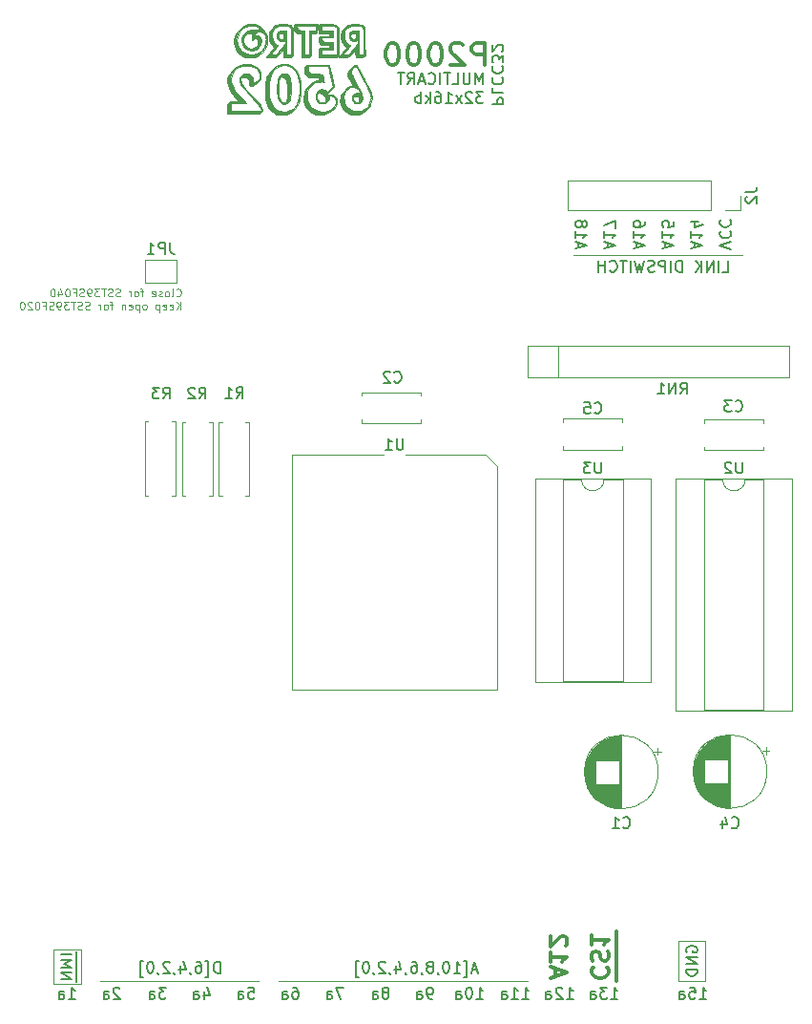
<source format=gbr>
G04 #@! TF.GenerationSoftware,KiCad,Pcbnew,(5.1.10)-1*
G04 #@! TF.CreationDate,2022-09-21T08:41:53+02:00*
G04 #@! TF.ProjectId,Cartridge,43617274-7269-4646-9765-2e6b69636164,rev?*
G04 #@! TF.SameCoordinates,Original*
G04 #@! TF.FileFunction,Legend,Bot*
G04 #@! TF.FilePolarity,Positive*
%FSLAX46Y46*%
G04 Gerber Fmt 4.6, Leading zero omitted, Abs format (unit mm)*
G04 Created by KiCad (PCBNEW (5.1.10)-1) date 2022-09-21 08:41:53*
%MOMM*%
%LPD*%
G01*
G04 APERTURE LIST*
%ADD10C,0.150000*%
%ADD11C,0.300000*%
%ADD12C,0.120000*%
%ADD13C,0.100000*%
%ADD14C,0.010000*%
%ADD15C,1.422400*%
%ADD16R,1.422400X1.422400*%
%ADD17O,1.600000X1.600000*%
%ADD18R,1.600000X1.600000*%
%ADD19C,1.500000*%
%ADD20C,1.600000*%
%ADD21R,2.000000X10.000000*%
%ADD22C,2.000000*%
%ADD23O,1.700000X1.700000*%
%ADD24R,1.700000X1.700000*%
G04 APERTURE END LIST*
D10*
X93074219Y-53764047D02*
X94074219Y-53764047D01*
X94074219Y-53383095D01*
X94026600Y-53287857D01*
X93978980Y-53240238D01*
X93883742Y-53192619D01*
X93740885Y-53192619D01*
X93645647Y-53240238D01*
X93598028Y-53287857D01*
X93550409Y-53383095D01*
X93550409Y-53764047D01*
X93074219Y-52287857D02*
X93074219Y-52764047D01*
X94074219Y-52764047D01*
X93169457Y-51383095D02*
X93121838Y-51430714D01*
X93074219Y-51573571D01*
X93074219Y-51668809D01*
X93121838Y-51811666D01*
X93217076Y-51906904D01*
X93312314Y-51954523D01*
X93502790Y-52002142D01*
X93645647Y-52002142D01*
X93836123Y-51954523D01*
X93931361Y-51906904D01*
X94026600Y-51811666D01*
X94074219Y-51668809D01*
X94074219Y-51573571D01*
X94026600Y-51430714D01*
X93978980Y-51383095D01*
X93169457Y-50383095D02*
X93121838Y-50430714D01*
X93074219Y-50573571D01*
X93074219Y-50668809D01*
X93121838Y-50811666D01*
X93217076Y-50906904D01*
X93312314Y-50954523D01*
X93502790Y-51002142D01*
X93645647Y-51002142D01*
X93836123Y-50954523D01*
X93931361Y-50906904D01*
X94026600Y-50811666D01*
X94074219Y-50668809D01*
X94074219Y-50573571D01*
X94026600Y-50430714D01*
X93978980Y-50383095D01*
X94074219Y-50049761D02*
X94074219Y-49430714D01*
X93693266Y-49764047D01*
X93693266Y-49621190D01*
X93645647Y-49525952D01*
X93598028Y-49478333D01*
X93502790Y-49430714D01*
X93264695Y-49430714D01*
X93169457Y-49478333D01*
X93121838Y-49525952D01*
X93074219Y-49621190D01*
X93074219Y-49906904D01*
X93121838Y-50002142D01*
X93169457Y-50049761D01*
X93978980Y-49049761D02*
X94026600Y-49002142D01*
X94074219Y-48906904D01*
X94074219Y-48668809D01*
X94026600Y-48573571D01*
X93978980Y-48525952D01*
X93883742Y-48478333D01*
X93788504Y-48478333D01*
X93645647Y-48525952D01*
X93074219Y-49097380D01*
X93074219Y-48478333D01*
X92238676Y-51971380D02*
X92238676Y-50971380D01*
X91905342Y-51685666D01*
X91572009Y-50971380D01*
X91572009Y-51971380D01*
X91095819Y-50971380D02*
X91095819Y-51780904D01*
X91048200Y-51876142D01*
X91000580Y-51923761D01*
X90905342Y-51971380D01*
X90714866Y-51971380D01*
X90619628Y-51923761D01*
X90572009Y-51876142D01*
X90524390Y-51780904D01*
X90524390Y-50971380D01*
X89572009Y-51971380D02*
X90048200Y-51971380D01*
X90048200Y-50971380D01*
X89381533Y-50971380D02*
X88810104Y-50971380D01*
X89095819Y-51971380D02*
X89095819Y-50971380D01*
X88476771Y-51971380D02*
X88476771Y-50971380D01*
X87429152Y-51876142D02*
X87476771Y-51923761D01*
X87619628Y-51971380D01*
X87714866Y-51971380D01*
X87857723Y-51923761D01*
X87952961Y-51828523D01*
X88000580Y-51733285D01*
X88048200Y-51542809D01*
X88048200Y-51399952D01*
X88000580Y-51209476D01*
X87952961Y-51114238D01*
X87857723Y-51019000D01*
X87714866Y-50971380D01*
X87619628Y-50971380D01*
X87476771Y-51019000D01*
X87429152Y-51066619D01*
X87048200Y-51685666D02*
X86572009Y-51685666D01*
X87143438Y-51971380D02*
X86810104Y-50971380D01*
X86476771Y-51971380D01*
X85572009Y-51971380D02*
X85905342Y-51495190D01*
X86143438Y-51971380D02*
X86143438Y-50971380D01*
X85762485Y-50971380D01*
X85667247Y-51019000D01*
X85619628Y-51066619D01*
X85572009Y-51161857D01*
X85572009Y-51304714D01*
X85619628Y-51399952D01*
X85667247Y-51447571D01*
X85762485Y-51495190D01*
X86143438Y-51495190D01*
X85286295Y-50971380D02*
X84714866Y-50971380D01*
X85000580Y-51971380D02*
X85000580Y-50971380D01*
X92283209Y-52647780D02*
X91664161Y-52647780D01*
X91997495Y-53028733D01*
X91854638Y-53028733D01*
X91759400Y-53076352D01*
X91711780Y-53123971D01*
X91664161Y-53219209D01*
X91664161Y-53457304D01*
X91711780Y-53552542D01*
X91759400Y-53600161D01*
X91854638Y-53647780D01*
X92140352Y-53647780D01*
X92235590Y-53600161D01*
X92283209Y-53552542D01*
X91283209Y-52743019D02*
X91235590Y-52695400D01*
X91140352Y-52647780D01*
X90902257Y-52647780D01*
X90807019Y-52695400D01*
X90759400Y-52743019D01*
X90711780Y-52838257D01*
X90711780Y-52933495D01*
X90759400Y-53076352D01*
X91330828Y-53647780D01*
X90711780Y-53647780D01*
X90378447Y-53647780D02*
X89854638Y-52981114D01*
X90378447Y-52981114D02*
X89854638Y-53647780D01*
X88949876Y-53647780D02*
X89521304Y-53647780D01*
X89235590Y-53647780D02*
X89235590Y-52647780D01*
X89330828Y-52790638D01*
X89426066Y-52885876D01*
X89521304Y-52933495D01*
X88092733Y-52647780D02*
X88283209Y-52647780D01*
X88378447Y-52695400D01*
X88426066Y-52743019D01*
X88521304Y-52885876D01*
X88568923Y-53076352D01*
X88568923Y-53457304D01*
X88521304Y-53552542D01*
X88473685Y-53600161D01*
X88378447Y-53647780D01*
X88187971Y-53647780D01*
X88092733Y-53600161D01*
X88045114Y-53552542D01*
X87997495Y-53457304D01*
X87997495Y-53219209D01*
X88045114Y-53123971D01*
X88092733Y-53076352D01*
X88187971Y-53028733D01*
X88378447Y-53028733D01*
X88473685Y-53076352D01*
X88521304Y-53123971D01*
X88568923Y-53219209D01*
X87568923Y-53647780D02*
X87568923Y-52647780D01*
X87473685Y-53266828D02*
X87187971Y-53647780D01*
X87187971Y-52981114D02*
X87568923Y-53362066D01*
X86759400Y-53647780D02*
X86759400Y-52647780D01*
X86759400Y-53028733D02*
X86664161Y-52981114D01*
X86473685Y-52981114D01*
X86378447Y-53028733D01*
X86330828Y-53076352D01*
X86283209Y-53171590D01*
X86283209Y-53457304D01*
X86330828Y-53552542D01*
X86378447Y-53600161D01*
X86473685Y-53647780D01*
X86664161Y-53647780D01*
X86759400Y-53600161D01*
D11*
X92419809Y-50307761D02*
X92419809Y-48307761D01*
X91657904Y-48307761D01*
X91467428Y-48403000D01*
X91372190Y-48498238D01*
X91276952Y-48688714D01*
X91276952Y-48974428D01*
X91372190Y-49164904D01*
X91467428Y-49260142D01*
X91657904Y-49355380D01*
X92419809Y-49355380D01*
X90515047Y-48498238D02*
X90419809Y-48403000D01*
X90229333Y-48307761D01*
X89753142Y-48307761D01*
X89562666Y-48403000D01*
X89467428Y-48498238D01*
X89372190Y-48688714D01*
X89372190Y-48879190D01*
X89467428Y-49164904D01*
X90610285Y-50307761D01*
X89372190Y-50307761D01*
X88134095Y-48307761D02*
X87943619Y-48307761D01*
X87753142Y-48403000D01*
X87657904Y-48498238D01*
X87562666Y-48688714D01*
X87467428Y-49069666D01*
X87467428Y-49545857D01*
X87562666Y-49926809D01*
X87657904Y-50117285D01*
X87753142Y-50212523D01*
X87943619Y-50307761D01*
X88134095Y-50307761D01*
X88324571Y-50212523D01*
X88419809Y-50117285D01*
X88515047Y-49926809D01*
X88610285Y-49545857D01*
X88610285Y-49069666D01*
X88515047Y-48688714D01*
X88419809Y-48498238D01*
X88324571Y-48403000D01*
X88134095Y-48307761D01*
X86229333Y-48307761D02*
X86038857Y-48307761D01*
X85848380Y-48403000D01*
X85753142Y-48498238D01*
X85657904Y-48688714D01*
X85562666Y-49069666D01*
X85562666Y-49545857D01*
X85657904Y-49926809D01*
X85753142Y-50117285D01*
X85848380Y-50212523D01*
X86038857Y-50307761D01*
X86229333Y-50307761D01*
X86419809Y-50212523D01*
X86515047Y-50117285D01*
X86610285Y-49926809D01*
X86705523Y-49545857D01*
X86705523Y-49069666D01*
X86610285Y-48688714D01*
X86515047Y-48498238D01*
X86419809Y-48403000D01*
X86229333Y-48307761D01*
X84324571Y-48307761D02*
X84134095Y-48307761D01*
X83943619Y-48403000D01*
X83848380Y-48498238D01*
X83753142Y-48688714D01*
X83657904Y-49069666D01*
X83657904Y-49545857D01*
X83753142Y-49926809D01*
X83848380Y-50117285D01*
X83943619Y-50212523D01*
X84134095Y-50307761D01*
X84324571Y-50307761D01*
X84515047Y-50212523D01*
X84610285Y-50117285D01*
X84705523Y-49926809D01*
X84800761Y-49545857D01*
X84800761Y-49069666D01*
X84705523Y-48688714D01*
X84610285Y-48498238D01*
X84515047Y-48403000D01*
X84324571Y-48307761D01*
X104071000Y-131464571D02*
X104071000Y-129964571D01*
X102065285Y-130250285D02*
X101993857Y-130321714D01*
X101922428Y-130536000D01*
X101922428Y-130678857D01*
X101993857Y-130893142D01*
X102136714Y-131036000D01*
X102279571Y-131107428D01*
X102565285Y-131178857D01*
X102779571Y-131178857D01*
X103065285Y-131107428D01*
X103208142Y-131036000D01*
X103351000Y-130893142D01*
X103422428Y-130678857D01*
X103422428Y-130536000D01*
X103351000Y-130321714D01*
X103279571Y-130250285D01*
X104071000Y-129964571D02*
X104071000Y-128536000D01*
X101993857Y-129678857D02*
X101922428Y-129464571D01*
X101922428Y-129107428D01*
X101993857Y-128964571D01*
X102065285Y-128893142D01*
X102208142Y-128821714D01*
X102351000Y-128821714D01*
X102493857Y-128893142D01*
X102565285Y-128964571D01*
X102636714Y-129107428D01*
X102708142Y-129393142D01*
X102779571Y-129536000D01*
X102851000Y-129607428D01*
X102993857Y-129678857D01*
X103136714Y-129678857D01*
X103279571Y-129607428D01*
X103351000Y-129536000D01*
X103422428Y-129393142D01*
X103422428Y-129036000D01*
X103351000Y-128821714D01*
X104071000Y-128536000D02*
X104071000Y-127107428D01*
X101922428Y-127393142D02*
X101922428Y-128250285D01*
X101922428Y-127821714D02*
X103422428Y-127821714D01*
X103208142Y-127964571D01*
X103065285Y-128107428D01*
X102993857Y-128250285D01*
X98668000Y-131071714D02*
X98668000Y-130357428D01*
X98239428Y-131214571D02*
X99739428Y-130714571D01*
X98239428Y-130214571D01*
X98239428Y-128928857D02*
X98239428Y-129786000D01*
X98239428Y-129357428D02*
X99739428Y-129357428D01*
X99525142Y-129500285D01*
X99382285Y-129643142D01*
X99310857Y-129786000D01*
X99596571Y-128357428D02*
X99668000Y-128286000D01*
X99739428Y-128143142D01*
X99739428Y-127786000D01*
X99668000Y-127643142D01*
X99596571Y-127571714D01*
X99453714Y-127500285D01*
X99310857Y-127500285D01*
X99096571Y-127571714D01*
X98239428Y-128428857D01*
X98239428Y-127500285D01*
D10*
X110356000Y-128911095D02*
X110308380Y-128815857D01*
X110308380Y-128673000D01*
X110356000Y-128530142D01*
X110451238Y-128434904D01*
X110546476Y-128387285D01*
X110736952Y-128339666D01*
X110879809Y-128339666D01*
X111070285Y-128387285D01*
X111165523Y-128434904D01*
X111260761Y-128530142D01*
X111308380Y-128673000D01*
X111308380Y-128768238D01*
X111260761Y-128911095D01*
X111213142Y-128958714D01*
X110879809Y-128958714D01*
X110879809Y-128768238D01*
X111308380Y-129387285D02*
X110308380Y-129387285D01*
X111308380Y-129958714D01*
X110308380Y-129958714D01*
X111308380Y-130434904D02*
X110308380Y-130434904D01*
X110308380Y-130673000D01*
X110356000Y-130815857D01*
X110451238Y-130911095D01*
X110546476Y-130958714D01*
X110736952Y-131006333D01*
X110879809Y-131006333D01*
X111070285Y-130958714D01*
X111165523Y-130911095D01*
X111260761Y-130815857D01*
X111308380Y-130673000D01*
X111308380Y-130434904D01*
D12*
X109586000Y-131451000D02*
X109586000Y-127895000D01*
X109586000Y-127895000D02*
X111999000Y-127895000D01*
X111999000Y-127895000D02*
X111999000Y-131451000D01*
X111999000Y-131451000D02*
X109586000Y-131451000D01*
X54197000Y-131745000D02*
X54197000Y-128645000D01*
X56647000Y-131745000D02*
X54197000Y-131745000D01*
X56647000Y-128645000D02*
X56647000Y-131745000D01*
X54197000Y-128645000D02*
X56647000Y-128645000D01*
D10*
X56162000Y-131528333D02*
X56162000Y-130480714D01*
X54794619Y-131290238D02*
X55794619Y-131290238D01*
X54794619Y-130718809D01*
X55794619Y-130718809D01*
X56162000Y-130480714D02*
X56162000Y-129337857D01*
X54794619Y-130242619D02*
X55794619Y-130242619D01*
X55080333Y-129909285D01*
X55794619Y-129575952D01*
X54794619Y-129575952D01*
X56162000Y-129337857D02*
X56162000Y-128861666D01*
X54794619Y-129099761D02*
X55794619Y-129099761D01*
X55510666Y-133040380D02*
X56082095Y-133040380D01*
X55796380Y-133040380D02*
X55796380Y-132040380D01*
X55891619Y-132183238D01*
X55986857Y-132278476D01*
X56082095Y-132326095D01*
X54653523Y-133040380D02*
X54653523Y-132516571D01*
X54701142Y-132421333D01*
X54796380Y-132373714D01*
X54986857Y-132373714D01*
X55082095Y-132421333D01*
X54653523Y-132992761D02*
X54748761Y-133040380D01*
X54986857Y-133040380D01*
X55082095Y-132992761D01*
X55129714Y-132897523D01*
X55129714Y-132802285D01*
X55082095Y-132707047D01*
X54986857Y-132659428D01*
X54748761Y-132659428D01*
X54653523Y-132611809D01*
D13*
X65047333Y-70732000D02*
X65080666Y-70765333D01*
X65180666Y-70798666D01*
X65247333Y-70798666D01*
X65347333Y-70765333D01*
X65414000Y-70698666D01*
X65447333Y-70632000D01*
X65480666Y-70498666D01*
X65480666Y-70398666D01*
X65447333Y-70265333D01*
X65414000Y-70198666D01*
X65347333Y-70132000D01*
X65247333Y-70098666D01*
X65180666Y-70098666D01*
X65080666Y-70132000D01*
X65047333Y-70165333D01*
X64647333Y-70798666D02*
X64714000Y-70765333D01*
X64747333Y-70698666D01*
X64747333Y-70098666D01*
X64280666Y-70798666D02*
X64347333Y-70765333D01*
X64380666Y-70732000D01*
X64414000Y-70665333D01*
X64414000Y-70465333D01*
X64380666Y-70398666D01*
X64347333Y-70365333D01*
X64280666Y-70332000D01*
X64180666Y-70332000D01*
X64114000Y-70365333D01*
X64080666Y-70398666D01*
X64047333Y-70465333D01*
X64047333Y-70665333D01*
X64080666Y-70732000D01*
X64114000Y-70765333D01*
X64180666Y-70798666D01*
X64280666Y-70798666D01*
X63780666Y-70765333D02*
X63714000Y-70798666D01*
X63580666Y-70798666D01*
X63514000Y-70765333D01*
X63480666Y-70698666D01*
X63480666Y-70665333D01*
X63514000Y-70598666D01*
X63580666Y-70565333D01*
X63680666Y-70565333D01*
X63747333Y-70532000D01*
X63780666Y-70465333D01*
X63780666Y-70432000D01*
X63747333Y-70365333D01*
X63680666Y-70332000D01*
X63580666Y-70332000D01*
X63514000Y-70365333D01*
X62914000Y-70765333D02*
X62980666Y-70798666D01*
X63114000Y-70798666D01*
X63180666Y-70765333D01*
X63214000Y-70698666D01*
X63214000Y-70432000D01*
X63180666Y-70365333D01*
X63114000Y-70332000D01*
X62980666Y-70332000D01*
X62914000Y-70365333D01*
X62880666Y-70432000D01*
X62880666Y-70498666D01*
X63214000Y-70565333D01*
X62147333Y-70332000D02*
X61880666Y-70332000D01*
X62047333Y-70798666D02*
X62047333Y-70198666D01*
X62014000Y-70132000D01*
X61947333Y-70098666D01*
X61880666Y-70098666D01*
X61547333Y-70798666D02*
X61614000Y-70765333D01*
X61647333Y-70732000D01*
X61680666Y-70665333D01*
X61680666Y-70465333D01*
X61647333Y-70398666D01*
X61614000Y-70365333D01*
X61547333Y-70332000D01*
X61447333Y-70332000D01*
X61380666Y-70365333D01*
X61347333Y-70398666D01*
X61314000Y-70465333D01*
X61314000Y-70665333D01*
X61347333Y-70732000D01*
X61380666Y-70765333D01*
X61447333Y-70798666D01*
X61547333Y-70798666D01*
X61014000Y-70798666D02*
X61014000Y-70332000D01*
X61014000Y-70465333D02*
X60980666Y-70398666D01*
X60947333Y-70365333D01*
X60880666Y-70332000D01*
X60814000Y-70332000D01*
X60080666Y-70765333D02*
X59980666Y-70798666D01*
X59814000Y-70798666D01*
X59747333Y-70765333D01*
X59714000Y-70732000D01*
X59680666Y-70665333D01*
X59680666Y-70598666D01*
X59714000Y-70532000D01*
X59747333Y-70498666D01*
X59814000Y-70465333D01*
X59947333Y-70432000D01*
X60014000Y-70398666D01*
X60047333Y-70365333D01*
X60080666Y-70298666D01*
X60080666Y-70232000D01*
X60047333Y-70165333D01*
X60014000Y-70132000D01*
X59947333Y-70098666D01*
X59780666Y-70098666D01*
X59680666Y-70132000D01*
X59414000Y-70765333D02*
X59314000Y-70798666D01*
X59147333Y-70798666D01*
X59080666Y-70765333D01*
X59047333Y-70732000D01*
X59014000Y-70665333D01*
X59014000Y-70598666D01*
X59047333Y-70532000D01*
X59080666Y-70498666D01*
X59147333Y-70465333D01*
X59280666Y-70432000D01*
X59347333Y-70398666D01*
X59380666Y-70365333D01*
X59414000Y-70298666D01*
X59414000Y-70232000D01*
X59380666Y-70165333D01*
X59347333Y-70132000D01*
X59280666Y-70098666D01*
X59114000Y-70098666D01*
X59014000Y-70132000D01*
X58814000Y-70098666D02*
X58414000Y-70098666D01*
X58614000Y-70798666D02*
X58614000Y-70098666D01*
X58247333Y-70098666D02*
X57814000Y-70098666D01*
X58047333Y-70365333D01*
X57947333Y-70365333D01*
X57880666Y-70398666D01*
X57847333Y-70432000D01*
X57814000Y-70498666D01*
X57814000Y-70665333D01*
X57847333Y-70732000D01*
X57880666Y-70765333D01*
X57947333Y-70798666D01*
X58147333Y-70798666D01*
X58214000Y-70765333D01*
X58247333Y-70732000D01*
X57480666Y-70798666D02*
X57347333Y-70798666D01*
X57280666Y-70765333D01*
X57247333Y-70732000D01*
X57180666Y-70632000D01*
X57147333Y-70498666D01*
X57147333Y-70232000D01*
X57180666Y-70165333D01*
X57214000Y-70132000D01*
X57280666Y-70098666D01*
X57414000Y-70098666D01*
X57480666Y-70132000D01*
X57514000Y-70165333D01*
X57547333Y-70232000D01*
X57547333Y-70398666D01*
X57514000Y-70465333D01*
X57480666Y-70498666D01*
X57414000Y-70532000D01*
X57280666Y-70532000D01*
X57214000Y-70498666D01*
X57180666Y-70465333D01*
X57147333Y-70398666D01*
X56880666Y-70765333D02*
X56780666Y-70798666D01*
X56614000Y-70798666D01*
X56547333Y-70765333D01*
X56514000Y-70732000D01*
X56480666Y-70665333D01*
X56480666Y-70598666D01*
X56514000Y-70532000D01*
X56547333Y-70498666D01*
X56614000Y-70465333D01*
X56747333Y-70432000D01*
X56814000Y-70398666D01*
X56847333Y-70365333D01*
X56880666Y-70298666D01*
X56880666Y-70232000D01*
X56847333Y-70165333D01*
X56814000Y-70132000D01*
X56747333Y-70098666D01*
X56580666Y-70098666D01*
X56480666Y-70132000D01*
X55947333Y-70432000D02*
X56180666Y-70432000D01*
X56180666Y-70798666D02*
X56180666Y-70098666D01*
X55847333Y-70098666D01*
X55447333Y-70098666D02*
X55380666Y-70098666D01*
X55314000Y-70132000D01*
X55280666Y-70165333D01*
X55247333Y-70232000D01*
X55214000Y-70365333D01*
X55214000Y-70532000D01*
X55247333Y-70665333D01*
X55280666Y-70732000D01*
X55314000Y-70765333D01*
X55380666Y-70798666D01*
X55447333Y-70798666D01*
X55514000Y-70765333D01*
X55547333Y-70732000D01*
X55580666Y-70665333D01*
X55614000Y-70532000D01*
X55614000Y-70365333D01*
X55580666Y-70232000D01*
X55547333Y-70165333D01*
X55514000Y-70132000D01*
X55447333Y-70098666D01*
X54614000Y-70332000D02*
X54614000Y-70798666D01*
X54780666Y-70065333D02*
X54947333Y-70565333D01*
X54514000Y-70565333D01*
X54114000Y-70098666D02*
X54047333Y-70098666D01*
X53980666Y-70132000D01*
X53947333Y-70165333D01*
X53914000Y-70232000D01*
X53880666Y-70365333D01*
X53880666Y-70532000D01*
X53914000Y-70665333D01*
X53947333Y-70732000D01*
X53980666Y-70765333D01*
X54047333Y-70798666D01*
X54114000Y-70798666D01*
X54180666Y-70765333D01*
X54214000Y-70732000D01*
X54247333Y-70665333D01*
X54280666Y-70532000D01*
X54280666Y-70365333D01*
X54247333Y-70232000D01*
X54214000Y-70165333D01*
X54180666Y-70132000D01*
X54114000Y-70098666D01*
X65447333Y-71948666D02*
X65447333Y-71248666D01*
X65047333Y-71948666D02*
X65347333Y-71548666D01*
X65047333Y-71248666D02*
X65447333Y-71648666D01*
X64480666Y-71915333D02*
X64547333Y-71948666D01*
X64680666Y-71948666D01*
X64747333Y-71915333D01*
X64780666Y-71848666D01*
X64780666Y-71582000D01*
X64747333Y-71515333D01*
X64680666Y-71482000D01*
X64547333Y-71482000D01*
X64480666Y-71515333D01*
X64447333Y-71582000D01*
X64447333Y-71648666D01*
X64780666Y-71715333D01*
X63880666Y-71915333D02*
X63947333Y-71948666D01*
X64080666Y-71948666D01*
X64147333Y-71915333D01*
X64180666Y-71848666D01*
X64180666Y-71582000D01*
X64147333Y-71515333D01*
X64080666Y-71482000D01*
X63947333Y-71482000D01*
X63880666Y-71515333D01*
X63847333Y-71582000D01*
X63847333Y-71648666D01*
X64180666Y-71715333D01*
X63547333Y-71482000D02*
X63547333Y-72182000D01*
X63547333Y-71515333D02*
X63480666Y-71482000D01*
X63347333Y-71482000D01*
X63280666Y-71515333D01*
X63247333Y-71548666D01*
X63214000Y-71615333D01*
X63214000Y-71815333D01*
X63247333Y-71882000D01*
X63280666Y-71915333D01*
X63347333Y-71948666D01*
X63480666Y-71948666D01*
X63547333Y-71915333D01*
X62280666Y-71948666D02*
X62347333Y-71915333D01*
X62380666Y-71882000D01*
X62413999Y-71815333D01*
X62413999Y-71615333D01*
X62380666Y-71548666D01*
X62347333Y-71515333D01*
X62280666Y-71482000D01*
X62180666Y-71482000D01*
X62113999Y-71515333D01*
X62080666Y-71548666D01*
X62047333Y-71615333D01*
X62047333Y-71815333D01*
X62080666Y-71882000D01*
X62113999Y-71915333D01*
X62180666Y-71948666D01*
X62280666Y-71948666D01*
X61747333Y-71482000D02*
X61747333Y-72182000D01*
X61747333Y-71515333D02*
X61680666Y-71482000D01*
X61547333Y-71482000D01*
X61480666Y-71515333D01*
X61447333Y-71548666D01*
X61413999Y-71615333D01*
X61413999Y-71815333D01*
X61447333Y-71882000D01*
X61480666Y-71915333D01*
X61547333Y-71948666D01*
X61680666Y-71948666D01*
X61747333Y-71915333D01*
X60847333Y-71915333D02*
X60913999Y-71948666D01*
X61047333Y-71948666D01*
X61113999Y-71915333D01*
X61147333Y-71848666D01*
X61147333Y-71582000D01*
X61113999Y-71515333D01*
X61047333Y-71482000D01*
X60913999Y-71482000D01*
X60847333Y-71515333D01*
X60813999Y-71582000D01*
X60813999Y-71648666D01*
X61147333Y-71715333D01*
X60513999Y-71482000D02*
X60513999Y-71948666D01*
X60513999Y-71548666D02*
X60480666Y-71515333D01*
X60413999Y-71482000D01*
X60313999Y-71482000D01*
X60247333Y-71515333D01*
X60213999Y-71582000D01*
X60213999Y-71948666D01*
X59447333Y-71482000D02*
X59180666Y-71482000D01*
X59347333Y-71948666D02*
X59347333Y-71348666D01*
X59313999Y-71282000D01*
X59247333Y-71248666D01*
X59180666Y-71248666D01*
X58847333Y-71948666D02*
X58913999Y-71915333D01*
X58947333Y-71882000D01*
X58980666Y-71815333D01*
X58980666Y-71615333D01*
X58947333Y-71548666D01*
X58913999Y-71515333D01*
X58847333Y-71482000D01*
X58747333Y-71482000D01*
X58680666Y-71515333D01*
X58647333Y-71548666D01*
X58613999Y-71615333D01*
X58613999Y-71815333D01*
X58647333Y-71882000D01*
X58680666Y-71915333D01*
X58747333Y-71948666D01*
X58847333Y-71948666D01*
X58313999Y-71948666D02*
X58313999Y-71482000D01*
X58313999Y-71615333D02*
X58280666Y-71548666D01*
X58247333Y-71515333D01*
X58180666Y-71482000D01*
X58113999Y-71482000D01*
X57380666Y-71915333D02*
X57280666Y-71948666D01*
X57113999Y-71948666D01*
X57047333Y-71915333D01*
X57013999Y-71882000D01*
X56980666Y-71815333D01*
X56980666Y-71748666D01*
X57013999Y-71682000D01*
X57047333Y-71648666D01*
X57113999Y-71615333D01*
X57247333Y-71582000D01*
X57313999Y-71548666D01*
X57347333Y-71515333D01*
X57380666Y-71448666D01*
X57380666Y-71382000D01*
X57347333Y-71315333D01*
X57313999Y-71282000D01*
X57247333Y-71248666D01*
X57080666Y-71248666D01*
X56980666Y-71282000D01*
X56713999Y-71915333D02*
X56613999Y-71948666D01*
X56447333Y-71948666D01*
X56380666Y-71915333D01*
X56347333Y-71882000D01*
X56313999Y-71815333D01*
X56313999Y-71748666D01*
X56347333Y-71682000D01*
X56380666Y-71648666D01*
X56447333Y-71615333D01*
X56580666Y-71582000D01*
X56647333Y-71548666D01*
X56680666Y-71515333D01*
X56713999Y-71448666D01*
X56713999Y-71382000D01*
X56680666Y-71315333D01*
X56647333Y-71282000D01*
X56580666Y-71248666D01*
X56413999Y-71248666D01*
X56313999Y-71282000D01*
X56113999Y-71248666D02*
X55713999Y-71248666D01*
X55913999Y-71948666D02*
X55913999Y-71248666D01*
X55547333Y-71248666D02*
X55113999Y-71248666D01*
X55347333Y-71515333D01*
X55247333Y-71515333D01*
X55180666Y-71548666D01*
X55147333Y-71582000D01*
X55113999Y-71648666D01*
X55113999Y-71815333D01*
X55147333Y-71882000D01*
X55180666Y-71915333D01*
X55247333Y-71948666D01*
X55447333Y-71948666D01*
X55513999Y-71915333D01*
X55547333Y-71882000D01*
X54780666Y-71948666D02*
X54647333Y-71948666D01*
X54580666Y-71915333D01*
X54547333Y-71882000D01*
X54480666Y-71782000D01*
X54447333Y-71648666D01*
X54447333Y-71382000D01*
X54480666Y-71315333D01*
X54513999Y-71282000D01*
X54580666Y-71248666D01*
X54713999Y-71248666D01*
X54780666Y-71282000D01*
X54813999Y-71315333D01*
X54847333Y-71382000D01*
X54847333Y-71548666D01*
X54813999Y-71615333D01*
X54780666Y-71648666D01*
X54713999Y-71682000D01*
X54580666Y-71682000D01*
X54513999Y-71648666D01*
X54480666Y-71615333D01*
X54447333Y-71548666D01*
X54180666Y-71915333D02*
X54080666Y-71948666D01*
X53913999Y-71948666D01*
X53847333Y-71915333D01*
X53813999Y-71882000D01*
X53780666Y-71815333D01*
X53780666Y-71748666D01*
X53813999Y-71682000D01*
X53847333Y-71648666D01*
X53913999Y-71615333D01*
X54047333Y-71582000D01*
X54113999Y-71548666D01*
X54147333Y-71515333D01*
X54180666Y-71448666D01*
X54180666Y-71382000D01*
X54147333Y-71315333D01*
X54113999Y-71282000D01*
X54047333Y-71248666D01*
X53880666Y-71248666D01*
X53780666Y-71282000D01*
X53247333Y-71582000D02*
X53480666Y-71582000D01*
X53480666Y-71948666D02*
X53480666Y-71248666D01*
X53147333Y-71248666D01*
X52747333Y-71248666D02*
X52680666Y-71248666D01*
X52613999Y-71282000D01*
X52580666Y-71315333D01*
X52547333Y-71382000D01*
X52513999Y-71515333D01*
X52513999Y-71682000D01*
X52547333Y-71815333D01*
X52580666Y-71882000D01*
X52613999Y-71915333D01*
X52680666Y-71948666D01*
X52747333Y-71948666D01*
X52813999Y-71915333D01*
X52847333Y-71882000D01*
X52880666Y-71815333D01*
X52913999Y-71682000D01*
X52913999Y-71515333D01*
X52880666Y-71382000D01*
X52847333Y-71315333D01*
X52813999Y-71282000D01*
X52747333Y-71248666D01*
X52247333Y-71315333D02*
X52213999Y-71282000D01*
X52147333Y-71248666D01*
X51980666Y-71248666D01*
X51913999Y-71282000D01*
X51880666Y-71315333D01*
X51847333Y-71382000D01*
X51847333Y-71448666D01*
X51880666Y-71548666D01*
X52280666Y-71948666D01*
X51847333Y-71948666D01*
X51413999Y-71248666D02*
X51347333Y-71248666D01*
X51280666Y-71282000D01*
X51247333Y-71315333D01*
X51213999Y-71382000D01*
X51180666Y-71515333D01*
X51180666Y-71682000D01*
X51213999Y-71815333D01*
X51247333Y-71882000D01*
X51280666Y-71915333D01*
X51347333Y-71948666D01*
X51413999Y-71948666D01*
X51480666Y-71915333D01*
X51513999Y-71882000D01*
X51547333Y-71815333D01*
X51580666Y-71682000D01*
X51580666Y-71515333D01*
X51547333Y-71382000D01*
X51513999Y-71315333D01*
X51480666Y-71282000D01*
X51413999Y-71248666D01*
D10*
X113535904Y-68612380D02*
X114012095Y-68612380D01*
X114012095Y-67612380D01*
X113202571Y-68612380D02*
X113202571Y-67612380D01*
X112726380Y-68612380D02*
X112726380Y-67612380D01*
X112154952Y-68612380D01*
X112154952Y-67612380D01*
X111678761Y-68612380D02*
X111678761Y-67612380D01*
X111107333Y-68612380D02*
X111535904Y-68040952D01*
X111107333Y-67612380D02*
X111678761Y-68183809D01*
X109916857Y-68612380D02*
X109916857Y-67612380D01*
X109678761Y-67612380D01*
X109535904Y-67660000D01*
X109440666Y-67755238D01*
X109393047Y-67850476D01*
X109345428Y-68040952D01*
X109345428Y-68183809D01*
X109393047Y-68374285D01*
X109440666Y-68469523D01*
X109535904Y-68564761D01*
X109678761Y-68612380D01*
X109916857Y-68612380D01*
X108916857Y-68612380D02*
X108916857Y-67612380D01*
X108440666Y-68612380D02*
X108440666Y-67612380D01*
X108059714Y-67612380D01*
X107964476Y-67660000D01*
X107916857Y-67707619D01*
X107869238Y-67802857D01*
X107869238Y-67945714D01*
X107916857Y-68040952D01*
X107964476Y-68088571D01*
X108059714Y-68136190D01*
X108440666Y-68136190D01*
X107488285Y-68564761D02*
X107345428Y-68612380D01*
X107107333Y-68612380D01*
X107012095Y-68564761D01*
X106964476Y-68517142D01*
X106916857Y-68421904D01*
X106916857Y-68326666D01*
X106964476Y-68231428D01*
X107012095Y-68183809D01*
X107107333Y-68136190D01*
X107297809Y-68088571D01*
X107393047Y-68040952D01*
X107440666Y-67993333D01*
X107488285Y-67898095D01*
X107488285Y-67802857D01*
X107440666Y-67707619D01*
X107393047Y-67660000D01*
X107297809Y-67612380D01*
X107059714Y-67612380D01*
X106916857Y-67660000D01*
X106583523Y-67612380D02*
X106345428Y-68612380D01*
X106154952Y-67898095D01*
X105964476Y-68612380D01*
X105726380Y-67612380D01*
X105345428Y-68612380D02*
X105345428Y-67612380D01*
X105012095Y-67612380D02*
X104440666Y-67612380D01*
X104726380Y-68612380D02*
X104726380Y-67612380D01*
X103535904Y-68517142D02*
X103583523Y-68564761D01*
X103726380Y-68612380D01*
X103821619Y-68612380D01*
X103964476Y-68564761D01*
X104059714Y-68469523D01*
X104107333Y-68374285D01*
X104154952Y-68183809D01*
X104154952Y-68040952D01*
X104107333Y-67850476D01*
X104059714Y-67755238D01*
X103964476Y-67660000D01*
X103821619Y-67612380D01*
X103726380Y-67612380D01*
X103583523Y-67660000D01*
X103535904Y-67707619D01*
X103107333Y-68612380D02*
X103107333Y-67612380D01*
X103107333Y-68088571D02*
X102535904Y-68088571D01*
X102535904Y-68612380D02*
X102535904Y-67612380D01*
D12*
X115274000Y-67160000D02*
X100274000Y-67160000D01*
D10*
X114284619Y-66579333D02*
X113284619Y-66246000D01*
X114284619Y-65912666D01*
X113379857Y-65007904D02*
X113332238Y-65055523D01*
X113284619Y-65198380D01*
X113284619Y-65293619D01*
X113332238Y-65436476D01*
X113427476Y-65531714D01*
X113522714Y-65579333D01*
X113713190Y-65626952D01*
X113856047Y-65626952D01*
X114046523Y-65579333D01*
X114141761Y-65531714D01*
X114237000Y-65436476D01*
X114284619Y-65293619D01*
X114284619Y-65198380D01*
X114237000Y-65055523D01*
X114189380Y-65007904D01*
X113379857Y-64007904D02*
X113332238Y-64055523D01*
X113284619Y-64198380D01*
X113284619Y-64293619D01*
X113332238Y-64436476D01*
X113427476Y-64531714D01*
X113522714Y-64579333D01*
X113713190Y-64626952D01*
X113856047Y-64626952D01*
X114046523Y-64579333D01*
X114141761Y-64531714D01*
X114237000Y-64436476D01*
X114284619Y-64293619D01*
X114284619Y-64198380D01*
X114237000Y-64055523D01*
X114189380Y-64007904D01*
X111037333Y-66474476D02*
X111037333Y-65998285D01*
X110751619Y-66569714D02*
X111751619Y-66236380D01*
X110751619Y-65903047D01*
X110751619Y-65045904D02*
X110751619Y-65617333D01*
X110751619Y-65331619D02*
X111751619Y-65331619D01*
X111608761Y-65426857D01*
X111513523Y-65522095D01*
X111465904Y-65617333D01*
X111418285Y-64188761D02*
X110751619Y-64188761D01*
X111799238Y-64426857D02*
X111084952Y-64664952D01*
X111084952Y-64045904D01*
X108467133Y-66474476D02*
X108467133Y-65998285D01*
X108181419Y-66569714D02*
X109181419Y-66236380D01*
X108181419Y-65903047D01*
X108181419Y-65045904D02*
X108181419Y-65617333D01*
X108181419Y-65331619D02*
X109181419Y-65331619D01*
X109038561Y-65426857D01*
X108943323Y-65522095D01*
X108895704Y-65617333D01*
X109181419Y-64141142D02*
X109181419Y-64617333D01*
X108705228Y-64664952D01*
X108752847Y-64617333D01*
X108800466Y-64522095D01*
X108800466Y-64284000D01*
X108752847Y-64188761D01*
X108705228Y-64141142D01*
X108609990Y-64093523D01*
X108371895Y-64093523D01*
X108276657Y-64141142D01*
X108229038Y-64188761D01*
X108181419Y-64284000D01*
X108181419Y-64522095D01*
X108229038Y-64617333D01*
X108276657Y-64664952D01*
X105896933Y-66474476D02*
X105896933Y-65998285D01*
X105611219Y-66569714D02*
X106611219Y-66236380D01*
X105611219Y-65903047D01*
X105611219Y-65045904D02*
X105611219Y-65617333D01*
X105611219Y-65331619D02*
X106611219Y-65331619D01*
X106468361Y-65426857D01*
X106373123Y-65522095D01*
X106325504Y-65617333D01*
X106611219Y-64188761D02*
X106611219Y-64379238D01*
X106563600Y-64474476D01*
X106515980Y-64522095D01*
X106373123Y-64617333D01*
X106182647Y-64664952D01*
X105801695Y-64664952D01*
X105706457Y-64617333D01*
X105658838Y-64569714D01*
X105611219Y-64474476D01*
X105611219Y-64284000D01*
X105658838Y-64188761D01*
X105706457Y-64141142D01*
X105801695Y-64093523D01*
X106039790Y-64093523D01*
X106135028Y-64141142D01*
X106182647Y-64188761D01*
X106230266Y-64284000D01*
X106230266Y-64474476D01*
X106182647Y-64569714D01*
X106135028Y-64617333D01*
X106039790Y-64664952D01*
X103326733Y-66474476D02*
X103326733Y-65998285D01*
X103041019Y-66569714D02*
X104041019Y-66236380D01*
X103041019Y-65903047D01*
X103041019Y-65045904D02*
X103041019Y-65617333D01*
X103041019Y-65331619D02*
X104041019Y-65331619D01*
X103898161Y-65426857D01*
X103802923Y-65522095D01*
X103755304Y-65617333D01*
X104041019Y-64712571D02*
X104041019Y-64045904D01*
X103041019Y-64474476D01*
X100756533Y-66474476D02*
X100756533Y-65998285D01*
X100470819Y-66569714D02*
X101470819Y-66236380D01*
X100470819Y-65903047D01*
X100470819Y-65045904D02*
X100470819Y-65617333D01*
X100470819Y-65331619D02*
X101470819Y-65331619D01*
X101327961Y-65426857D01*
X101232723Y-65522095D01*
X101185104Y-65617333D01*
X101042247Y-64474476D02*
X101089866Y-64569714D01*
X101137485Y-64617333D01*
X101232723Y-64664952D01*
X101280342Y-64664952D01*
X101375580Y-64617333D01*
X101423200Y-64569714D01*
X101470819Y-64474476D01*
X101470819Y-64284000D01*
X101423200Y-64188761D01*
X101375580Y-64141142D01*
X101280342Y-64093523D01*
X101232723Y-64093523D01*
X101137485Y-64141142D01*
X101089866Y-64188761D01*
X101042247Y-64284000D01*
X101042247Y-64474476D01*
X100994628Y-64569714D01*
X100947009Y-64617333D01*
X100851771Y-64664952D01*
X100661295Y-64664952D01*
X100566057Y-64617333D01*
X100518438Y-64569714D01*
X100470819Y-64474476D01*
X100470819Y-64284000D01*
X100518438Y-64188761D01*
X100566057Y-64141142D01*
X100661295Y-64093523D01*
X100851771Y-64093523D01*
X100947009Y-64141142D01*
X100994628Y-64188761D01*
X101042247Y-64284000D01*
X68937619Y-130754380D02*
X68937619Y-129754380D01*
X68699523Y-129754380D01*
X68556666Y-129802000D01*
X68461428Y-129897238D01*
X68413809Y-129992476D01*
X68366190Y-130182952D01*
X68366190Y-130325809D01*
X68413809Y-130516285D01*
X68461428Y-130611523D01*
X68556666Y-130706761D01*
X68699523Y-130754380D01*
X68937619Y-130754380D01*
X67651904Y-131087714D02*
X67890000Y-131087714D01*
X67890000Y-129659142D01*
X67651904Y-129659142D01*
X66842380Y-129754380D02*
X67032857Y-129754380D01*
X67128095Y-129802000D01*
X67175714Y-129849619D01*
X67270952Y-129992476D01*
X67318571Y-130182952D01*
X67318571Y-130563904D01*
X67270952Y-130659142D01*
X67223333Y-130706761D01*
X67128095Y-130754380D01*
X66937619Y-130754380D01*
X66842380Y-130706761D01*
X66794761Y-130659142D01*
X66747142Y-130563904D01*
X66747142Y-130325809D01*
X66794761Y-130230571D01*
X66842380Y-130182952D01*
X66937619Y-130135333D01*
X67128095Y-130135333D01*
X67223333Y-130182952D01*
X67270952Y-130230571D01*
X67318571Y-130325809D01*
X66270952Y-130706761D02*
X66270952Y-130754380D01*
X66318571Y-130849619D01*
X66366190Y-130897238D01*
X65413809Y-130087714D02*
X65413809Y-130754380D01*
X65651904Y-129706761D02*
X65890000Y-130421047D01*
X65270952Y-130421047D01*
X64842380Y-130706761D02*
X64842380Y-130754380D01*
X64890000Y-130849619D01*
X64937619Y-130897238D01*
X64461428Y-129849619D02*
X64413809Y-129802000D01*
X64318571Y-129754380D01*
X64080476Y-129754380D01*
X63985238Y-129802000D01*
X63937619Y-129849619D01*
X63890000Y-129944857D01*
X63890000Y-130040095D01*
X63937619Y-130182952D01*
X64509047Y-130754380D01*
X63890000Y-130754380D01*
X63413809Y-130706761D02*
X63413809Y-130754380D01*
X63461428Y-130849619D01*
X63509047Y-130897238D01*
X62794761Y-129754380D02*
X62699523Y-129754380D01*
X62604285Y-129802000D01*
X62556666Y-129849619D01*
X62509047Y-129944857D01*
X62461428Y-130135333D01*
X62461428Y-130373428D01*
X62509047Y-130563904D01*
X62556666Y-130659142D01*
X62604285Y-130706761D01*
X62699523Y-130754380D01*
X62794761Y-130754380D01*
X62890000Y-130706761D01*
X62937619Y-130659142D01*
X62985238Y-130563904D01*
X63032857Y-130373428D01*
X63032857Y-130135333D01*
X62985238Y-129944857D01*
X62937619Y-129849619D01*
X62890000Y-129802000D01*
X62794761Y-129754380D01*
X62128095Y-131087714D02*
X61890000Y-131087714D01*
X61890000Y-129659142D01*
X62128095Y-129659142D01*
X91773571Y-130468666D02*
X91297380Y-130468666D01*
X91868809Y-130754380D02*
X91535476Y-129754380D01*
X91202142Y-130754380D01*
X90583095Y-131087714D02*
X90821190Y-131087714D01*
X90821190Y-129659142D01*
X90583095Y-129659142D01*
X89678333Y-130754380D02*
X90249761Y-130754380D01*
X89964047Y-130754380D02*
X89964047Y-129754380D01*
X90059285Y-129897238D01*
X90154523Y-129992476D01*
X90249761Y-130040095D01*
X89059285Y-129754380D02*
X88964047Y-129754380D01*
X88868809Y-129802000D01*
X88821190Y-129849619D01*
X88773571Y-129944857D01*
X88725952Y-130135333D01*
X88725952Y-130373428D01*
X88773571Y-130563904D01*
X88821190Y-130659142D01*
X88868809Y-130706761D01*
X88964047Y-130754380D01*
X89059285Y-130754380D01*
X89154523Y-130706761D01*
X89202142Y-130659142D01*
X89249761Y-130563904D01*
X89297380Y-130373428D01*
X89297380Y-130135333D01*
X89249761Y-129944857D01*
X89202142Y-129849619D01*
X89154523Y-129802000D01*
X89059285Y-129754380D01*
X88249761Y-130706761D02*
X88249761Y-130754380D01*
X88297380Y-130849619D01*
X88345000Y-130897238D01*
X87678333Y-130182952D02*
X87773571Y-130135333D01*
X87821190Y-130087714D01*
X87868809Y-129992476D01*
X87868809Y-129944857D01*
X87821190Y-129849619D01*
X87773571Y-129802000D01*
X87678333Y-129754380D01*
X87487857Y-129754380D01*
X87392619Y-129802000D01*
X87345000Y-129849619D01*
X87297380Y-129944857D01*
X87297380Y-129992476D01*
X87345000Y-130087714D01*
X87392619Y-130135333D01*
X87487857Y-130182952D01*
X87678333Y-130182952D01*
X87773571Y-130230571D01*
X87821190Y-130278190D01*
X87868809Y-130373428D01*
X87868809Y-130563904D01*
X87821190Y-130659142D01*
X87773571Y-130706761D01*
X87678333Y-130754380D01*
X87487857Y-130754380D01*
X87392619Y-130706761D01*
X87345000Y-130659142D01*
X87297380Y-130563904D01*
X87297380Y-130373428D01*
X87345000Y-130278190D01*
X87392619Y-130230571D01*
X87487857Y-130182952D01*
X86821190Y-130706761D02*
X86821190Y-130754380D01*
X86868809Y-130849619D01*
X86916428Y-130897238D01*
X85964047Y-129754380D02*
X86154523Y-129754380D01*
X86249761Y-129802000D01*
X86297380Y-129849619D01*
X86392619Y-129992476D01*
X86440238Y-130182952D01*
X86440238Y-130563904D01*
X86392619Y-130659142D01*
X86345000Y-130706761D01*
X86249761Y-130754380D01*
X86059285Y-130754380D01*
X85964047Y-130706761D01*
X85916428Y-130659142D01*
X85868809Y-130563904D01*
X85868809Y-130325809D01*
X85916428Y-130230571D01*
X85964047Y-130182952D01*
X86059285Y-130135333D01*
X86249761Y-130135333D01*
X86345000Y-130182952D01*
X86392619Y-130230571D01*
X86440238Y-130325809D01*
X85392619Y-130706761D02*
X85392619Y-130754380D01*
X85440238Y-130849619D01*
X85487857Y-130897238D01*
X84535476Y-130087714D02*
X84535476Y-130754380D01*
X84773571Y-129706761D02*
X85011666Y-130421047D01*
X84392619Y-130421047D01*
X83964047Y-130706761D02*
X83964047Y-130754380D01*
X84011666Y-130849619D01*
X84059285Y-130897238D01*
X83583095Y-129849619D02*
X83535476Y-129802000D01*
X83440238Y-129754380D01*
X83202142Y-129754380D01*
X83106904Y-129802000D01*
X83059285Y-129849619D01*
X83011666Y-129944857D01*
X83011666Y-130040095D01*
X83059285Y-130182952D01*
X83630714Y-130754380D01*
X83011666Y-130754380D01*
X82535476Y-130706761D02*
X82535476Y-130754380D01*
X82583095Y-130849619D01*
X82630714Y-130897238D01*
X81916428Y-129754380D02*
X81821190Y-129754380D01*
X81725952Y-129802000D01*
X81678333Y-129849619D01*
X81630714Y-129944857D01*
X81583095Y-130135333D01*
X81583095Y-130373428D01*
X81630714Y-130563904D01*
X81678333Y-130659142D01*
X81725952Y-130706761D01*
X81821190Y-130754380D01*
X81916428Y-130754380D01*
X82011666Y-130706761D01*
X82059285Y-130659142D01*
X82106904Y-130563904D01*
X82154523Y-130373428D01*
X82154523Y-130135333D01*
X82106904Y-129944857D01*
X82059285Y-129849619D01*
X82011666Y-129802000D01*
X81916428Y-129754380D01*
X81249761Y-131087714D02*
X81011666Y-131087714D01*
X81011666Y-129659142D01*
X81249761Y-129659142D01*
D12*
X72375000Y-131445000D02*
X58278000Y-131445000D01*
X96251000Y-131445000D02*
X74153000Y-131445000D01*
D10*
X111498857Y-133040380D02*
X112070285Y-133040380D01*
X111784571Y-133040380D02*
X111784571Y-132040380D01*
X111879809Y-132183238D01*
X111975047Y-132278476D01*
X112070285Y-132326095D01*
X110594095Y-132040380D02*
X111070285Y-132040380D01*
X111117904Y-132516571D01*
X111070285Y-132468952D01*
X110975047Y-132421333D01*
X110736952Y-132421333D01*
X110641714Y-132468952D01*
X110594095Y-132516571D01*
X110546476Y-132611809D01*
X110546476Y-132849904D01*
X110594095Y-132945142D01*
X110641714Y-132992761D01*
X110736952Y-133040380D01*
X110975047Y-133040380D01*
X111070285Y-132992761D01*
X111117904Y-132945142D01*
X109689333Y-133040380D02*
X109689333Y-132516571D01*
X109736952Y-132421333D01*
X109832190Y-132373714D01*
X110022666Y-132373714D01*
X110117904Y-132421333D01*
X109689333Y-132992761D02*
X109784571Y-133040380D01*
X110022666Y-133040380D01*
X110117904Y-132992761D01*
X110165523Y-132897523D01*
X110165523Y-132802285D01*
X110117904Y-132707047D01*
X110022666Y-132659428D01*
X109784571Y-132659428D01*
X109689333Y-132611809D01*
X103624857Y-133040380D02*
X104196285Y-133040380D01*
X103910571Y-133040380D02*
X103910571Y-132040380D01*
X104005809Y-132183238D01*
X104101047Y-132278476D01*
X104196285Y-132326095D01*
X103291523Y-132040380D02*
X102672476Y-132040380D01*
X103005809Y-132421333D01*
X102862952Y-132421333D01*
X102767714Y-132468952D01*
X102720095Y-132516571D01*
X102672476Y-132611809D01*
X102672476Y-132849904D01*
X102720095Y-132945142D01*
X102767714Y-132992761D01*
X102862952Y-133040380D01*
X103148666Y-133040380D01*
X103243904Y-132992761D01*
X103291523Y-132945142D01*
X101815333Y-133040380D02*
X101815333Y-132516571D01*
X101862952Y-132421333D01*
X101958190Y-132373714D01*
X102148666Y-132373714D01*
X102243904Y-132421333D01*
X101815333Y-132992761D02*
X101910571Y-133040380D01*
X102148666Y-133040380D01*
X102243904Y-132992761D01*
X102291523Y-132897523D01*
X102291523Y-132802285D01*
X102243904Y-132707047D01*
X102148666Y-132659428D01*
X101910571Y-132659428D01*
X101815333Y-132611809D01*
X99687857Y-133040380D02*
X100259285Y-133040380D01*
X99973571Y-133040380D02*
X99973571Y-132040380D01*
X100068809Y-132183238D01*
X100164047Y-132278476D01*
X100259285Y-132326095D01*
X99306904Y-132135619D02*
X99259285Y-132088000D01*
X99164047Y-132040380D01*
X98925952Y-132040380D01*
X98830714Y-132088000D01*
X98783095Y-132135619D01*
X98735476Y-132230857D01*
X98735476Y-132326095D01*
X98783095Y-132468952D01*
X99354523Y-133040380D01*
X98735476Y-133040380D01*
X97878333Y-133040380D02*
X97878333Y-132516571D01*
X97925952Y-132421333D01*
X98021190Y-132373714D01*
X98211666Y-132373714D01*
X98306904Y-132421333D01*
X97878333Y-132992761D02*
X97973571Y-133040380D01*
X98211666Y-133040380D01*
X98306904Y-132992761D01*
X98354523Y-132897523D01*
X98354523Y-132802285D01*
X98306904Y-132707047D01*
X98211666Y-132659428D01*
X97973571Y-132659428D01*
X97878333Y-132611809D01*
X95750857Y-133040380D02*
X96322285Y-133040380D01*
X96036571Y-133040380D02*
X96036571Y-132040380D01*
X96131809Y-132183238D01*
X96227047Y-132278476D01*
X96322285Y-132326095D01*
X94798476Y-133040380D02*
X95369904Y-133040380D01*
X95084190Y-133040380D02*
X95084190Y-132040380D01*
X95179428Y-132183238D01*
X95274666Y-132278476D01*
X95369904Y-132326095D01*
X93941333Y-133040380D02*
X93941333Y-132516571D01*
X93988952Y-132421333D01*
X94084190Y-132373714D01*
X94274666Y-132373714D01*
X94369904Y-132421333D01*
X93941333Y-132992761D02*
X94036571Y-133040380D01*
X94274666Y-133040380D01*
X94369904Y-132992761D01*
X94417523Y-132897523D01*
X94417523Y-132802285D01*
X94369904Y-132707047D01*
X94274666Y-132659428D01*
X94036571Y-132659428D01*
X93941333Y-132611809D01*
X91686857Y-133040380D02*
X92258285Y-133040380D01*
X91972571Y-133040380D02*
X91972571Y-132040380D01*
X92067809Y-132183238D01*
X92163047Y-132278476D01*
X92258285Y-132326095D01*
X91067809Y-132040380D02*
X90972571Y-132040380D01*
X90877333Y-132088000D01*
X90829714Y-132135619D01*
X90782095Y-132230857D01*
X90734476Y-132421333D01*
X90734476Y-132659428D01*
X90782095Y-132849904D01*
X90829714Y-132945142D01*
X90877333Y-132992761D01*
X90972571Y-133040380D01*
X91067809Y-133040380D01*
X91163047Y-132992761D01*
X91210666Y-132945142D01*
X91258285Y-132849904D01*
X91305904Y-132659428D01*
X91305904Y-132421333D01*
X91258285Y-132230857D01*
X91210666Y-132135619D01*
X91163047Y-132088000D01*
X91067809Y-132040380D01*
X89877333Y-133040380D02*
X89877333Y-132516571D01*
X89924952Y-132421333D01*
X90020190Y-132373714D01*
X90210666Y-132373714D01*
X90305904Y-132421333D01*
X89877333Y-132992761D02*
X89972571Y-133040380D01*
X90210666Y-133040380D01*
X90305904Y-132992761D01*
X90353523Y-132897523D01*
X90353523Y-132802285D01*
X90305904Y-132707047D01*
X90210666Y-132659428D01*
X89972571Y-132659428D01*
X89877333Y-132611809D01*
X87749857Y-133040380D02*
X87559380Y-133040380D01*
X87464142Y-132992761D01*
X87416523Y-132945142D01*
X87321285Y-132802285D01*
X87273666Y-132611809D01*
X87273666Y-132230857D01*
X87321285Y-132135619D01*
X87368904Y-132088000D01*
X87464142Y-132040380D01*
X87654619Y-132040380D01*
X87749857Y-132088000D01*
X87797476Y-132135619D01*
X87845095Y-132230857D01*
X87845095Y-132468952D01*
X87797476Y-132564190D01*
X87749857Y-132611809D01*
X87654619Y-132659428D01*
X87464142Y-132659428D01*
X87368904Y-132611809D01*
X87321285Y-132564190D01*
X87273666Y-132468952D01*
X86416523Y-133040380D02*
X86416523Y-132516571D01*
X86464142Y-132421333D01*
X86559380Y-132373714D01*
X86749857Y-132373714D01*
X86845095Y-132421333D01*
X86416523Y-132992761D02*
X86511761Y-133040380D01*
X86749857Y-133040380D01*
X86845095Y-132992761D01*
X86892714Y-132897523D01*
X86892714Y-132802285D01*
X86845095Y-132707047D01*
X86749857Y-132659428D01*
X86511761Y-132659428D01*
X86416523Y-132611809D01*
X83717619Y-132468952D02*
X83812857Y-132421333D01*
X83860476Y-132373714D01*
X83908095Y-132278476D01*
X83908095Y-132230857D01*
X83860476Y-132135619D01*
X83812857Y-132088000D01*
X83717619Y-132040380D01*
X83527142Y-132040380D01*
X83431904Y-132088000D01*
X83384285Y-132135619D01*
X83336666Y-132230857D01*
X83336666Y-132278476D01*
X83384285Y-132373714D01*
X83431904Y-132421333D01*
X83527142Y-132468952D01*
X83717619Y-132468952D01*
X83812857Y-132516571D01*
X83860476Y-132564190D01*
X83908095Y-132659428D01*
X83908095Y-132849904D01*
X83860476Y-132945142D01*
X83812857Y-132992761D01*
X83717619Y-133040380D01*
X83527142Y-133040380D01*
X83431904Y-132992761D01*
X83384285Y-132945142D01*
X83336666Y-132849904D01*
X83336666Y-132659428D01*
X83384285Y-132564190D01*
X83431904Y-132516571D01*
X83527142Y-132468952D01*
X82479523Y-133040380D02*
X82479523Y-132516571D01*
X82527142Y-132421333D01*
X82622380Y-132373714D01*
X82812857Y-132373714D01*
X82908095Y-132421333D01*
X82479523Y-132992761D02*
X82574761Y-133040380D01*
X82812857Y-133040380D01*
X82908095Y-132992761D01*
X82955714Y-132897523D01*
X82955714Y-132802285D01*
X82908095Y-132707047D01*
X82812857Y-132659428D01*
X82574761Y-132659428D01*
X82479523Y-132611809D01*
X79891714Y-132040380D02*
X79225047Y-132040380D01*
X79653619Y-133040380D01*
X78415523Y-133040380D02*
X78415523Y-132516571D01*
X78463142Y-132421333D01*
X78558380Y-132373714D01*
X78748857Y-132373714D01*
X78844095Y-132421333D01*
X78415523Y-132992761D02*
X78510761Y-133040380D01*
X78748857Y-133040380D01*
X78844095Y-132992761D01*
X78891714Y-132897523D01*
X78891714Y-132802285D01*
X78844095Y-132707047D01*
X78748857Y-132659428D01*
X78510761Y-132659428D01*
X78415523Y-132611809D01*
X75430904Y-132040380D02*
X75621380Y-132040380D01*
X75716619Y-132088000D01*
X75764238Y-132135619D01*
X75859476Y-132278476D01*
X75907095Y-132468952D01*
X75907095Y-132849904D01*
X75859476Y-132945142D01*
X75811857Y-132992761D01*
X75716619Y-133040380D01*
X75526142Y-133040380D01*
X75430904Y-132992761D01*
X75383285Y-132945142D01*
X75335666Y-132849904D01*
X75335666Y-132611809D01*
X75383285Y-132516571D01*
X75430904Y-132468952D01*
X75526142Y-132421333D01*
X75716619Y-132421333D01*
X75811857Y-132468952D01*
X75859476Y-132516571D01*
X75907095Y-132611809D01*
X74478523Y-133040380D02*
X74478523Y-132516571D01*
X74526142Y-132421333D01*
X74621380Y-132373714D01*
X74811857Y-132373714D01*
X74907095Y-132421333D01*
X74478523Y-132992761D02*
X74573761Y-133040380D01*
X74811857Y-133040380D01*
X74907095Y-132992761D01*
X74954714Y-132897523D01*
X74954714Y-132802285D01*
X74907095Y-132707047D01*
X74811857Y-132659428D01*
X74573761Y-132659428D01*
X74478523Y-132611809D01*
X71446285Y-132040380D02*
X71922476Y-132040380D01*
X71970095Y-132516571D01*
X71922476Y-132468952D01*
X71827238Y-132421333D01*
X71589142Y-132421333D01*
X71493904Y-132468952D01*
X71446285Y-132516571D01*
X71398666Y-132611809D01*
X71398666Y-132849904D01*
X71446285Y-132945142D01*
X71493904Y-132992761D01*
X71589142Y-133040380D01*
X71827238Y-133040380D01*
X71922476Y-132992761D01*
X71970095Y-132945142D01*
X70541523Y-133040380D02*
X70541523Y-132516571D01*
X70589142Y-132421333D01*
X70684380Y-132373714D01*
X70874857Y-132373714D01*
X70970095Y-132421333D01*
X70541523Y-132992761D02*
X70636761Y-133040380D01*
X70874857Y-133040380D01*
X70970095Y-132992761D01*
X71017714Y-132897523D01*
X71017714Y-132802285D01*
X70970095Y-132707047D01*
X70874857Y-132659428D01*
X70636761Y-132659428D01*
X70541523Y-132611809D01*
X67556904Y-132373714D02*
X67556904Y-133040380D01*
X67795000Y-131992761D02*
X68033095Y-132707047D01*
X67414047Y-132707047D01*
X66604523Y-133040380D02*
X66604523Y-132516571D01*
X66652142Y-132421333D01*
X66747380Y-132373714D01*
X66937857Y-132373714D01*
X67033095Y-132421333D01*
X66604523Y-132992761D02*
X66699761Y-133040380D01*
X66937857Y-133040380D01*
X67033095Y-132992761D01*
X67080714Y-132897523D01*
X67080714Y-132802285D01*
X67033095Y-132707047D01*
X66937857Y-132659428D01*
X66699761Y-132659428D01*
X66604523Y-132611809D01*
X64143714Y-132040380D02*
X63524666Y-132040380D01*
X63858000Y-132421333D01*
X63715142Y-132421333D01*
X63619904Y-132468952D01*
X63572285Y-132516571D01*
X63524666Y-132611809D01*
X63524666Y-132849904D01*
X63572285Y-132945142D01*
X63619904Y-132992761D01*
X63715142Y-133040380D01*
X64000857Y-133040380D01*
X64096095Y-132992761D01*
X64143714Y-132945142D01*
X62667523Y-133040380D02*
X62667523Y-132516571D01*
X62715142Y-132421333D01*
X62810380Y-132373714D01*
X63000857Y-132373714D01*
X63096095Y-132421333D01*
X62667523Y-132992761D02*
X62762761Y-133040380D01*
X63000857Y-133040380D01*
X63096095Y-132992761D01*
X63143714Y-132897523D01*
X63143714Y-132802285D01*
X63096095Y-132707047D01*
X63000857Y-132659428D01*
X62762761Y-132659428D01*
X62667523Y-132611809D01*
X60032095Y-132135619D02*
X59984476Y-132088000D01*
X59889238Y-132040380D01*
X59651142Y-132040380D01*
X59555904Y-132088000D01*
X59508285Y-132135619D01*
X59460666Y-132230857D01*
X59460666Y-132326095D01*
X59508285Y-132468952D01*
X60079714Y-133040380D01*
X59460666Y-133040380D01*
X58603523Y-133040380D02*
X58603523Y-132516571D01*
X58651142Y-132421333D01*
X58746380Y-132373714D01*
X58936857Y-132373714D01*
X59032095Y-132421333D01*
X58603523Y-132992761D02*
X58698761Y-133040380D01*
X58936857Y-133040380D01*
X59032095Y-132992761D01*
X59079714Y-132897523D01*
X59079714Y-132802285D01*
X59032095Y-132707047D01*
X58936857Y-132659428D01*
X58698761Y-132659428D01*
X58603523Y-132611809D01*
D12*
X75292000Y-84825000D02*
X83417000Y-84825000D01*
X75292000Y-105625000D02*
X75292000Y-84825000D01*
X93542000Y-105625000D02*
X75292000Y-105625000D01*
X93542000Y-85825000D02*
X93542000Y-105625000D01*
X92542000Y-84825000D02*
X93542000Y-85825000D01*
X85417000Y-84825000D02*
X92542000Y-84825000D01*
D14*
G36*
X80881787Y-50303205D02*
G01*
X80867535Y-50306985D01*
X80777977Y-50348724D01*
X80669381Y-50425227D01*
X80554527Y-50524637D01*
X80446196Y-50635097D01*
X80357169Y-50744749D01*
X80306851Y-50827152D01*
X80267424Y-50922982D01*
X80247748Y-51015289D01*
X80249536Y-51113301D01*
X80274498Y-51226250D01*
X80324345Y-51363364D01*
X80400789Y-51533875D01*
X80460753Y-51657304D01*
X80671618Y-52083439D01*
X80594809Y-52099844D01*
X80463568Y-52133723D01*
X80354070Y-52178516D01*
X80251994Y-52243070D01*
X80143018Y-52336233D01*
X80030439Y-52448489D01*
X79860779Y-52640936D01*
X79736911Y-52821513D01*
X79652847Y-53000818D01*
X79602600Y-53189450D01*
X79598618Y-53212844D01*
X79584956Y-53466905D01*
X79622602Y-53716631D01*
X79706943Y-53954388D01*
X79833363Y-54172539D01*
X79997249Y-54363450D01*
X80193986Y-54519484D01*
X80418960Y-54633004D01*
X80467070Y-54649979D01*
X80651769Y-54692121D01*
X80857590Y-54708937D01*
X81062837Y-54700386D01*
X81245809Y-54666427D01*
X81292375Y-54651545D01*
X81430010Y-54593277D01*
X81564535Y-54516020D01*
X81709850Y-54410931D01*
X81842165Y-54301776D01*
X81984648Y-54175543D01*
X82091711Y-54069417D01*
X82173958Y-53970826D01*
X82241993Y-53867198D01*
X82299960Y-53758985D01*
X82385561Y-53525885D01*
X82421787Y-53274700D01*
X82417156Y-53190849D01*
X82309776Y-53190849D01*
X82282235Y-53440125D01*
X82203753Y-53675115D01*
X82078833Y-53887527D01*
X81911980Y-54069065D01*
X81778250Y-54169757D01*
X81536633Y-54294881D01*
X81289508Y-54364093D01*
X81038047Y-54377240D01*
X80783421Y-54334167D01*
X80708977Y-54311077D01*
X80486727Y-54206755D01*
X80295222Y-54060422D01*
X80138144Y-53879600D01*
X80019178Y-53671815D01*
X79942008Y-53444589D01*
X79910318Y-53205446D01*
X79927793Y-52961911D01*
X79968934Y-52799747D01*
X80011834Y-52687321D01*
X80062959Y-52596740D01*
X80135923Y-52507013D01*
X80205075Y-52435661D01*
X80344713Y-52313934D01*
X80476566Y-52238240D01*
X80613856Y-52202219D01*
X80701444Y-52197000D01*
X80858951Y-52218535D01*
X81005981Y-52277738D01*
X81132543Y-52366507D01*
X81228644Y-52476740D01*
X81284294Y-52600334D01*
X81294111Y-52677601D01*
X81288627Y-52713363D01*
X81262278Y-52726681D01*
X81200214Y-52722414D01*
X81170291Y-52718113D01*
X81022165Y-52722916D01*
X80877781Y-52776394D01*
X80752283Y-52871941D01*
X80712964Y-52917555D01*
X80649904Y-53043840D01*
X80630088Y-53189004D01*
X80651028Y-53338838D01*
X80710235Y-53479136D01*
X80805222Y-53595691D01*
X80836127Y-53620839D01*
X80930874Y-53664332D01*
X81054864Y-53686911D01*
X81184301Y-53686972D01*
X81295390Y-53662911D01*
X81316905Y-53653252D01*
X81448492Y-53555183D01*
X81508799Y-53469357D01*
X81265853Y-53469357D01*
X81257864Y-53539067D01*
X81247074Y-53561074D01*
X81209453Y-53572683D01*
X81137590Y-53579301D01*
X81106945Y-53579889D01*
X81006487Y-53567746D01*
X80922888Y-53523014D01*
X80890744Y-53496578D01*
X80807194Y-53396707D01*
X80756886Y-53281132D01*
X80745878Y-53167372D01*
X80758231Y-53113322D01*
X80779833Y-53067515D01*
X80810181Y-53048195D01*
X80867349Y-53049036D01*
X80920835Y-53056406D01*
X81015287Y-53069555D01*
X81095720Y-53079150D01*
X81117481Y-53081168D01*
X81172700Y-53106617D01*
X81217729Y-53178963D01*
X81223314Y-53192405D01*
X81247338Y-53276786D01*
X81261931Y-53375517D01*
X81265853Y-53469357D01*
X81508799Y-53469357D01*
X81541576Y-53422712D01*
X81590390Y-53267418D01*
X81589869Y-53105181D01*
X81573931Y-53057296D01*
X81535531Y-52965077D01*
X81477496Y-52834650D01*
X81402658Y-52672143D01*
X81313847Y-52483680D01*
X81213892Y-52275389D01*
X81105624Y-52053396D01*
X81079056Y-51999445D01*
X80952248Y-51740233D01*
X80840270Y-51506904D01*
X80745065Y-51303722D01*
X80668576Y-51134947D01*
X80612747Y-51004844D01*
X80579522Y-50917674D01*
X80570776Y-50884667D01*
X80580449Y-50749573D01*
X80635915Y-50617753D01*
X80728181Y-50506078D01*
X80800222Y-50454186D01*
X80849946Y-50425732D01*
X80892426Y-50404338D01*
X80930593Y-50393820D01*
X80967381Y-50397990D01*
X81005721Y-50420663D01*
X81048546Y-50465652D01*
X81098788Y-50536772D01*
X81159380Y-50637836D01*
X81233252Y-50772658D01*
X81323339Y-50945052D01*
X81432571Y-51158833D01*
X81563882Y-51417813D01*
X81607978Y-51504811D01*
X81766377Y-51818830D01*
X81899996Y-52087787D01*
X82010777Y-52316344D01*
X82100658Y-52509160D01*
X82171579Y-52670895D01*
X82225480Y-52806208D01*
X82264300Y-52919760D01*
X82289980Y-53016210D01*
X82304457Y-53100217D01*
X82309673Y-53176443D01*
X82309776Y-53190849D01*
X82417156Y-53190849D01*
X82407532Y-53016604D01*
X82384694Y-52902556D01*
X82362913Y-52840526D01*
X82318527Y-52734959D01*
X82254787Y-52592486D01*
X82174947Y-52419744D01*
X82082260Y-52223365D01*
X81979979Y-52009984D01*
X81871358Y-51786235D01*
X81759649Y-51558752D01*
X81648106Y-51334168D01*
X81539982Y-51119119D01*
X81438529Y-50920237D01*
X81347001Y-50744157D01*
X81268652Y-50597514D01*
X81206733Y-50486940D01*
X81173090Y-50431757D01*
X81107622Y-50341563D01*
X81049073Y-50294901D01*
X80979707Y-50284529D01*
X80881787Y-50303205D01*
G37*
X80881787Y-50303205D02*
X80867535Y-50306985D01*
X80777977Y-50348724D01*
X80669381Y-50425227D01*
X80554527Y-50524637D01*
X80446196Y-50635097D01*
X80357169Y-50744749D01*
X80306851Y-50827152D01*
X80267424Y-50922982D01*
X80247748Y-51015289D01*
X80249536Y-51113301D01*
X80274498Y-51226250D01*
X80324345Y-51363364D01*
X80400789Y-51533875D01*
X80460753Y-51657304D01*
X80671618Y-52083439D01*
X80594809Y-52099844D01*
X80463568Y-52133723D01*
X80354070Y-52178516D01*
X80251994Y-52243070D01*
X80143018Y-52336233D01*
X80030439Y-52448489D01*
X79860779Y-52640936D01*
X79736911Y-52821513D01*
X79652847Y-53000818D01*
X79602600Y-53189450D01*
X79598618Y-53212844D01*
X79584956Y-53466905D01*
X79622602Y-53716631D01*
X79706943Y-53954388D01*
X79833363Y-54172539D01*
X79997249Y-54363450D01*
X80193986Y-54519484D01*
X80418960Y-54633004D01*
X80467070Y-54649979D01*
X80651769Y-54692121D01*
X80857590Y-54708937D01*
X81062837Y-54700386D01*
X81245809Y-54666427D01*
X81292375Y-54651545D01*
X81430010Y-54593277D01*
X81564535Y-54516020D01*
X81709850Y-54410931D01*
X81842165Y-54301776D01*
X81984648Y-54175543D01*
X82091711Y-54069417D01*
X82173958Y-53970826D01*
X82241993Y-53867198D01*
X82299960Y-53758985D01*
X82385561Y-53525885D01*
X82421787Y-53274700D01*
X82417156Y-53190849D01*
X82309776Y-53190849D01*
X82282235Y-53440125D01*
X82203753Y-53675115D01*
X82078833Y-53887527D01*
X81911980Y-54069065D01*
X81778250Y-54169757D01*
X81536633Y-54294881D01*
X81289508Y-54364093D01*
X81038047Y-54377240D01*
X80783421Y-54334167D01*
X80708977Y-54311077D01*
X80486727Y-54206755D01*
X80295222Y-54060422D01*
X80138144Y-53879600D01*
X80019178Y-53671815D01*
X79942008Y-53444589D01*
X79910318Y-53205446D01*
X79927793Y-52961911D01*
X79968934Y-52799747D01*
X80011834Y-52687321D01*
X80062959Y-52596740D01*
X80135923Y-52507013D01*
X80205075Y-52435661D01*
X80344713Y-52313934D01*
X80476566Y-52238240D01*
X80613856Y-52202219D01*
X80701444Y-52197000D01*
X80858951Y-52218535D01*
X81005981Y-52277738D01*
X81132543Y-52366507D01*
X81228644Y-52476740D01*
X81284294Y-52600334D01*
X81294111Y-52677601D01*
X81288627Y-52713363D01*
X81262278Y-52726681D01*
X81200214Y-52722414D01*
X81170291Y-52718113D01*
X81022165Y-52722916D01*
X80877781Y-52776394D01*
X80752283Y-52871941D01*
X80712964Y-52917555D01*
X80649904Y-53043840D01*
X80630088Y-53189004D01*
X80651028Y-53338838D01*
X80710235Y-53479136D01*
X80805222Y-53595691D01*
X80836127Y-53620839D01*
X80930874Y-53664332D01*
X81054864Y-53686911D01*
X81184301Y-53686972D01*
X81295390Y-53662911D01*
X81316905Y-53653252D01*
X81448492Y-53555183D01*
X81508799Y-53469357D01*
X81265853Y-53469357D01*
X81257864Y-53539067D01*
X81247074Y-53561074D01*
X81209453Y-53572683D01*
X81137590Y-53579301D01*
X81106945Y-53579889D01*
X81006487Y-53567746D01*
X80922888Y-53523014D01*
X80890744Y-53496578D01*
X80807194Y-53396707D01*
X80756886Y-53281132D01*
X80745878Y-53167372D01*
X80758231Y-53113322D01*
X80779833Y-53067515D01*
X80810181Y-53048195D01*
X80867349Y-53049036D01*
X80920835Y-53056406D01*
X81015287Y-53069555D01*
X81095720Y-53079150D01*
X81117481Y-53081168D01*
X81172700Y-53106617D01*
X81217729Y-53178963D01*
X81223314Y-53192405D01*
X81247338Y-53276786D01*
X81261931Y-53375517D01*
X81265853Y-53469357D01*
X81508799Y-53469357D01*
X81541576Y-53422712D01*
X81590390Y-53267418D01*
X81589869Y-53105181D01*
X81573931Y-53057296D01*
X81535531Y-52965077D01*
X81477496Y-52834650D01*
X81402658Y-52672143D01*
X81313847Y-52483680D01*
X81213892Y-52275389D01*
X81105624Y-52053396D01*
X81079056Y-51999445D01*
X80952248Y-51740233D01*
X80840270Y-51506904D01*
X80745065Y-51303722D01*
X80668576Y-51134947D01*
X80612747Y-51004844D01*
X80579522Y-50917674D01*
X80570776Y-50884667D01*
X80580449Y-50749573D01*
X80635915Y-50617753D01*
X80728181Y-50506078D01*
X80800222Y-50454186D01*
X80849946Y-50425732D01*
X80892426Y-50404338D01*
X80930593Y-50393820D01*
X80967381Y-50397990D01*
X81005721Y-50420663D01*
X81048546Y-50465652D01*
X81098788Y-50536772D01*
X81159380Y-50637836D01*
X81233252Y-50772658D01*
X81323339Y-50945052D01*
X81432571Y-51158833D01*
X81563882Y-51417813D01*
X81607978Y-51504811D01*
X81766377Y-51818830D01*
X81899996Y-52087787D01*
X82010777Y-52316344D01*
X82100658Y-52509160D01*
X82171579Y-52670895D01*
X82225480Y-52806208D01*
X82264300Y-52919760D01*
X82289980Y-53016210D01*
X82304457Y-53100217D01*
X82309673Y-53176443D01*
X82309776Y-53190849D01*
X82417156Y-53190849D01*
X82407532Y-53016604D01*
X82384694Y-52902556D01*
X82362913Y-52840526D01*
X82318527Y-52734959D01*
X82254787Y-52592486D01*
X82174947Y-52419744D01*
X82082260Y-52223365D01*
X81979979Y-52009984D01*
X81871358Y-51786235D01*
X81759649Y-51558752D01*
X81648106Y-51334168D01*
X81539982Y-51119119D01*
X81438529Y-50920237D01*
X81347001Y-50744157D01*
X81268652Y-50597514D01*
X81206733Y-50486940D01*
X81173090Y-50431757D01*
X81107622Y-50341563D01*
X81049073Y-50294901D01*
X80979707Y-50284529D01*
X80881787Y-50303205D01*
G36*
X76524611Y-50387549D02*
G01*
X76403874Y-50497914D01*
X76417312Y-50707297D01*
X76451585Y-50913538D01*
X76523893Y-51090383D01*
X76630523Y-51230317D01*
X76705487Y-51290847D01*
X76751166Y-51319041D01*
X76796567Y-51339407D01*
X76852247Y-51353631D01*
X76928764Y-51363398D01*
X77036675Y-51370392D01*
X77186539Y-51376299D01*
X77255011Y-51378556D01*
X77693386Y-51392667D01*
X77712935Y-51463223D01*
X77732096Y-51545567D01*
X77726594Y-51595705D01*
X77687106Y-51625609D01*
X77604306Y-51647252D01*
X77563505Y-51655065D01*
X77352436Y-51715044D01*
X77153660Y-51816135D01*
X76961843Y-51962250D01*
X76771649Y-52157297D01*
X76621023Y-52345879D01*
X76529111Y-52478165D01*
X76462270Y-52599608D01*
X76416740Y-52723645D01*
X76388760Y-52863711D01*
X76374569Y-53033244D01*
X76370415Y-53241223D01*
X76370964Y-53408016D01*
X76374421Y-53531100D01*
X76382234Y-53623189D01*
X76395852Y-53696999D01*
X76416723Y-53765246D01*
X76435737Y-53814817D01*
X76559292Y-54048574D01*
X76728290Y-54258197D01*
X76934031Y-54435502D01*
X77167812Y-54572307D01*
X77296534Y-54624366D01*
X77435870Y-54659618D01*
X77608428Y-54684528D01*
X77793129Y-54697695D01*
X77968891Y-54697717D01*
X78114634Y-54683193D01*
X78131629Y-54679880D01*
X78302805Y-54624876D01*
X78492027Y-54532695D01*
X78685565Y-54412808D01*
X78869687Y-54274686D01*
X79030662Y-54127801D01*
X79154761Y-53981626D01*
X79164739Y-53967227D01*
X79265100Y-53779138D01*
X79313854Y-53594543D01*
X79313965Y-53487108D01*
X79205046Y-53487108D01*
X79180345Y-53647957D01*
X79109539Y-53813082D01*
X79000755Y-53971109D01*
X78862120Y-54110661D01*
X78701759Y-54220362D01*
X78669444Y-54236921D01*
X78417617Y-54337204D01*
X78173903Y-54386748D01*
X77925434Y-54387217D01*
X77734668Y-54357740D01*
X77473048Y-54275296D01*
X77239055Y-54147257D01*
X77037909Y-53978518D01*
X76874831Y-53773980D01*
X76755041Y-53538538D01*
X76708928Y-53395458D01*
X76668144Y-53146024D01*
X76671866Y-52895730D01*
X76716675Y-52652409D01*
X76799153Y-52423892D01*
X76915880Y-52218010D01*
X77063437Y-52042595D01*
X77238405Y-51905477D01*
X77392448Y-51829873D01*
X77558274Y-51782957D01*
X77739629Y-51756248D01*
X77913725Y-51751918D01*
X78041500Y-51768034D01*
X78113367Y-51781115D01*
X78155324Y-51781747D01*
X78159899Y-51777723D01*
X78153256Y-51744725D01*
X78136268Y-51668012D01*
X78111466Y-51558825D01*
X78081377Y-51428406D01*
X78079630Y-51420889D01*
X78000906Y-51082223D01*
X77537897Y-51068112D01*
X77362756Y-51062148D01*
X77234000Y-51055621D01*
X77141577Y-51047136D01*
X77075434Y-51035297D01*
X77025518Y-51018708D01*
X76981776Y-50995976D01*
X76971058Y-50989436D01*
X76868232Y-50894483D01*
X76789032Y-50757294D01*
X76739467Y-50589258D01*
X76731346Y-50535138D01*
X76714249Y-50390778D01*
X78547110Y-50390778D01*
X78747224Y-51286834D01*
X78947338Y-52182889D01*
X78702557Y-52412978D01*
X78457777Y-52643067D01*
X78387222Y-52576753D01*
X78247088Y-52481430D01*
X78087206Y-52432717D01*
X77919821Y-52430722D01*
X77757180Y-52475554D01*
X77611530Y-52567324D01*
X77608677Y-52569812D01*
X77492975Y-52698873D01*
X77425045Y-52845713D01*
X77399849Y-53021921D01*
X77399444Y-53051113D01*
X77423495Y-53248089D01*
X77491768Y-53414555D01*
X77598445Y-53546111D01*
X77737707Y-53638358D01*
X77903734Y-53686897D01*
X78090707Y-53687328D01*
X78208962Y-53663104D01*
X78356133Y-53597259D01*
X78478814Y-53494921D01*
X78569078Y-53367201D01*
X78618999Y-53225212D01*
X78621458Y-53084859D01*
X78614522Y-53019658D01*
X78630476Y-52993049D01*
X78680629Y-52988379D01*
X78686918Y-52988461D01*
X78799098Y-53005473D01*
X78919744Y-53046593D01*
X79020543Y-53101449D01*
X79042187Y-53118595D01*
X79108628Y-53202467D01*
X79164996Y-53316239D01*
X79199570Y-53433389D01*
X79205046Y-53487108D01*
X79313965Y-53487108D01*
X79314035Y-53419593D01*
X79268676Y-53260437D01*
X79180811Y-53123226D01*
X79053473Y-53014109D01*
X78889696Y-52939237D01*
X78692513Y-52904759D01*
X78639894Y-52903176D01*
X78538071Y-52904819D01*
X78471808Y-52915841D01*
X78420239Y-52944110D01*
X78362499Y-52997493D01*
X78346489Y-53013805D01*
X78284944Y-53079258D01*
X78256279Y-53125430D01*
X78253900Y-53173389D01*
X78271216Y-53244201D01*
X78272713Y-53249546D01*
X78299483Y-53368543D01*
X78296563Y-53448319D01*
X78258784Y-53500492D01*
X78180975Y-53536682D01*
X78139599Y-53548724D01*
X77972038Y-53567904D01*
X77820136Y-53536993D01*
X77691101Y-53461707D01*
X77592142Y-53347762D01*
X77530468Y-53200877D01*
X77512749Y-53051629D01*
X77527409Y-52911828D01*
X77572223Y-52816278D01*
X77649958Y-52759875D01*
X77675625Y-52751072D01*
X77805934Y-52742273D01*
X77940664Y-52786709D01*
X78073760Y-52882150D01*
X78099588Y-52907101D01*
X78216379Y-53025060D01*
X78379412Y-52873289D01*
X78466651Y-52791726D01*
X78579456Y-52685762D01*
X78702456Y-52569856D01*
X78806916Y-52471126D01*
X79071388Y-52220733D01*
X79024799Y-51990144D01*
X79005707Y-51898579D01*
X78976529Y-51762403D01*
X78939546Y-51592078D01*
X78897038Y-51398069D01*
X78851285Y-51190836D01*
X78814597Y-51025778D01*
X78650983Y-50292000D01*
X77648165Y-50284593D01*
X76645348Y-50277185D01*
X76524611Y-50387549D01*
G37*
X76524611Y-50387549D02*
X76403874Y-50497914D01*
X76417312Y-50707297D01*
X76451585Y-50913538D01*
X76523893Y-51090383D01*
X76630523Y-51230317D01*
X76705487Y-51290847D01*
X76751166Y-51319041D01*
X76796567Y-51339407D01*
X76852247Y-51353631D01*
X76928764Y-51363398D01*
X77036675Y-51370392D01*
X77186539Y-51376299D01*
X77255011Y-51378556D01*
X77693386Y-51392667D01*
X77712935Y-51463223D01*
X77732096Y-51545567D01*
X77726594Y-51595705D01*
X77687106Y-51625609D01*
X77604306Y-51647252D01*
X77563505Y-51655065D01*
X77352436Y-51715044D01*
X77153660Y-51816135D01*
X76961843Y-51962250D01*
X76771649Y-52157297D01*
X76621023Y-52345879D01*
X76529111Y-52478165D01*
X76462270Y-52599608D01*
X76416740Y-52723645D01*
X76388760Y-52863711D01*
X76374569Y-53033244D01*
X76370415Y-53241223D01*
X76370964Y-53408016D01*
X76374421Y-53531100D01*
X76382234Y-53623189D01*
X76395852Y-53696999D01*
X76416723Y-53765246D01*
X76435737Y-53814817D01*
X76559292Y-54048574D01*
X76728290Y-54258197D01*
X76934031Y-54435502D01*
X77167812Y-54572307D01*
X77296534Y-54624366D01*
X77435870Y-54659618D01*
X77608428Y-54684528D01*
X77793129Y-54697695D01*
X77968891Y-54697717D01*
X78114634Y-54683193D01*
X78131629Y-54679880D01*
X78302805Y-54624876D01*
X78492027Y-54532695D01*
X78685565Y-54412808D01*
X78869687Y-54274686D01*
X79030662Y-54127801D01*
X79154761Y-53981626D01*
X79164739Y-53967227D01*
X79265100Y-53779138D01*
X79313854Y-53594543D01*
X79313965Y-53487108D01*
X79205046Y-53487108D01*
X79180345Y-53647957D01*
X79109539Y-53813082D01*
X79000755Y-53971109D01*
X78862120Y-54110661D01*
X78701759Y-54220362D01*
X78669444Y-54236921D01*
X78417617Y-54337204D01*
X78173903Y-54386748D01*
X77925434Y-54387217D01*
X77734668Y-54357740D01*
X77473048Y-54275296D01*
X77239055Y-54147257D01*
X77037909Y-53978518D01*
X76874831Y-53773980D01*
X76755041Y-53538538D01*
X76708928Y-53395458D01*
X76668144Y-53146024D01*
X76671866Y-52895730D01*
X76716675Y-52652409D01*
X76799153Y-52423892D01*
X76915880Y-52218010D01*
X77063437Y-52042595D01*
X77238405Y-51905477D01*
X77392448Y-51829873D01*
X77558274Y-51782957D01*
X77739629Y-51756248D01*
X77913725Y-51751918D01*
X78041500Y-51768034D01*
X78113367Y-51781115D01*
X78155324Y-51781747D01*
X78159899Y-51777723D01*
X78153256Y-51744725D01*
X78136268Y-51668012D01*
X78111466Y-51558825D01*
X78081377Y-51428406D01*
X78079630Y-51420889D01*
X78000906Y-51082223D01*
X77537897Y-51068112D01*
X77362756Y-51062148D01*
X77234000Y-51055621D01*
X77141577Y-51047136D01*
X77075434Y-51035297D01*
X77025518Y-51018708D01*
X76981776Y-50995976D01*
X76971058Y-50989436D01*
X76868232Y-50894483D01*
X76789032Y-50757294D01*
X76739467Y-50589258D01*
X76731346Y-50535138D01*
X76714249Y-50390778D01*
X78547110Y-50390778D01*
X78747224Y-51286834D01*
X78947338Y-52182889D01*
X78702557Y-52412978D01*
X78457777Y-52643067D01*
X78387222Y-52576753D01*
X78247088Y-52481430D01*
X78087206Y-52432717D01*
X77919821Y-52430722D01*
X77757180Y-52475554D01*
X77611530Y-52567324D01*
X77608677Y-52569812D01*
X77492975Y-52698873D01*
X77425045Y-52845713D01*
X77399849Y-53021921D01*
X77399444Y-53051113D01*
X77423495Y-53248089D01*
X77491768Y-53414555D01*
X77598445Y-53546111D01*
X77737707Y-53638358D01*
X77903734Y-53686897D01*
X78090707Y-53687328D01*
X78208962Y-53663104D01*
X78356133Y-53597259D01*
X78478814Y-53494921D01*
X78569078Y-53367201D01*
X78618999Y-53225212D01*
X78621458Y-53084859D01*
X78614522Y-53019658D01*
X78630476Y-52993049D01*
X78680629Y-52988379D01*
X78686918Y-52988461D01*
X78799098Y-53005473D01*
X78919744Y-53046593D01*
X79020543Y-53101449D01*
X79042187Y-53118595D01*
X79108628Y-53202467D01*
X79164996Y-53316239D01*
X79199570Y-53433389D01*
X79205046Y-53487108D01*
X79313965Y-53487108D01*
X79314035Y-53419593D01*
X79268676Y-53260437D01*
X79180811Y-53123226D01*
X79053473Y-53014109D01*
X78889696Y-52939237D01*
X78692513Y-52904759D01*
X78639894Y-52903176D01*
X78538071Y-52904819D01*
X78471808Y-52915841D01*
X78420239Y-52944110D01*
X78362499Y-52997493D01*
X78346489Y-53013805D01*
X78284944Y-53079258D01*
X78256279Y-53125430D01*
X78253900Y-53173389D01*
X78271216Y-53244201D01*
X78272713Y-53249546D01*
X78299483Y-53368543D01*
X78296563Y-53448319D01*
X78258784Y-53500492D01*
X78180975Y-53536682D01*
X78139599Y-53548724D01*
X77972038Y-53567904D01*
X77820136Y-53536993D01*
X77691101Y-53461707D01*
X77592142Y-53347762D01*
X77530468Y-53200877D01*
X77512749Y-53051629D01*
X77527409Y-52911828D01*
X77572223Y-52816278D01*
X77649958Y-52759875D01*
X77675625Y-52751072D01*
X77805934Y-52742273D01*
X77940664Y-52786709D01*
X78073760Y-52882150D01*
X78099588Y-52907101D01*
X78216379Y-53025060D01*
X78379412Y-52873289D01*
X78466651Y-52791726D01*
X78579456Y-52685762D01*
X78702456Y-52569856D01*
X78806916Y-52471126D01*
X79071388Y-52220733D01*
X79024799Y-51990144D01*
X79005707Y-51898579D01*
X78976529Y-51762403D01*
X78939546Y-51592078D01*
X78897038Y-51398069D01*
X78851285Y-51190836D01*
X78814597Y-51025778D01*
X78650983Y-50292000D01*
X77648165Y-50284593D01*
X76645348Y-50277185D01*
X76524611Y-50387549D01*
G36*
X74383295Y-50206157D02*
G01*
X74175212Y-50248464D01*
X73986224Y-50325404D01*
X73804783Y-50442235D01*
X73619343Y-50604215D01*
X73537210Y-50687266D01*
X73379849Y-50863972D01*
X73252392Y-51037349D01*
X73151811Y-51216188D01*
X73075074Y-51409276D01*
X73019154Y-51625403D01*
X72981019Y-51873357D01*
X72957640Y-52161929D01*
X72948359Y-52395468D01*
X72944757Y-52742450D01*
X72954974Y-53042458D01*
X72980168Y-53303525D01*
X73021495Y-53533684D01*
X73080109Y-53740966D01*
X73157167Y-53933405D01*
X73175144Y-53971332D01*
X73308709Y-54190051D01*
X73478536Y-54378539D01*
X73675902Y-54529636D01*
X73892089Y-54636184D01*
X74035333Y-54677488D01*
X74196199Y-54698813D01*
X74385951Y-54705256D01*
X74579106Y-54697095D01*
X74750180Y-54674605D01*
X74774777Y-54669478D01*
X74946328Y-54616995D01*
X75114033Y-54534107D01*
X75289741Y-54414117D01*
X75430340Y-54298836D01*
X75608785Y-54127064D01*
X75754468Y-53946439D01*
X75870210Y-53749633D01*
X75958837Y-53529316D01*
X76023170Y-53278161D01*
X76066033Y-52988839D01*
X76090248Y-52654020D01*
X76093203Y-52578000D01*
X76094357Y-52361939D01*
X75975472Y-52361939D01*
X75971689Y-52586754D01*
X75962793Y-52800410D01*
X75948911Y-52989539D01*
X75930170Y-53140772D01*
X75921960Y-53184778D01*
X75834651Y-53498240D01*
X75715760Y-53765334D01*
X75565438Y-53985875D01*
X75383837Y-54159675D01*
X75171111Y-54286550D01*
X74959392Y-54358967D01*
X74754713Y-54389452D01*
X74529290Y-54391069D01*
X74310800Y-54363954D01*
X74272434Y-54355584D01*
X74115826Y-54311760D01*
X73992683Y-54257505D01*
X73880053Y-54180639D01*
X73783723Y-54096205D01*
X73636637Y-53936763D01*
X73516851Y-53756341D01*
X73422264Y-53548778D01*
X73350775Y-53307914D01*
X73300284Y-53027591D01*
X73268690Y-52701648D01*
X73261172Y-52563889D01*
X73258036Y-52154758D01*
X73286182Y-51779420D01*
X73344990Y-51441883D01*
X73433836Y-51146155D01*
X73507280Y-50978487D01*
X73648995Y-50756151D01*
X73826371Y-50576191D01*
X74035452Y-50440777D01*
X74272284Y-50352079D01*
X74532911Y-50312268D01*
X74718333Y-50313988D01*
X74984035Y-50357338D01*
X75219023Y-50447882D01*
X75423361Y-50585686D01*
X75597111Y-50770819D01*
X75740337Y-51003349D01*
X75853103Y-51283343D01*
X75935471Y-51610870D01*
X75936911Y-51618445D01*
X75954860Y-51754218D01*
X75967185Y-51932304D01*
X75974013Y-52139333D01*
X75975472Y-52361939D01*
X76094357Y-52361939D01*
X76095461Y-52155600D01*
X76071419Y-51780799D01*
X76020394Y-51450904D01*
X75941706Y-51163218D01*
X75834671Y-50915046D01*
X75698609Y-50703693D01*
X75587336Y-50577807D01*
X75383689Y-50408131D01*
X75161659Y-50289005D01*
X74915532Y-50218153D01*
X74639597Y-50193301D01*
X74622018Y-50193223D01*
X74383295Y-50206157D01*
G37*
X74383295Y-50206157D02*
X74175212Y-50248464D01*
X73986224Y-50325404D01*
X73804783Y-50442235D01*
X73619343Y-50604215D01*
X73537210Y-50687266D01*
X73379849Y-50863972D01*
X73252392Y-51037349D01*
X73151811Y-51216188D01*
X73075074Y-51409276D01*
X73019154Y-51625403D01*
X72981019Y-51873357D01*
X72957640Y-52161929D01*
X72948359Y-52395468D01*
X72944757Y-52742450D01*
X72954974Y-53042458D01*
X72980168Y-53303525D01*
X73021495Y-53533684D01*
X73080109Y-53740966D01*
X73157167Y-53933405D01*
X73175144Y-53971332D01*
X73308709Y-54190051D01*
X73478536Y-54378539D01*
X73675902Y-54529636D01*
X73892089Y-54636184D01*
X74035333Y-54677488D01*
X74196199Y-54698813D01*
X74385951Y-54705256D01*
X74579106Y-54697095D01*
X74750180Y-54674605D01*
X74774777Y-54669478D01*
X74946328Y-54616995D01*
X75114033Y-54534107D01*
X75289741Y-54414117D01*
X75430340Y-54298836D01*
X75608785Y-54127064D01*
X75754468Y-53946439D01*
X75870210Y-53749633D01*
X75958837Y-53529316D01*
X76023170Y-53278161D01*
X76066033Y-52988839D01*
X76090248Y-52654020D01*
X76093203Y-52578000D01*
X76094357Y-52361939D01*
X75975472Y-52361939D01*
X75971689Y-52586754D01*
X75962793Y-52800410D01*
X75948911Y-52989539D01*
X75930170Y-53140772D01*
X75921960Y-53184778D01*
X75834651Y-53498240D01*
X75715760Y-53765334D01*
X75565438Y-53985875D01*
X75383837Y-54159675D01*
X75171111Y-54286550D01*
X74959392Y-54358967D01*
X74754713Y-54389452D01*
X74529290Y-54391069D01*
X74310800Y-54363954D01*
X74272434Y-54355584D01*
X74115826Y-54311760D01*
X73992683Y-54257505D01*
X73880053Y-54180639D01*
X73783723Y-54096205D01*
X73636637Y-53936763D01*
X73516851Y-53756341D01*
X73422264Y-53548778D01*
X73350775Y-53307914D01*
X73300284Y-53027591D01*
X73268690Y-52701648D01*
X73261172Y-52563889D01*
X73258036Y-52154758D01*
X73286182Y-51779420D01*
X73344990Y-51441883D01*
X73433836Y-51146155D01*
X73507280Y-50978487D01*
X73648995Y-50756151D01*
X73826371Y-50576191D01*
X74035452Y-50440777D01*
X74272284Y-50352079D01*
X74532911Y-50312268D01*
X74718333Y-50313988D01*
X74984035Y-50357338D01*
X75219023Y-50447882D01*
X75423361Y-50585686D01*
X75597111Y-50770819D01*
X75740337Y-51003349D01*
X75853103Y-51283343D01*
X75935471Y-51610870D01*
X75936911Y-51618445D01*
X75954860Y-51754218D01*
X75967185Y-51932304D01*
X75974013Y-52139333D01*
X75975472Y-52361939D01*
X76094357Y-52361939D01*
X76095461Y-52155600D01*
X76071419Y-51780799D01*
X76020394Y-51450904D01*
X75941706Y-51163218D01*
X75834671Y-50915046D01*
X75698609Y-50703693D01*
X75587336Y-50577807D01*
X75383689Y-50408131D01*
X75161659Y-50289005D01*
X74915532Y-50218153D01*
X74639597Y-50193301D01*
X74622018Y-50193223D01*
X74383295Y-50206157D01*
G36*
X71024568Y-50206096D02*
G01*
X70755934Y-50255545D01*
X70505914Y-50346449D01*
X70505085Y-50346841D01*
X70404078Y-50409317D01*
X70281637Y-50507686D01*
X70148463Y-50631442D01*
X70015262Y-50770077D01*
X69892735Y-50913084D01*
X69796855Y-51042111D01*
X69671261Y-51272722D01*
X69599375Y-51514220D01*
X69581320Y-51767082D01*
X69617216Y-52031779D01*
X69707186Y-52308788D01*
X69851352Y-52598581D01*
X70049836Y-52901633D01*
X70302761Y-53218419D01*
X70378920Y-53304723D01*
X70575646Y-53523445D01*
X69788631Y-53523445D01*
X69671149Y-53635203D01*
X69553666Y-53746962D01*
X69553666Y-54624112D01*
X72446444Y-54622700D01*
X72566388Y-54509498D01*
X72638759Y-54431985D01*
X72676943Y-54359440D01*
X72680805Y-54313667D01*
X72573444Y-54313667D01*
X69864111Y-54313667D01*
X69864111Y-53637320D01*
X70560072Y-53629771D01*
X71256033Y-53622223D01*
X70898350Y-53244440D01*
X70652482Y-52976826D01*
X70448651Y-52736389D01*
X70283176Y-52517204D01*
X70152374Y-52313345D01*
X70052565Y-52118888D01*
X69980067Y-51927907D01*
X69931198Y-51734475D01*
X69919639Y-51669157D01*
X69908563Y-51425599D01*
X69951369Y-51186079D01*
X70045593Y-50957961D01*
X70188773Y-50748605D01*
X70250502Y-50680605D01*
X70431986Y-50532865D01*
X70645440Y-50422809D01*
X70881492Y-50350381D01*
X71130773Y-50315527D01*
X71383910Y-50318192D01*
X71631533Y-50358320D01*
X71864271Y-50435856D01*
X72072752Y-50550746D01*
X72237803Y-50692290D01*
X72365109Y-50859311D01*
X72437651Y-51031280D01*
X72457107Y-51212473D01*
X72455107Y-51246315D01*
X72416284Y-51432824D01*
X72334531Y-51583514D01*
X72211202Y-51696692D01*
X72047653Y-51770664D01*
X72031572Y-51775188D01*
X71927616Y-51796518D01*
X71864323Y-51787361D01*
X71833641Y-51740571D01*
X71827523Y-51649000D01*
X71830275Y-51596429D01*
X71821864Y-51429834D01*
X71768235Y-51290701D01*
X71665000Y-51170109D01*
X71592629Y-51113430D01*
X71443778Y-51040941D01*
X71279143Y-51013974D01*
X71111651Y-51030161D01*
X70954230Y-51087133D01*
X70819809Y-51182521D01*
X70748112Y-51268159D01*
X70704220Y-51342730D01*
X70680169Y-51413129D01*
X70670478Y-51501609D01*
X70669313Y-51588162D01*
X70674758Y-51693379D01*
X70692262Y-51794941D01*
X70724994Y-51897461D01*
X70776121Y-52005551D01*
X70848812Y-52123825D01*
X70946237Y-52256896D01*
X71071564Y-52409378D01*
X71227961Y-52585884D01*
X71418597Y-52791027D01*
X71646641Y-53029420D01*
X71690123Y-53074376D01*
X71837058Y-53226856D01*
X71976428Y-53372898D01*
X72101718Y-53505567D01*
X72206414Y-53617926D01*
X72284001Y-53703041D01*
X72325072Y-53750377D01*
X72400667Y-53855814D01*
X72471058Y-53975971D01*
X72528326Y-54094900D01*
X72564556Y-54196652D01*
X72573168Y-54250167D01*
X72573444Y-54313667D01*
X72680805Y-54313667D01*
X72684015Y-54275643D01*
X72663048Y-54164377D01*
X72644381Y-54097977D01*
X72611938Y-54007147D01*
X72565877Y-53912649D01*
X72502329Y-53809497D01*
X72417427Y-53692708D01*
X72307304Y-53557299D01*
X72168093Y-53398285D01*
X71995927Y-53210682D01*
X71786938Y-52989507D01*
X71772610Y-52974502D01*
X71548510Y-52738487D01*
X71361248Y-52537431D01*
X71207417Y-52366715D01*
X71083613Y-52221721D01*
X70986429Y-52097828D01*
X70912461Y-51990418D01*
X70858302Y-51894870D01*
X70820548Y-51806567D01*
X70795792Y-51720887D01*
X70780630Y-51633213D01*
X70779984Y-51628058D01*
X70780531Y-51500080D01*
X70820252Y-51411005D01*
X70901357Y-51357081D01*
X70947043Y-51344269D01*
X71085952Y-51338388D01*
X71219280Y-51373126D01*
X71338453Y-51440521D01*
X71434897Y-51532606D01*
X71500037Y-51641417D01*
X71525298Y-51758990D01*
X71507255Y-51864648D01*
X71491741Y-51967851D01*
X71524943Y-52049188D01*
X71600624Y-52099680D01*
X71679002Y-52111902D01*
X71810167Y-52100670D01*
X71933127Y-52061507D01*
X72060509Y-51988489D01*
X72204939Y-51875698D01*
X72231163Y-51852960D01*
X72374265Y-51717645D01*
X72473578Y-51596207D01*
X72535163Y-51476040D01*
X72565076Y-51344539D01*
X72569378Y-51189098D01*
X72567635Y-51152930D01*
X72529938Y-50929026D01*
X72444355Y-50734879D01*
X72310649Y-50569989D01*
X72278010Y-50540389D01*
X72074425Y-50399828D01*
X71836746Y-50294967D01*
X71575516Y-50226957D01*
X71301276Y-50196950D01*
X71024568Y-50206096D01*
G37*
X71024568Y-50206096D02*
X70755934Y-50255545D01*
X70505914Y-50346449D01*
X70505085Y-50346841D01*
X70404078Y-50409317D01*
X70281637Y-50507686D01*
X70148463Y-50631442D01*
X70015262Y-50770077D01*
X69892735Y-50913084D01*
X69796855Y-51042111D01*
X69671261Y-51272722D01*
X69599375Y-51514220D01*
X69581320Y-51767082D01*
X69617216Y-52031779D01*
X69707186Y-52308788D01*
X69851352Y-52598581D01*
X70049836Y-52901633D01*
X70302761Y-53218419D01*
X70378920Y-53304723D01*
X70575646Y-53523445D01*
X69788631Y-53523445D01*
X69671149Y-53635203D01*
X69553666Y-53746962D01*
X69553666Y-54624112D01*
X72446444Y-54622700D01*
X72566388Y-54509498D01*
X72638759Y-54431985D01*
X72676943Y-54359440D01*
X72680805Y-54313667D01*
X72573444Y-54313667D01*
X69864111Y-54313667D01*
X69864111Y-53637320D01*
X70560072Y-53629771D01*
X71256033Y-53622223D01*
X70898350Y-53244440D01*
X70652482Y-52976826D01*
X70448651Y-52736389D01*
X70283176Y-52517204D01*
X70152374Y-52313345D01*
X70052565Y-52118888D01*
X69980067Y-51927907D01*
X69931198Y-51734475D01*
X69919639Y-51669157D01*
X69908563Y-51425599D01*
X69951369Y-51186079D01*
X70045593Y-50957961D01*
X70188773Y-50748605D01*
X70250502Y-50680605D01*
X70431986Y-50532865D01*
X70645440Y-50422809D01*
X70881492Y-50350381D01*
X71130773Y-50315527D01*
X71383910Y-50318192D01*
X71631533Y-50358320D01*
X71864271Y-50435856D01*
X72072752Y-50550746D01*
X72237803Y-50692290D01*
X72365109Y-50859311D01*
X72437651Y-51031280D01*
X72457107Y-51212473D01*
X72455107Y-51246315D01*
X72416284Y-51432824D01*
X72334531Y-51583514D01*
X72211202Y-51696692D01*
X72047653Y-51770664D01*
X72031572Y-51775188D01*
X71927616Y-51796518D01*
X71864323Y-51787361D01*
X71833641Y-51740571D01*
X71827523Y-51649000D01*
X71830275Y-51596429D01*
X71821864Y-51429834D01*
X71768235Y-51290701D01*
X71665000Y-51170109D01*
X71592629Y-51113430D01*
X71443778Y-51040941D01*
X71279143Y-51013974D01*
X71111651Y-51030161D01*
X70954230Y-51087133D01*
X70819809Y-51182521D01*
X70748112Y-51268159D01*
X70704220Y-51342730D01*
X70680169Y-51413129D01*
X70670478Y-51501609D01*
X70669313Y-51588162D01*
X70674758Y-51693379D01*
X70692262Y-51794941D01*
X70724994Y-51897461D01*
X70776121Y-52005551D01*
X70848812Y-52123825D01*
X70946237Y-52256896D01*
X71071564Y-52409378D01*
X71227961Y-52585884D01*
X71418597Y-52791027D01*
X71646641Y-53029420D01*
X71690123Y-53074376D01*
X71837058Y-53226856D01*
X71976428Y-53372898D01*
X72101718Y-53505567D01*
X72206414Y-53617926D01*
X72284001Y-53703041D01*
X72325072Y-53750377D01*
X72400667Y-53855814D01*
X72471058Y-53975971D01*
X72528326Y-54094900D01*
X72564556Y-54196652D01*
X72573168Y-54250167D01*
X72573444Y-54313667D01*
X72680805Y-54313667D01*
X72684015Y-54275643D01*
X72663048Y-54164377D01*
X72644381Y-54097977D01*
X72611938Y-54007147D01*
X72565877Y-53912649D01*
X72502329Y-53809497D01*
X72417427Y-53692708D01*
X72307304Y-53557299D01*
X72168093Y-53398285D01*
X71995927Y-53210682D01*
X71786938Y-52989507D01*
X71772610Y-52974502D01*
X71548510Y-52738487D01*
X71361248Y-52537431D01*
X71207417Y-52366715D01*
X71083613Y-52221721D01*
X70986429Y-52097828D01*
X70912461Y-51990418D01*
X70858302Y-51894870D01*
X70820548Y-51806567D01*
X70795792Y-51720887D01*
X70780630Y-51633213D01*
X70779984Y-51628058D01*
X70780531Y-51500080D01*
X70820252Y-51411005D01*
X70901357Y-51357081D01*
X70947043Y-51344269D01*
X71085952Y-51338388D01*
X71219280Y-51373126D01*
X71338453Y-51440521D01*
X71434897Y-51532606D01*
X71500037Y-51641417D01*
X71525298Y-51758990D01*
X71507255Y-51864648D01*
X71491741Y-51967851D01*
X71524943Y-52049188D01*
X71600624Y-52099680D01*
X71679002Y-52111902D01*
X71810167Y-52100670D01*
X71933127Y-52061507D01*
X72060509Y-51988489D01*
X72204939Y-51875698D01*
X72231163Y-51852960D01*
X72374265Y-51717645D01*
X72473578Y-51596207D01*
X72535163Y-51476040D01*
X72565076Y-51344539D01*
X72569378Y-51189098D01*
X72567635Y-51152930D01*
X72529938Y-50929026D01*
X72444355Y-50734879D01*
X72310649Y-50569989D01*
X72278010Y-50540389D01*
X72074425Y-50399828D01*
X71836746Y-50294967D01*
X71575516Y-50226957D01*
X71301276Y-50196950D01*
X71024568Y-50206096D01*
G36*
X71625195Y-46641539D02*
G01*
X71487259Y-46649031D01*
X71384542Y-46661754D01*
X71295817Y-46684677D01*
X71199860Y-46722766D01*
X71119688Y-46759846D01*
X70930925Y-46871778D01*
X70740512Y-47024272D01*
X70562218Y-47203595D01*
X70409810Y-47396012D01*
X70303860Y-47573676D01*
X70205980Y-47831516D01*
X70159230Y-48094581D01*
X70160955Y-48356443D01*
X70208496Y-48610670D01*
X70299199Y-48850832D01*
X70430405Y-49070500D01*
X70599459Y-49263244D01*
X70803703Y-49422632D01*
X71040482Y-49542235D01*
X71130028Y-49573346D01*
X71277367Y-49604950D01*
X71456901Y-49622795D01*
X71647253Y-49626503D01*
X71827045Y-49615695D01*
X71974899Y-49589994D01*
X71980777Y-49588393D01*
X72154655Y-49527168D01*
X72318696Y-49440144D01*
X72484605Y-49319791D01*
X72664085Y-49158581D01*
X72693354Y-49129963D01*
X72880785Y-48910095D01*
X73022792Y-48668242D01*
X73116458Y-48411748D01*
X73158867Y-48147958D01*
X73157036Y-48001751D01*
X72995560Y-48001751D01*
X72986900Y-48222095D01*
X72948541Y-48440929D01*
X72881443Y-48642387D01*
X72854402Y-48699924D01*
X72726517Y-48891121D01*
X72554440Y-49058185D01*
X72347280Y-49195551D01*
X72114147Y-49297657D01*
X71864150Y-49358941D01*
X71755000Y-49371266D01*
X71706350Y-49368698D01*
X71621369Y-49358947D01*
X71529222Y-49345746D01*
X71301377Y-49285995D01*
X71080360Y-49183322D01*
X70884582Y-49047285D01*
X70799023Y-48966701D01*
X70639207Y-48759363D01*
X70528135Y-48532234D01*
X70464975Y-48292509D01*
X70448896Y-48047384D01*
X70479065Y-47804054D01*
X70554651Y-47569712D01*
X70674822Y-47351555D01*
X70838746Y-47156777D01*
X71025749Y-47005571D01*
X71256686Y-46884037D01*
X71503619Y-46814189D01*
X71759770Y-46796069D01*
X72018362Y-46829716D01*
X72272616Y-46915171D01*
X72430078Y-46997158D01*
X72559333Y-47074608D01*
X72361777Y-47090483D01*
X72250826Y-47104185D01*
X72153525Y-47124518D01*
X72093666Y-47145868D01*
X72026871Y-47167662D01*
X71920747Y-47177741D01*
X71769111Y-47176950D01*
X71644138Y-47174228D01*
X71555775Y-47178606D01*
X71484280Y-47193981D01*
X71409908Y-47224249D01*
X71332537Y-47263119D01*
X71146417Y-47388655D01*
X71004774Y-47547937D01*
X70909178Y-47738043D01*
X70861195Y-47956048D01*
X70858096Y-48147828D01*
X70895043Y-48369131D01*
X70977498Y-48560567D01*
X71108856Y-48729854D01*
X71118521Y-48739629D01*
X71243329Y-48847284D01*
X71371665Y-48917708D01*
X71520853Y-48958026D01*
X71689842Y-48974582D01*
X71815914Y-48977768D01*
X71907687Y-48971091D01*
X71986932Y-48951172D01*
X72075017Y-48914819D01*
X72241247Y-48814498D01*
X72387967Y-48680136D01*
X72499315Y-48527197D01*
X72525328Y-48475877D01*
X72564312Y-48350824D01*
X72567162Y-48330073D01*
X72297401Y-48330073D01*
X72270318Y-48470687D01*
X72216933Y-48593776D01*
X72138855Y-48683468D01*
X72130904Y-48689200D01*
X71949966Y-48783516D01*
X71762631Y-48821773D01*
X71569616Y-48803892D01*
X71444555Y-48763412D01*
X71286091Y-48669263D01*
X71159197Y-48535373D01*
X71068412Y-48371553D01*
X71018270Y-48187610D01*
X71013308Y-47993354D01*
X71033986Y-47875609D01*
X71084859Y-47720427D01*
X71149924Y-47610292D01*
X71237262Y-47534138D01*
X71310136Y-47497483D01*
X71390760Y-47474051D01*
X71493195Y-47456968D01*
X71600149Y-47447479D01*
X71694327Y-47446829D01*
X71758437Y-47456263D01*
X71772909Y-47464170D01*
X71775457Y-47499729D01*
X71757571Y-47562192D01*
X71755060Y-47568409D01*
X71739553Y-47638934D01*
X71732451Y-47741584D01*
X71733275Y-47856898D01*
X71741542Y-47965411D01*
X71756771Y-48047662D01*
X71767568Y-48074059D01*
X71797868Y-48081087D01*
X71858266Y-48047570D01*
X71910416Y-48007351D01*
X72014056Y-47935593D01*
X72097101Y-47910839D01*
X72168117Y-47931765D01*
X72204723Y-47961835D01*
X72266215Y-48059773D01*
X72296570Y-48187810D01*
X72297401Y-48330073D01*
X72567162Y-48330073D01*
X72584646Y-48202822D01*
X72585970Y-48051551D01*
X72567921Y-47916689D01*
X72537195Y-47829877D01*
X72449019Y-47721580D01*
X72331138Y-47656462D01*
X72194291Y-47638328D01*
X72068327Y-47663677D01*
X72023566Y-47675841D01*
X72009795Y-47658798D01*
X72018221Y-47600086D01*
X72019372Y-47594306D01*
X72067573Y-47476656D01*
X72152108Y-47391289D01*
X72263206Y-47337927D01*
X72391096Y-47316290D01*
X72526007Y-47326100D01*
X72658167Y-47367078D01*
X72777805Y-47438945D01*
X72875150Y-47541423D01*
X72919927Y-47619996D01*
X72973556Y-47795763D01*
X72995560Y-48001751D01*
X73157036Y-48001751D01*
X73156559Y-47963667D01*
X73119457Y-47724579D01*
X73053595Y-47529423D01*
X72959936Y-47380983D01*
X72952494Y-47372558D01*
X72896927Y-47300143D01*
X72870427Y-47242167D01*
X72870787Y-47223323D01*
X72859159Y-47182450D01*
X72810273Y-47118852D01*
X72733762Y-47041220D01*
X72639261Y-46958248D01*
X72536404Y-46878627D01*
X72434825Y-46811050D01*
X72380372Y-46780840D01*
X72200327Y-46704872D01*
X72014658Y-46658960D01*
X71806428Y-46639978D01*
X71625195Y-46641539D01*
G37*
X71625195Y-46641539D02*
X71487259Y-46649031D01*
X71384542Y-46661754D01*
X71295817Y-46684677D01*
X71199860Y-46722766D01*
X71119688Y-46759846D01*
X70930925Y-46871778D01*
X70740512Y-47024272D01*
X70562218Y-47203595D01*
X70409810Y-47396012D01*
X70303860Y-47573676D01*
X70205980Y-47831516D01*
X70159230Y-48094581D01*
X70160955Y-48356443D01*
X70208496Y-48610670D01*
X70299199Y-48850832D01*
X70430405Y-49070500D01*
X70599459Y-49263244D01*
X70803703Y-49422632D01*
X71040482Y-49542235D01*
X71130028Y-49573346D01*
X71277367Y-49604950D01*
X71456901Y-49622795D01*
X71647253Y-49626503D01*
X71827045Y-49615695D01*
X71974899Y-49589994D01*
X71980777Y-49588393D01*
X72154655Y-49527168D01*
X72318696Y-49440144D01*
X72484605Y-49319791D01*
X72664085Y-49158581D01*
X72693354Y-49129963D01*
X72880785Y-48910095D01*
X73022792Y-48668242D01*
X73116458Y-48411748D01*
X73158867Y-48147958D01*
X73157036Y-48001751D01*
X72995560Y-48001751D01*
X72986900Y-48222095D01*
X72948541Y-48440929D01*
X72881443Y-48642387D01*
X72854402Y-48699924D01*
X72726517Y-48891121D01*
X72554440Y-49058185D01*
X72347280Y-49195551D01*
X72114147Y-49297657D01*
X71864150Y-49358941D01*
X71755000Y-49371266D01*
X71706350Y-49368698D01*
X71621369Y-49358947D01*
X71529222Y-49345746D01*
X71301377Y-49285995D01*
X71080360Y-49183322D01*
X70884582Y-49047285D01*
X70799023Y-48966701D01*
X70639207Y-48759363D01*
X70528135Y-48532234D01*
X70464975Y-48292509D01*
X70448896Y-48047384D01*
X70479065Y-47804054D01*
X70554651Y-47569712D01*
X70674822Y-47351555D01*
X70838746Y-47156777D01*
X71025749Y-47005571D01*
X71256686Y-46884037D01*
X71503619Y-46814189D01*
X71759770Y-46796069D01*
X72018362Y-46829716D01*
X72272616Y-46915171D01*
X72430078Y-46997158D01*
X72559333Y-47074608D01*
X72361777Y-47090483D01*
X72250826Y-47104185D01*
X72153525Y-47124518D01*
X72093666Y-47145868D01*
X72026871Y-47167662D01*
X71920747Y-47177741D01*
X71769111Y-47176950D01*
X71644138Y-47174228D01*
X71555775Y-47178606D01*
X71484280Y-47193981D01*
X71409908Y-47224249D01*
X71332537Y-47263119D01*
X71146417Y-47388655D01*
X71004774Y-47547937D01*
X70909178Y-47738043D01*
X70861195Y-47956048D01*
X70858096Y-48147828D01*
X70895043Y-48369131D01*
X70977498Y-48560567D01*
X71108856Y-48729854D01*
X71118521Y-48739629D01*
X71243329Y-48847284D01*
X71371665Y-48917708D01*
X71520853Y-48958026D01*
X71689842Y-48974582D01*
X71815914Y-48977768D01*
X71907687Y-48971091D01*
X71986932Y-48951172D01*
X72075017Y-48914819D01*
X72241247Y-48814498D01*
X72387967Y-48680136D01*
X72499315Y-48527197D01*
X72525328Y-48475877D01*
X72564312Y-48350824D01*
X72567162Y-48330073D01*
X72297401Y-48330073D01*
X72270318Y-48470687D01*
X72216933Y-48593776D01*
X72138855Y-48683468D01*
X72130904Y-48689200D01*
X71949966Y-48783516D01*
X71762631Y-48821773D01*
X71569616Y-48803892D01*
X71444555Y-48763412D01*
X71286091Y-48669263D01*
X71159197Y-48535373D01*
X71068412Y-48371553D01*
X71018270Y-48187610D01*
X71013308Y-47993354D01*
X71033986Y-47875609D01*
X71084859Y-47720427D01*
X71149924Y-47610292D01*
X71237262Y-47534138D01*
X71310136Y-47497483D01*
X71390760Y-47474051D01*
X71493195Y-47456968D01*
X71600149Y-47447479D01*
X71694327Y-47446829D01*
X71758437Y-47456263D01*
X71772909Y-47464170D01*
X71775457Y-47499729D01*
X71757571Y-47562192D01*
X71755060Y-47568409D01*
X71739553Y-47638934D01*
X71732451Y-47741584D01*
X71733275Y-47856898D01*
X71741542Y-47965411D01*
X71756771Y-48047662D01*
X71767568Y-48074059D01*
X71797868Y-48081087D01*
X71858266Y-48047570D01*
X71910416Y-48007351D01*
X72014056Y-47935593D01*
X72097101Y-47910839D01*
X72168117Y-47931765D01*
X72204723Y-47961835D01*
X72266215Y-48059773D01*
X72296570Y-48187810D01*
X72297401Y-48330073D01*
X72567162Y-48330073D01*
X72584646Y-48202822D01*
X72585970Y-48051551D01*
X72567921Y-47916689D01*
X72537195Y-47829877D01*
X72449019Y-47721580D01*
X72331138Y-47656462D01*
X72194291Y-47638328D01*
X72068327Y-47663677D01*
X72023566Y-47675841D01*
X72009795Y-47658798D01*
X72018221Y-47600086D01*
X72019372Y-47594306D01*
X72067573Y-47476656D01*
X72152108Y-47391289D01*
X72263206Y-47337927D01*
X72391096Y-47316290D01*
X72526007Y-47326100D01*
X72658167Y-47367078D01*
X72777805Y-47438945D01*
X72875150Y-47541423D01*
X72919927Y-47619996D01*
X72973556Y-47795763D01*
X72995560Y-48001751D01*
X73157036Y-48001751D01*
X73156559Y-47963667D01*
X73119457Y-47724579D01*
X73053595Y-47529423D01*
X72959936Y-47380983D01*
X72952494Y-47372558D01*
X72896927Y-47300143D01*
X72870427Y-47242167D01*
X72870787Y-47223323D01*
X72859159Y-47182450D01*
X72810273Y-47118852D01*
X72733762Y-47041220D01*
X72639261Y-46958248D01*
X72536404Y-46878627D01*
X72434825Y-46811050D01*
X72380372Y-46780840D01*
X72200327Y-46704872D01*
X72014658Y-46658960D01*
X71806428Y-46639978D01*
X71625195Y-46641539D01*
G36*
X80784593Y-46665764D02*
G01*
X80649943Y-46667462D01*
X80550944Y-46671800D01*
X80477198Y-46680017D01*
X80418309Y-46693353D01*
X80363880Y-46713045D01*
X80303515Y-46740332D01*
X80292222Y-46745670D01*
X80147256Y-46835229D01*
X79999703Y-46962193D01*
X79865361Y-47110597D01*
X79760029Y-47264480D01*
X79738477Y-47305173D01*
X79708545Y-47372581D01*
X79688988Y-47438992D01*
X79677682Y-47518992D01*
X79672506Y-47627172D01*
X79671333Y-47766705D01*
X79672219Y-47909657D01*
X79676775Y-48011945D01*
X79687846Y-48089342D01*
X79708279Y-48157622D01*
X79740917Y-48232559D01*
X79763918Y-48279921D01*
X79868689Y-48451272D01*
X79995123Y-48592619D01*
X80133743Y-48717250D01*
X79801648Y-49137737D01*
X79469553Y-49558223D01*
X79889636Y-49566022D01*
X80051096Y-49569137D01*
X80173832Y-49567998D01*
X80268362Y-49557150D01*
X80345200Y-49531139D01*
X80414863Y-49484510D01*
X80487866Y-49411807D01*
X80574725Y-49307576D01*
X80685955Y-49166360D01*
X80703804Y-49143667D01*
X80941333Y-48842001D01*
X80949208Y-49207167D01*
X80957082Y-49572334D01*
X81301985Y-49571442D01*
X81448156Y-49570381D01*
X81549521Y-49566806D01*
X81617715Y-49558790D01*
X81664374Y-49544405D01*
X81701132Y-49521725D01*
X81725620Y-49501276D01*
X81804352Y-49432002D01*
X81796236Y-48205908D01*
X81658853Y-48205908D01*
X81658826Y-48446930D01*
X81657822Y-48670136D01*
X81655945Y-48869249D01*
X81653296Y-49037996D01*
X81649978Y-49170100D01*
X81646092Y-49259286D01*
X81641741Y-49299280D01*
X81641029Y-49300675D01*
X81604486Y-49309746D01*
X81528552Y-49313893D01*
X81436418Y-49312434D01*
X81251777Y-49304223D01*
X81241996Y-47933831D01*
X80955444Y-47933831D01*
X80863722Y-47960022D01*
X80742691Y-47974004D01*
X80641855Y-47938155D01*
X80609478Y-47913401D01*
X80559764Y-47842561D01*
X80523575Y-47742635D01*
X80508874Y-47640708D01*
X80513990Y-47588596D01*
X80539675Y-47537603D01*
X80592340Y-47505544D01*
X80681796Y-47488928D01*
X80807277Y-47484275D01*
X80955444Y-47483889D01*
X80955444Y-47933831D01*
X81241996Y-47933831D01*
X81236971Y-47229889D01*
X80939584Y-47229889D01*
X80766966Y-47234280D01*
X80639625Y-47249873D01*
X80546904Y-47280301D01*
X80478146Y-47329198D01*
X80422694Y-47400195D01*
X80418079Y-47407648D01*
X80380648Y-47507842D01*
X80363697Y-47636611D01*
X80367911Y-47769670D01*
X80393971Y-47882737D01*
X80404097Y-47905262D01*
X80454226Y-47977561D01*
X80523008Y-48050163D01*
X80533262Y-48059083D01*
X80588776Y-48099417D01*
X80647030Y-48121846D01*
X80727245Y-48131352D01*
X80818354Y-48133000D01*
X80925722Y-48129042D01*
X81016059Y-48118675D01*
X81068857Y-48104498D01*
X81105447Y-48092736D01*
X81126412Y-48116227D01*
X81141045Y-48176902D01*
X81147299Y-48260186D01*
X81137162Y-48327838D01*
X81135321Y-48332331D01*
X81110948Y-48370238D01*
X81057028Y-48444812D01*
X80979189Y-48548578D01*
X80883057Y-48674060D01*
X80774259Y-48813781D01*
X80743777Y-48852551D01*
X80376888Y-49318249D01*
X80144055Y-49318291D01*
X80037409Y-49316493D01*
X79956457Y-49311667D01*
X79914352Y-49304730D01*
X79911222Y-49302073D01*
X79927847Y-49275671D01*
X79973942Y-49212596D01*
X80043839Y-49120346D01*
X80131868Y-49006421D01*
X80213708Y-48901957D01*
X80310221Y-48776820D01*
X80390486Y-48667581D01*
X80449487Y-48581505D01*
X80482211Y-48525859D01*
X80485649Y-48507921D01*
X80389449Y-48459176D01*
X80281247Y-48379391D01*
X80180369Y-48284478D01*
X80112971Y-48201034D01*
X80016530Y-48014792D01*
X79959996Y-47815016D01*
X79942550Y-47611725D01*
X79963373Y-47414936D01*
X80021646Y-47234667D01*
X80116549Y-47080936D01*
X80212118Y-46988433D01*
X80294236Y-46929597D01*
X80370989Y-46886419D01*
X80453324Y-46856501D01*
X80552191Y-46837447D01*
X80678536Y-46826859D01*
X80843308Y-46822341D01*
X80974451Y-46821527D01*
X81147046Y-46821756D01*
X81272796Y-46823875D01*
X81361291Y-46828911D01*
X81422125Y-46837891D01*
X81464889Y-46851839D01*
X81499175Y-46871783D01*
X81508679Y-46878669D01*
X81544447Y-46907613D01*
X81573950Y-46939744D01*
X81597804Y-46980490D01*
X81616623Y-47035279D01*
X81631021Y-47109541D01*
X81641613Y-47208705D01*
X81649012Y-47338198D01*
X81653834Y-47503450D01*
X81656691Y-47709890D01*
X81658199Y-47962946D01*
X81658853Y-48205908D01*
X81796236Y-48205908D01*
X81796176Y-48196890D01*
X81794164Y-47900757D01*
X81792220Y-47655727D01*
X81790056Y-47456461D01*
X81787384Y-47297619D01*
X81783916Y-47173860D01*
X81779365Y-47079844D01*
X81773442Y-47010233D01*
X81765859Y-46959685D01*
X81756329Y-46922861D01*
X81744564Y-46894421D01*
X81730276Y-46869025D01*
X81724055Y-46858949D01*
X81679681Y-46795550D01*
X81630377Y-46747578D01*
X81567901Y-46712929D01*
X81484011Y-46689503D01*
X81370462Y-46675197D01*
X81219012Y-46667909D01*
X81021418Y-46665538D01*
X80965290Y-46665467D01*
X80784593Y-46665764D01*
G37*
X80784593Y-46665764D02*
X80649943Y-46667462D01*
X80550944Y-46671800D01*
X80477198Y-46680017D01*
X80418309Y-46693353D01*
X80363880Y-46713045D01*
X80303515Y-46740332D01*
X80292222Y-46745670D01*
X80147256Y-46835229D01*
X79999703Y-46962193D01*
X79865361Y-47110597D01*
X79760029Y-47264480D01*
X79738477Y-47305173D01*
X79708545Y-47372581D01*
X79688988Y-47438992D01*
X79677682Y-47518992D01*
X79672506Y-47627172D01*
X79671333Y-47766705D01*
X79672219Y-47909657D01*
X79676775Y-48011945D01*
X79687846Y-48089342D01*
X79708279Y-48157622D01*
X79740917Y-48232559D01*
X79763918Y-48279921D01*
X79868689Y-48451272D01*
X79995123Y-48592619D01*
X80133743Y-48717250D01*
X79801648Y-49137737D01*
X79469553Y-49558223D01*
X79889636Y-49566022D01*
X80051096Y-49569137D01*
X80173832Y-49567998D01*
X80268362Y-49557150D01*
X80345200Y-49531139D01*
X80414863Y-49484510D01*
X80487866Y-49411807D01*
X80574725Y-49307576D01*
X80685955Y-49166360D01*
X80703804Y-49143667D01*
X80941333Y-48842001D01*
X80949208Y-49207167D01*
X80957082Y-49572334D01*
X81301985Y-49571442D01*
X81448156Y-49570381D01*
X81549521Y-49566806D01*
X81617715Y-49558790D01*
X81664374Y-49544405D01*
X81701132Y-49521725D01*
X81725620Y-49501276D01*
X81804352Y-49432002D01*
X81796236Y-48205908D01*
X81658853Y-48205908D01*
X81658826Y-48446930D01*
X81657822Y-48670136D01*
X81655945Y-48869249D01*
X81653296Y-49037996D01*
X81649978Y-49170100D01*
X81646092Y-49259286D01*
X81641741Y-49299280D01*
X81641029Y-49300675D01*
X81604486Y-49309746D01*
X81528552Y-49313893D01*
X81436418Y-49312434D01*
X81251777Y-49304223D01*
X81241996Y-47933831D01*
X80955444Y-47933831D01*
X80863722Y-47960022D01*
X80742691Y-47974004D01*
X80641855Y-47938155D01*
X80609478Y-47913401D01*
X80559764Y-47842561D01*
X80523575Y-47742635D01*
X80508874Y-47640708D01*
X80513990Y-47588596D01*
X80539675Y-47537603D01*
X80592340Y-47505544D01*
X80681796Y-47488928D01*
X80807277Y-47484275D01*
X80955444Y-47483889D01*
X80955444Y-47933831D01*
X81241996Y-47933831D01*
X81236971Y-47229889D01*
X80939584Y-47229889D01*
X80766966Y-47234280D01*
X80639625Y-47249873D01*
X80546904Y-47280301D01*
X80478146Y-47329198D01*
X80422694Y-47400195D01*
X80418079Y-47407648D01*
X80380648Y-47507842D01*
X80363697Y-47636611D01*
X80367911Y-47769670D01*
X80393971Y-47882737D01*
X80404097Y-47905262D01*
X80454226Y-47977561D01*
X80523008Y-48050163D01*
X80533262Y-48059083D01*
X80588776Y-48099417D01*
X80647030Y-48121846D01*
X80727245Y-48131352D01*
X80818354Y-48133000D01*
X80925722Y-48129042D01*
X81016059Y-48118675D01*
X81068857Y-48104498D01*
X81105447Y-48092736D01*
X81126412Y-48116227D01*
X81141045Y-48176902D01*
X81147299Y-48260186D01*
X81137162Y-48327838D01*
X81135321Y-48332331D01*
X81110948Y-48370238D01*
X81057028Y-48444812D01*
X80979189Y-48548578D01*
X80883057Y-48674060D01*
X80774259Y-48813781D01*
X80743777Y-48852551D01*
X80376888Y-49318249D01*
X80144055Y-49318291D01*
X80037409Y-49316493D01*
X79956457Y-49311667D01*
X79914352Y-49304730D01*
X79911222Y-49302073D01*
X79927847Y-49275671D01*
X79973942Y-49212596D01*
X80043839Y-49120346D01*
X80131868Y-49006421D01*
X80213708Y-48901957D01*
X80310221Y-48776820D01*
X80390486Y-48667581D01*
X80449487Y-48581505D01*
X80482211Y-48525859D01*
X80485649Y-48507921D01*
X80389449Y-48459176D01*
X80281247Y-48379391D01*
X80180369Y-48284478D01*
X80112971Y-48201034D01*
X80016530Y-48014792D01*
X79959996Y-47815016D01*
X79942550Y-47611725D01*
X79963373Y-47414936D01*
X80021646Y-47234667D01*
X80116549Y-47080936D01*
X80212118Y-46988433D01*
X80294236Y-46929597D01*
X80370989Y-46886419D01*
X80453324Y-46856501D01*
X80552191Y-46837447D01*
X80678536Y-46826859D01*
X80843308Y-46822341D01*
X80974451Y-46821527D01*
X81147046Y-46821756D01*
X81272796Y-46823875D01*
X81361291Y-46828911D01*
X81422125Y-46837891D01*
X81464889Y-46851839D01*
X81499175Y-46871783D01*
X81508679Y-46878669D01*
X81544447Y-46907613D01*
X81573950Y-46939744D01*
X81597804Y-46980490D01*
X81616623Y-47035279D01*
X81631021Y-47109541D01*
X81641613Y-47208705D01*
X81649012Y-47338198D01*
X81653834Y-47503450D01*
X81656691Y-47709890D01*
X81658199Y-47962946D01*
X81658853Y-48205908D01*
X81796236Y-48205908D01*
X81796176Y-48196890D01*
X81794164Y-47900757D01*
X81792220Y-47655727D01*
X81790056Y-47456461D01*
X81787384Y-47297619D01*
X81783916Y-47173860D01*
X81779365Y-47079844D01*
X81773442Y-47010233D01*
X81765859Y-46959685D01*
X81756329Y-46922861D01*
X81744564Y-46894421D01*
X81730276Y-46869025D01*
X81724055Y-46858949D01*
X81679681Y-46795550D01*
X81630377Y-46747578D01*
X81567901Y-46712929D01*
X81484011Y-46689503D01*
X81370462Y-46675197D01*
X81219012Y-46667909D01*
X81021418Y-46665538D01*
X80965290Y-46665467D01*
X80784593Y-46665764D01*
G36*
X77732599Y-46741281D02*
G01*
X77698983Y-46775509D01*
X77676552Y-46809417D01*
X77663045Y-46854699D01*
X77656200Y-46923050D01*
X77653754Y-47026166D01*
X77653444Y-47150503D01*
X77653444Y-47483889D01*
X78641222Y-47483889D01*
X78641222Y-47709667D01*
X77805115Y-47709667D01*
X77725794Y-47792461D01*
X77679757Y-47846280D01*
X77659318Y-47896003D01*
X77658547Y-47964452D01*
X77665240Y-48025465D01*
X77708205Y-48198699D01*
X77786998Y-48346701D01*
X77894495Y-48456451D01*
X77904992Y-48463777D01*
X77952726Y-48492189D01*
X78003767Y-48510816D01*
X78071120Y-48521670D01*
X78167790Y-48526762D01*
X78306781Y-48528106D01*
X78320840Y-48528112D01*
X78641222Y-48528112D01*
X78641222Y-48753889D01*
X77805115Y-48753889D01*
X77729280Y-48833045D01*
X77696865Y-48869432D01*
X77675310Y-48906010D01*
X77662404Y-48954716D01*
X77655934Y-49027487D01*
X77653688Y-49136261D01*
X77653444Y-49242267D01*
X77653444Y-49572334D01*
X79332666Y-49570550D01*
X79487888Y-49433930D01*
X79487888Y-48626673D01*
X79343137Y-48626673D01*
X79342999Y-48829388D01*
X79342102Y-49002322D01*
X79340482Y-49139093D01*
X79338176Y-49233318D01*
X79335220Y-49278616D01*
X79334631Y-49281057D01*
X79320319Y-49293299D01*
X79284017Y-49302442D01*
X79219700Y-49308751D01*
X79121345Y-49312491D01*
X78982926Y-49313925D01*
X78798418Y-49313319D01*
X78634859Y-49311781D01*
X77949777Y-49304223D01*
X77949777Y-48909112D01*
X78436611Y-48901390D01*
X78923444Y-48893668D01*
X78923444Y-48274112D01*
X78605944Y-48272519D01*
X78466812Y-48268872D01*
X78338864Y-48260258D01*
X78238486Y-48248067D01*
X78190644Y-48237241D01*
X78096141Y-48180124D01*
X78018010Y-48089432D01*
X77971063Y-47985149D01*
X77963888Y-47931271D01*
X77963888Y-47850778D01*
X78923444Y-47850778D01*
X78923444Y-47231222D01*
X78436611Y-47223500D01*
X77949777Y-47215778D01*
X77949777Y-46820667D01*
X78515549Y-46820667D01*
X78704322Y-46819715D01*
X78861584Y-46819992D01*
X78990238Y-46826198D01*
X79093185Y-46843033D01*
X79173328Y-46875197D01*
X79233569Y-46927389D01*
X79276810Y-47004309D01*
X79305953Y-47110657D01*
X79323900Y-47251133D01*
X79333554Y-47430436D01*
X79337816Y-47653267D01*
X79339588Y-47924326D01*
X79340994Y-48157426D01*
X79342481Y-48400558D01*
X79343137Y-48626673D01*
X79487888Y-48626673D01*
X79487888Y-48239112D01*
X79487829Y-47948166D01*
X79487472Y-47708121D01*
X79486552Y-47513433D01*
X79484802Y-47358557D01*
X79481956Y-47237951D01*
X79477746Y-47146070D01*
X79471906Y-47077370D01*
X79464170Y-47026308D01*
X79454271Y-46987339D01*
X79441943Y-46954921D01*
X79426919Y-46923508D01*
X79424388Y-46918485D01*
X79331795Y-46791690D01*
X79248000Y-46729525D01*
X79209543Y-46709422D01*
X79170064Y-46694096D01*
X79121612Y-46682895D01*
X79056236Y-46675166D01*
X78965987Y-46670255D01*
X78842913Y-46667510D01*
X78679065Y-46666277D01*
X78473433Y-46665909D01*
X77811755Y-46665445D01*
X77732599Y-46741281D01*
G37*
X77732599Y-46741281D02*
X77698983Y-46775509D01*
X77676552Y-46809417D01*
X77663045Y-46854699D01*
X77656200Y-46923050D01*
X77653754Y-47026166D01*
X77653444Y-47150503D01*
X77653444Y-47483889D01*
X78641222Y-47483889D01*
X78641222Y-47709667D01*
X77805115Y-47709667D01*
X77725794Y-47792461D01*
X77679757Y-47846280D01*
X77659318Y-47896003D01*
X77658547Y-47964452D01*
X77665240Y-48025465D01*
X77708205Y-48198699D01*
X77786998Y-48346701D01*
X77894495Y-48456451D01*
X77904992Y-48463777D01*
X77952726Y-48492189D01*
X78003767Y-48510816D01*
X78071120Y-48521670D01*
X78167790Y-48526762D01*
X78306781Y-48528106D01*
X78320840Y-48528112D01*
X78641222Y-48528112D01*
X78641222Y-48753889D01*
X77805115Y-48753889D01*
X77729280Y-48833045D01*
X77696865Y-48869432D01*
X77675310Y-48906010D01*
X77662404Y-48954716D01*
X77655934Y-49027487D01*
X77653688Y-49136261D01*
X77653444Y-49242267D01*
X77653444Y-49572334D01*
X79332666Y-49570550D01*
X79487888Y-49433930D01*
X79487888Y-48626673D01*
X79343137Y-48626673D01*
X79342999Y-48829388D01*
X79342102Y-49002322D01*
X79340482Y-49139093D01*
X79338176Y-49233318D01*
X79335220Y-49278616D01*
X79334631Y-49281057D01*
X79320319Y-49293299D01*
X79284017Y-49302442D01*
X79219700Y-49308751D01*
X79121345Y-49312491D01*
X78982926Y-49313925D01*
X78798418Y-49313319D01*
X78634859Y-49311781D01*
X77949777Y-49304223D01*
X77949777Y-48909112D01*
X78436611Y-48901390D01*
X78923444Y-48893668D01*
X78923444Y-48274112D01*
X78605944Y-48272519D01*
X78466812Y-48268872D01*
X78338864Y-48260258D01*
X78238486Y-48248067D01*
X78190644Y-48237241D01*
X78096141Y-48180124D01*
X78018010Y-48089432D01*
X77971063Y-47985149D01*
X77963888Y-47931271D01*
X77963888Y-47850778D01*
X78923444Y-47850778D01*
X78923444Y-47231222D01*
X78436611Y-47223500D01*
X77949777Y-47215778D01*
X77949777Y-46820667D01*
X78515549Y-46820667D01*
X78704322Y-46819715D01*
X78861584Y-46819992D01*
X78990238Y-46826198D01*
X79093185Y-46843033D01*
X79173328Y-46875197D01*
X79233569Y-46927389D01*
X79276810Y-47004309D01*
X79305953Y-47110657D01*
X79323900Y-47251133D01*
X79333554Y-47430436D01*
X79337816Y-47653267D01*
X79339588Y-47924326D01*
X79340994Y-48157426D01*
X79342481Y-48400558D01*
X79343137Y-48626673D01*
X79487888Y-48626673D01*
X79487888Y-48239112D01*
X79487829Y-47948166D01*
X79487472Y-47708121D01*
X79486552Y-47513433D01*
X79484802Y-47358557D01*
X79481956Y-47237951D01*
X79477746Y-47146070D01*
X79471906Y-47077370D01*
X79464170Y-47026308D01*
X79454271Y-46987339D01*
X79441943Y-46954921D01*
X79426919Y-46923508D01*
X79424388Y-46918485D01*
X79331795Y-46791690D01*
X79248000Y-46729525D01*
X79209543Y-46709422D01*
X79170064Y-46694096D01*
X79121612Y-46682895D01*
X79056236Y-46675166D01*
X78965987Y-46670255D01*
X78842913Y-46667510D01*
X78679065Y-46666277D01*
X78473433Y-46665909D01*
X77811755Y-46665445D01*
X77732599Y-46741281D01*
G36*
X75523930Y-46748793D02*
G01*
X75475407Y-46806473D01*
X75455997Y-46859911D01*
X75458429Y-46934812D01*
X75462446Y-46966159D01*
X75501591Y-47126756D01*
X75568521Y-47269954D01*
X75654843Y-47379336D01*
X75687364Y-47406081D01*
X75783201Y-47453210D01*
X75915256Y-47479674D01*
X75960109Y-47483889D01*
X76143555Y-47498000D01*
X76150958Y-48535167D01*
X76158362Y-49572334D01*
X76503736Y-49571442D01*
X76650177Y-49570358D01*
X76751766Y-49566740D01*
X76820093Y-49558699D01*
X76866747Y-49544345D01*
X76903317Y-49521791D01*
X76926349Y-49502560D01*
X77003588Y-49434571D01*
X77011016Y-48466286D01*
X77018444Y-47498000D01*
X77217040Y-47483889D01*
X77349072Y-47468213D01*
X77440328Y-47440823D01*
X77492207Y-47409272D01*
X77524377Y-47381968D01*
X77545978Y-47352990D01*
X77559113Y-47311283D01*
X77565888Y-47245790D01*
X77568408Y-47145457D01*
X77568777Y-47007105D01*
X77568777Y-46820667D01*
X77413555Y-46820667D01*
X77413555Y-47215778D01*
X77138388Y-47223856D01*
X76863222Y-47231933D01*
X76863222Y-48256319D01*
X76862721Y-48491424D01*
X76861294Y-48708549D01*
X76859059Y-48901269D01*
X76856130Y-49063158D01*
X76852624Y-49187789D01*
X76848657Y-49268737D01*
X76844407Y-49299519D01*
X76808591Y-49308983D01*
X76732732Y-49315741D01*
X76633220Y-49318334D01*
X76439888Y-49318334D01*
X76439888Y-47237142D01*
X76220835Y-47224461D01*
X76065640Y-47207625D01*
X75957143Y-47178416D01*
X75926933Y-47162737D01*
X75853658Y-47090452D01*
X75794475Y-46990082D01*
X75763984Y-46888040D01*
X75762555Y-46865364D01*
X75763615Y-46848235D01*
X75770811Y-46834804D01*
X75790169Y-46824692D01*
X75827713Y-46817518D01*
X75889469Y-46812901D01*
X75981462Y-46810459D01*
X76109716Y-46809813D01*
X76280259Y-46810581D01*
X76499113Y-46812383D01*
X76588055Y-46813185D01*
X77413555Y-46820667D01*
X77568777Y-46820667D01*
X77568777Y-46665445D01*
X75603782Y-46665445D01*
X75523930Y-46748793D01*
G37*
X75523930Y-46748793D02*
X75475407Y-46806473D01*
X75455997Y-46859911D01*
X75458429Y-46934812D01*
X75462446Y-46966159D01*
X75501591Y-47126756D01*
X75568521Y-47269954D01*
X75654843Y-47379336D01*
X75687364Y-47406081D01*
X75783201Y-47453210D01*
X75915256Y-47479674D01*
X75960109Y-47483889D01*
X76143555Y-47498000D01*
X76150958Y-48535167D01*
X76158362Y-49572334D01*
X76503736Y-49571442D01*
X76650177Y-49570358D01*
X76751766Y-49566740D01*
X76820093Y-49558699D01*
X76866747Y-49544345D01*
X76903317Y-49521791D01*
X76926349Y-49502560D01*
X77003588Y-49434571D01*
X77011016Y-48466286D01*
X77018444Y-47498000D01*
X77217040Y-47483889D01*
X77349072Y-47468213D01*
X77440328Y-47440823D01*
X77492207Y-47409272D01*
X77524377Y-47381968D01*
X77545978Y-47352990D01*
X77559113Y-47311283D01*
X77565888Y-47245790D01*
X77568408Y-47145457D01*
X77568777Y-47007105D01*
X77568777Y-46820667D01*
X77413555Y-46820667D01*
X77413555Y-47215778D01*
X77138388Y-47223856D01*
X76863222Y-47231933D01*
X76863222Y-48256319D01*
X76862721Y-48491424D01*
X76861294Y-48708549D01*
X76859059Y-48901269D01*
X76856130Y-49063158D01*
X76852624Y-49187789D01*
X76848657Y-49268737D01*
X76844407Y-49299519D01*
X76808591Y-49308983D01*
X76732732Y-49315741D01*
X76633220Y-49318334D01*
X76439888Y-49318334D01*
X76439888Y-47237142D01*
X76220835Y-47224461D01*
X76065640Y-47207625D01*
X75957143Y-47178416D01*
X75926933Y-47162737D01*
X75853658Y-47090452D01*
X75794475Y-46990082D01*
X75763984Y-46888040D01*
X75762555Y-46865364D01*
X75763615Y-46848235D01*
X75770811Y-46834804D01*
X75790169Y-46824692D01*
X75827713Y-46817518D01*
X75889469Y-46812901D01*
X75981462Y-46810459D01*
X76109716Y-46809813D01*
X76280259Y-46810581D01*
X76499113Y-46812383D01*
X76588055Y-46813185D01*
X77413555Y-46820667D01*
X77568777Y-46820667D01*
X77568777Y-46665445D01*
X75603782Y-46665445D01*
X75523930Y-46748793D01*
G36*
X74378148Y-46665764D02*
G01*
X74243499Y-46667462D01*
X74144499Y-46671800D01*
X74070754Y-46680017D01*
X74011865Y-46693353D01*
X73957436Y-46713045D01*
X73897070Y-46740332D01*
X73885777Y-46745670D01*
X73740811Y-46835229D01*
X73593258Y-46962193D01*
X73458917Y-47110597D01*
X73353585Y-47264480D01*
X73332033Y-47305173D01*
X73302101Y-47372581D01*
X73282543Y-47438992D01*
X73271238Y-47518992D01*
X73266062Y-47627172D01*
X73264888Y-47766705D01*
X73265775Y-47909657D01*
X73270331Y-48011945D01*
X73281402Y-48089342D01*
X73301834Y-48157622D01*
X73334473Y-48232559D01*
X73357474Y-48279921D01*
X73462244Y-48451272D01*
X73588679Y-48592619D01*
X73727299Y-48717250D01*
X73395204Y-49137737D01*
X73063109Y-49558223D01*
X73483192Y-49566022D01*
X73644651Y-49569137D01*
X73767388Y-49567998D01*
X73861918Y-49557150D01*
X73938756Y-49531139D01*
X74008419Y-49484510D01*
X74081422Y-49411807D01*
X74168280Y-49307576D01*
X74279511Y-49166360D01*
X74297360Y-49143667D01*
X74534888Y-48842001D01*
X74542763Y-49207167D01*
X74550638Y-49572334D01*
X74895541Y-49571442D01*
X75041712Y-49570381D01*
X75143077Y-49566806D01*
X75211271Y-49558790D01*
X75257929Y-49544405D01*
X75294688Y-49521725D01*
X75319176Y-49501276D01*
X75397908Y-49432002D01*
X75389791Y-48205908D01*
X75252408Y-48205908D01*
X75252381Y-48446930D01*
X75251378Y-48670136D01*
X75249501Y-48869249D01*
X75246852Y-49037996D01*
X75243533Y-49170100D01*
X75239648Y-49259286D01*
X75235296Y-49299280D01*
X75234584Y-49300675D01*
X75198041Y-49309746D01*
X75122108Y-49313893D01*
X75029973Y-49312434D01*
X74845333Y-49304223D01*
X74837930Y-48267056D01*
X74835552Y-47933831D01*
X74549000Y-47933831D01*
X74457277Y-47960022D01*
X74336247Y-47974004D01*
X74235411Y-47938155D01*
X74203034Y-47913401D01*
X74153320Y-47842561D01*
X74117131Y-47742635D01*
X74102430Y-47640708D01*
X74107545Y-47588596D01*
X74133231Y-47537603D01*
X74185895Y-47505544D01*
X74275352Y-47488928D01*
X74400833Y-47484275D01*
X74549000Y-47483889D01*
X74549000Y-47933831D01*
X74835552Y-47933831D01*
X74830526Y-47229889D01*
X74533139Y-47229889D01*
X74360521Y-47234280D01*
X74233180Y-47249873D01*
X74140460Y-47280301D01*
X74071702Y-47329198D01*
X74016249Y-47400195D01*
X74011635Y-47407648D01*
X73974203Y-47507842D01*
X73957253Y-47636611D01*
X73961467Y-47769670D01*
X73987527Y-47882737D01*
X73997653Y-47905262D01*
X74047782Y-47977561D01*
X74116564Y-48050163D01*
X74126818Y-48059083D01*
X74182331Y-48099417D01*
X74240586Y-48121846D01*
X74320801Y-48131352D01*
X74411909Y-48133000D01*
X74519278Y-48129042D01*
X74609615Y-48118675D01*
X74662412Y-48104498D01*
X74699003Y-48092736D01*
X74719968Y-48116227D01*
X74734600Y-48176902D01*
X74740854Y-48260186D01*
X74730718Y-48327838D01*
X74728876Y-48332331D01*
X74704504Y-48370238D01*
X74650584Y-48444812D01*
X74572745Y-48548578D01*
X74476612Y-48674060D01*
X74367815Y-48813781D01*
X74337333Y-48852551D01*
X73970444Y-49318249D01*
X73737611Y-49318291D01*
X73630965Y-49316493D01*
X73550013Y-49311667D01*
X73507907Y-49304730D01*
X73504777Y-49302073D01*
X73521402Y-49275671D01*
X73567498Y-49212596D01*
X73637394Y-49120346D01*
X73725423Y-49006421D01*
X73807264Y-48901957D01*
X73903777Y-48776820D01*
X73984041Y-48667581D01*
X74043043Y-48581505D01*
X74075767Y-48525859D01*
X74079205Y-48507921D01*
X73983004Y-48459176D01*
X73874803Y-48379391D01*
X73773925Y-48284478D01*
X73706527Y-48201034D01*
X73610086Y-48014792D01*
X73553552Y-47815016D01*
X73536106Y-47611725D01*
X73556929Y-47414936D01*
X73615201Y-47234667D01*
X73710104Y-47080936D01*
X73805674Y-46988433D01*
X73887791Y-46929597D01*
X73964544Y-46886419D01*
X74046880Y-46856501D01*
X74145747Y-46837447D01*
X74272092Y-46826859D01*
X74436864Y-46822341D01*
X74568006Y-46821527D01*
X74740602Y-46821756D01*
X74866351Y-46823875D01*
X74954847Y-46828911D01*
X75015680Y-46837891D01*
X75058444Y-46851839D01*
X75092730Y-46871783D01*
X75102235Y-46878669D01*
X75138002Y-46907613D01*
X75167506Y-46939744D01*
X75191360Y-46980490D01*
X75210179Y-47035279D01*
X75224577Y-47109541D01*
X75235169Y-47208705D01*
X75242568Y-47338198D01*
X75247389Y-47503450D01*
X75250246Y-47709890D01*
X75251754Y-47962946D01*
X75252408Y-48205908D01*
X75389791Y-48205908D01*
X75389731Y-48196890D01*
X75387720Y-47900757D01*
X75385776Y-47655727D01*
X75383612Y-47456461D01*
X75380940Y-47297619D01*
X75377472Y-47173860D01*
X75372920Y-47079844D01*
X75366997Y-47010233D01*
X75359414Y-46959685D01*
X75349884Y-46922861D01*
X75338119Y-46894421D01*
X75323831Y-46869025D01*
X75317610Y-46858949D01*
X75273236Y-46795550D01*
X75223933Y-46747578D01*
X75161457Y-46712929D01*
X75077566Y-46689503D01*
X74964017Y-46675197D01*
X74812567Y-46667909D01*
X74614973Y-46665538D01*
X74558846Y-46665467D01*
X74378148Y-46665764D01*
G37*
X74378148Y-46665764D02*
X74243499Y-46667462D01*
X74144499Y-46671800D01*
X74070754Y-46680017D01*
X74011865Y-46693353D01*
X73957436Y-46713045D01*
X73897070Y-46740332D01*
X73885777Y-46745670D01*
X73740811Y-46835229D01*
X73593258Y-46962193D01*
X73458917Y-47110597D01*
X73353585Y-47264480D01*
X73332033Y-47305173D01*
X73302101Y-47372581D01*
X73282543Y-47438992D01*
X73271238Y-47518992D01*
X73266062Y-47627172D01*
X73264888Y-47766705D01*
X73265775Y-47909657D01*
X73270331Y-48011945D01*
X73281402Y-48089342D01*
X73301834Y-48157622D01*
X73334473Y-48232559D01*
X73357474Y-48279921D01*
X73462244Y-48451272D01*
X73588679Y-48592619D01*
X73727299Y-48717250D01*
X73395204Y-49137737D01*
X73063109Y-49558223D01*
X73483192Y-49566022D01*
X73644651Y-49569137D01*
X73767388Y-49567998D01*
X73861918Y-49557150D01*
X73938756Y-49531139D01*
X74008419Y-49484510D01*
X74081422Y-49411807D01*
X74168280Y-49307576D01*
X74279511Y-49166360D01*
X74297360Y-49143667D01*
X74534888Y-48842001D01*
X74542763Y-49207167D01*
X74550638Y-49572334D01*
X74895541Y-49571442D01*
X75041712Y-49570381D01*
X75143077Y-49566806D01*
X75211271Y-49558790D01*
X75257929Y-49544405D01*
X75294688Y-49521725D01*
X75319176Y-49501276D01*
X75397908Y-49432002D01*
X75389791Y-48205908D01*
X75252408Y-48205908D01*
X75252381Y-48446930D01*
X75251378Y-48670136D01*
X75249501Y-48869249D01*
X75246852Y-49037996D01*
X75243533Y-49170100D01*
X75239648Y-49259286D01*
X75235296Y-49299280D01*
X75234584Y-49300675D01*
X75198041Y-49309746D01*
X75122108Y-49313893D01*
X75029973Y-49312434D01*
X74845333Y-49304223D01*
X74837930Y-48267056D01*
X74835552Y-47933831D01*
X74549000Y-47933831D01*
X74457277Y-47960022D01*
X74336247Y-47974004D01*
X74235411Y-47938155D01*
X74203034Y-47913401D01*
X74153320Y-47842561D01*
X74117131Y-47742635D01*
X74102430Y-47640708D01*
X74107545Y-47588596D01*
X74133231Y-47537603D01*
X74185895Y-47505544D01*
X74275352Y-47488928D01*
X74400833Y-47484275D01*
X74549000Y-47483889D01*
X74549000Y-47933831D01*
X74835552Y-47933831D01*
X74830526Y-47229889D01*
X74533139Y-47229889D01*
X74360521Y-47234280D01*
X74233180Y-47249873D01*
X74140460Y-47280301D01*
X74071702Y-47329198D01*
X74016249Y-47400195D01*
X74011635Y-47407648D01*
X73974203Y-47507842D01*
X73957253Y-47636611D01*
X73961467Y-47769670D01*
X73987527Y-47882737D01*
X73997653Y-47905262D01*
X74047782Y-47977561D01*
X74116564Y-48050163D01*
X74126818Y-48059083D01*
X74182331Y-48099417D01*
X74240586Y-48121846D01*
X74320801Y-48131352D01*
X74411909Y-48133000D01*
X74519278Y-48129042D01*
X74609615Y-48118675D01*
X74662412Y-48104498D01*
X74699003Y-48092736D01*
X74719968Y-48116227D01*
X74734600Y-48176902D01*
X74740854Y-48260186D01*
X74730718Y-48327838D01*
X74728876Y-48332331D01*
X74704504Y-48370238D01*
X74650584Y-48444812D01*
X74572745Y-48548578D01*
X74476612Y-48674060D01*
X74367815Y-48813781D01*
X74337333Y-48852551D01*
X73970444Y-49318249D01*
X73737611Y-49318291D01*
X73630965Y-49316493D01*
X73550013Y-49311667D01*
X73507907Y-49304730D01*
X73504777Y-49302073D01*
X73521402Y-49275671D01*
X73567498Y-49212596D01*
X73637394Y-49120346D01*
X73725423Y-49006421D01*
X73807264Y-48901957D01*
X73903777Y-48776820D01*
X73984041Y-48667581D01*
X74043043Y-48581505D01*
X74075767Y-48525859D01*
X74079205Y-48507921D01*
X73983004Y-48459176D01*
X73874803Y-48379391D01*
X73773925Y-48284478D01*
X73706527Y-48201034D01*
X73610086Y-48014792D01*
X73553552Y-47815016D01*
X73536106Y-47611725D01*
X73556929Y-47414936D01*
X73615201Y-47234667D01*
X73710104Y-47080936D01*
X73805674Y-46988433D01*
X73887791Y-46929597D01*
X73964544Y-46886419D01*
X74046880Y-46856501D01*
X74145747Y-46837447D01*
X74272092Y-46826859D01*
X74436864Y-46822341D01*
X74568006Y-46821527D01*
X74740602Y-46821756D01*
X74866351Y-46823875D01*
X74954847Y-46828911D01*
X75015680Y-46837891D01*
X75058444Y-46851839D01*
X75092730Y-46871783D01*
X75102235Y-46878669D01*
X75138002Y-46907613D01*
X75167506Y-46939744D01*
X75191360Y-46980490D01*
X75210179Y-47035279D01*
X75224577Y-47109541D01*
X75235169Y-47208705D01*
X75242568Y-47338198D01*
X75247389Y-47503450D01*
X75250246Y-47709890D01*
X75251754Y-47962946D01*
X75252408Y-48205908D01*
X75389791Y-48205908D01*
X75389731Y-48196890D01*
X75387720Y-47900757D01*
X75385776Y-47655727D01*
X75383612Y-47456461D01*
X75380940Y-47297619D01*
X75377472Y-47173860D01*
X75372920Y-47079844D01*
X75366997Y-47010233D01*
X75359414Y-46959685D01*
X75349884Y-46922861D01*
X75338119Y-46894421D01*
X75323831Y-46869025D01*
X75317610Y-46858949D01*
X75273236Y-46795550D01*
X75223933Y-46747578D01*
X75161457Y-46712929D01*
X75077566Y-46689503D01*
X74964017Y-46675197D01*
X74812567Y-46667909D01*
X74614973Y-46665538D01*
X74558846Y-46665467D01*
X74378148Y-46665764D01*
G36*
X74453054Y-51038367D02*
G01*
X74317039Y-51116391D01*
X74202584Y-51242628D01*
X74113007Y-51413966D01*
X74081899Y-51504279D01*
X74040226Y-51690504D01*
X74011562Y-51916912D01*
X73996009Y-52168738D01*
X73993670Y-52431216D01*
X74004648Y-52689580D01*
X74029046Y-52929065D01*
X74066966Y-53134903D01*
X74070446Y-53148922D01*
X74141884Y-53359196D01*
X74236822Y-53523583D01*
X74353202Y-53639867D01*
X74488963Y-53705834D01*
X74602562Y-53720957D01*
X74707372Y-53709596D01*
X74807352Y-53681390D01*
X74829215Y-53671568D01*
X74952022Y-53584000D01*
X75051478Y-53456687D01*
X75129081Y-53286229D01*
X75186330Y-53069222D01*
X75224722Y-52802267D01*
X75228210Y-52765870D01*
X75232304Y-52696181D01*
X74909714Y-52696181D01*
X74908485Y-52742080D01*
X74896252Y-53004728D01*
X74876380Y-53214767D01*
X74848227Y-53375599D01*
X74811152Y-53490624D01*
X74764514Y-53563244D01*
X74751441Y-53575049D01*
X74679881Y-53601084D01*
X74582664Y-53599556D01*
X74481391Y-53573768D01*
X74397662Y-53527026D01*
X74389274Y-53519658D01*
X74296034Y-53404001D01*
X74222005Y-53247291D01*
X74166156Y-53046025D01*
X74127457Y-52796697D01*
X74108358Y-52563889D01*
X74103372Y-52335171D01*
X74112313Y-52096262D01*
X74133676Y-51864467D01*
X74165954Y-51657087D01*
X74199360Y-51517905D01*
X74248035Y-51405344D01*
X74316161Y-51342996D01*
X74410996Y-51325964D01*
X74472847Y-51333311D01*
X74598106Y-51382048D01*
X74701921Y-51477842D01*
X74784589Y-51621649D01*
X74846406Y-51814429D01*
X74887669Y-52057139D01*
X74908673Y-52350737D01*
X74909714Y-52696181D01*
X75232304Y-52696181D01*
X75241065Y-52547078D01*
X75242444Y-52313775D01*
X75233249Y-52079443D01*
X75214381Y-51857567D01*
X75186742Y-51661630D01*
X75151233Y-51505116D01*
X75141957Y-51475847D01*
X75056155Y-51285830D01*
X74945362Y-51144743D01*
X74810796Y-51053645D01*
X74653676Y-51013592D01*
X74607308Y-51011667D01*
X74453054Y-51038367D01*
G37*
X74453054Y-51038367D02*
X74317039Y-51116391D01*
X74202584Y-51242628D01*
X74113007Y-51413966D01*
X74081899Y-51504279D01*
X74040226Y-51690504D01*
X74011562Y-51916912D01*
X73996009Y-52168738D01*
X73993670Y-52431216D01*
X74004648Y-52689580D01*
X74029046Y-52929065D01*
X74066966Y-53134903D01*
X74070446Y-53148922D01*
X74141884Y-53359196D01*
X74236822Y-53523583D01*
X74353202Y-53639867D01*
X74488963Y-53705834D01*
X74602562Y-53720957D01*
X74707372Y-53709596D01*
X74807352Y-53681390D01*
X74829215Y-53671568D01*
X74952022Y-53584000D01*
X75051478Y-53456687D01*
X75129081Y-53286229D01*
X75186330Y-53069222D01*
X75224722Y-52802267D01*
X75228210Y-52765870D01*
X75232304Y-52696181D01*
X74909714Y-52696181D01*
X74908485Y-52742080D01*
X74896252Y-53004728D01*
X74876380Y-53214767D01*
X74848227Y-53375599D01*
X74811152Y-53490624D01*
X74764514Y-53563244D01*
X74751441Y-53575049D01*
X74679881Y-53601084D01*
X74582664Y-53599556D01*
X74481391Y-53573768D01*
X74397662Y-53527026D01*
X74389274Y-53519658D01*
X74296034Y-53404001D01*
X74222005Y-53247291D01*
X74166156Y-53046025D01*
X74127457Y-52796697D01*
X74108358Y-52563889D01*
X74103372Y-52335171D01*
X74112313Y-52096262D01*
X74133676Y-51864467D01*
X74165954Y-51657087D01*
X74199360Y-51517905D01*
X74248035Y-51405344D01*
X74316161Y-51342996D01*
X74410996Y-51325964D01*
X74472847Y-51333311D01*
X74598106Y-51382048D01*
X74701921Y-51477842D01*
X74784589Y-51621649D01*
X74846406Y-51814429D01*
X74887669Y-52057139D01*
X74908673Y-52350737D01*
X74909714Y-52696181D01*
X75232304Y-52696181D01*
X75241065Y-52547078D01*
X75242444Y-52313775D01*
X75233249Y-52079443D01*
X75214381Y-51857567D01*
X75186742Y-51661630D01*
X75151233Y-51505116D01*
X75141957Y-51475847D01*
X75056155Y-51285830D01*
X74945362Y-51144743D01*
X74810796Y-51053645D01*
X74653676Y-51013592D01*
X74607308Y-51011667D01*
X74453054Y-51038367D01*
D12*
X96223000Y-77981000D02*
X96223000Y-75181000D01*
X96223000Y-75181000D02*
X119423000Y-75181000D01*
X119423000Y-75181000D02*
X119423000Y-77981000D01*
X119423000Y-77981000D02*
X96223000Y-77981000D01*
X98933000Y-77981000D02*
X98933000Y-75181000D01*
X117463000Y-112903000D02*
G75*
G03*
X117463000Y-112903000I-3270000J0D01*
G01*
X114193000Y-109673000D02*
X114193000Y-116133000D01*
X114153000Y-109673000D02*
X114153000Y-116133000D01*
X114113000Y-109673000D02*
X114113000Y-116133000D01*
X114073000Y-109675000D02*
X114073000Y-116131000D01*
X114033000Y-109676000D02*
X114033000Y-116130000D01*
X113993000Y-109679000D02*
X113993000Y-116127000D01*
X113953000Y-109681000D02*
X113953000Y-111863000D01*
X113953000Y-113943000D02*
X113953000Y-116125000D01*
X113913000Y-109685000D02*
X113913000Y-111863000D01*
X113913000Y-113943000D02*
X113913000Y-116121000D01*
X113873000Y-109688000D02*
X113873000Y-111863000D01*
X113873000Y-113943000D02*
X113873000Y-116118000D01*
X113833000Y-109692000D02*
X113833000Y-111863000D01*
X113833000Y-113943000D02*
X113833000Y-116114000D01*
X113793000Y-109697000D02*
X113793000Y-111863000D01*
X113793000Y-113943000D02*
X113793000Y-116109000D01*
X113753000Y-109702000D02*
X113753000Y-111863000D01*
X113753000Y-113943000D02*
X113753000Y-116104000D01*
X113713000Y-109708000D02*
X113713000Y-111863000D01*
X113713000Y-113943000D02*
X113713000Y-116098000D01*
X113673000Y-109714000D02*
X113673000Y-111863000D01*
X113673000Y-113943000D02*
X113673000Y-116092000D01*
X113633000Y-109721000D02*
X113633000Y-111863000D01*
X113633000Y-113943000D02*
X113633000Y-116085000D01*
X113593000Y-109728000D02*
X113593000Y-111863000D01*
X113593000Y-113943000D02*
X113593000Y-116078000D01*
X113553000Y-109736000D02*
X113553000Y-111863000D01*
X113553000Y-113943000D02*
X113553000Y-116070000D01*
X113513000Y-109744000D02*
X113513000Y-111863000D01*
X113513000Y-113943000D02*
X113513000Y-116062000D01*
X113472000Y-109753000D02*
X113472000Y-111863000D01*
X113472000Y-113943000D02*
X113472000Y-116053000D01*
X113432000Y-109762000D02*
X113432000Y-111863000D01*
X113432000Y-113943000D02*
X113432000Y-116044000D01*
X113392000Y-109772000D02*
X113392000Y-111863000D01*
X113392000Y-113943000D02*
X113392000Y-116034000D01*
X113352000Y-109782000D02*
X113352000Y-111863000D01*
X113352000Y-113943000D02*
X113352000Y-116024000D01*
X113312000Y-109793000D02*
X113312000Y-111863000D01*
X113312000Y-113943000D02*
X113312000Y-116013000D01*
X113272000Y-109805000D02*
X113272000Y-111863000D01*
X113272000Y-113943000D02*
X113272000Y-116001000D01*
X113232000Y-109817000D02*
X113232000Y-111863000D01*
X113232000Y-113943000D02*
X113232000Y-115989000D01*
X113192000Y-109829000D02*
X113192000Y-111863000D01*
X113192000Y-113943000D02*
X113192000Y-115977000D01*
X113152000Y-109842000D02*
X113152000Y-111863000D01*
X113152000Y-113943000D02*
X113152000Y-115964000D01*
X113112000Y-109856000D02*
X113112000Y-111863000D01*
X113112000Y-113943000D02*
X113112000Y-115950000D01*
X113072000Y-109870000D02*
X113072000Y-111863000D01*
X113072000Y-113943000D02*
X113072000Y-115936000D01*
X113032000Y-109885000D02*
X113032000Y-111863000D01*
X113032000Y-113943000D02*
X113032000Y-115921000D01*
X112992000Y-109901000D02*
X112992000Y-111863000D01*
X112992000Y-113943000D02*
X112992000Y-115905000D01*
X112952000Y-109917000D02*
X112952000Y-111863000D01*
X112952000Y-113943000D02*
X112952000Y-115889000D01*
X112912000Y-109933000D02*
X112912000Y-111863000D01*
X112912000Y-113943000D02*
X112912000Y-115873000D01*
X112872000Y-109951000D02*
X112872000Y-111863000D01*
X112872000Y-113943000D02*
X112872000Y-115855000D01*
X112832000Y-109969000D02*
X112832000Y-111863000D01*
X112832000Y-113943000D02*
X112832000Y-115837000D01*
X112792000Y-109987000D02*
X112792000Y-111863000D01*
X112792000Y-113943000D02*
X112792000Y-115819000D01*
X112752000Y-110007000D02*
X112752000Y-111863000D01*
X112752000Y-113943000D02*
X112752000Y-115799000D01*
X112712000Y-110027000D02*
X112712000Y-111863000D01*
X112712000Y-113943000D02*
X112712000Y-115779000D01*
X112672000Y-110047000D02*
X112672000Y-111863000D01*
X112672000Y-113943000D02*
X112672000Y-115759000D01*
X112632000Y-110069000D02*
X112632000Y-111863000D01*
X112632000Y-113943000D02*
X112632000Y-115737000D01*
X112592000Y-110091000D02*
X112592000Y-111863000D01*
X112592000Y-113943000D02*
X112592000Y-115715000D01*
X112552000Y-110113000D02*
X112552000Y-111863000D01*
X112552000Y-113943000D02*
X112552000Y-115693000D01*
X112512000Y-110137000D02*
X112512000Y-111863000D01*
X112512000Y-113943000D02*
X112512000Y-115669000D01*
X112472000Y-110161000D02*
X112472000Y-111863000D01*
X112472000Y-113943000D02*
X112472000Y-115645000D01*
X112432000Y-110187000D02*
X112432000Y-111863000D01*
X112432000Y-113943000D02*
X112432000Y-115619000D01*
X112392000Y-110213000D02*
X112392000Y-111863000D01*
X112392000Y-113943000D02*
X112392000Y-115593000D01*
X112352000Y-110239000D02*
X112352000Y-111863000D01*
X112352000Y-113943000D02*
X112352000Y-115567000D01*
X112312000Y-110267000D02*
X112312000Y-111863000D01*
X112312000Y-113943000D02*
X112312000Y-115539000D01*
X112272000Y-110296000D02*
X112272000Y-111863000D01*
X112272000Y-113943000D02*
X112272000Y-115510000D01*
X112232000Y-110325000D02*
X112232000Y-111863000D01*
X112232000Y-113943000D02*
X112232000Y-115481000D01*
X112192000Y-110355000D02*
X112192000Y-111863000D01*
X112192000Y-113943000D02*
X112192000Y-115451000D01*
X112152000Y-110387000D02*
X112152000Y-111863000D01*
X112152000Y-113943000D02*
X112152000Y-115419000D01*
X112112000Y-110419000D02*
X112112000Y-111863000D01*
X112112000Y-113943000D02*
X112112000Y-115387000D01*
X112072000Y-110453000D02*
X112072000Y-111863000D01*
X112072000Y-113943000D02*
X112072000Y-115353000D01*
X112032000Y-110487000D02*
X112032000Y-111863000D01*
X112032000Y-113943000D02*
X112032000Y-115319000D01*
X111992000Y-110523000D02*
X111992000Y-111863000D01*
X111992000Y-113943000D02*
X111992000Y-115283000D01*
X111952000Y-110560000D02*
X111952000Y-111863000D01*
X111952000Y-113943000D02*
X111952000Y-115246000D01*
X111912000Y-110598000D02*
X111912000Y-111863000D01*
X111912000Y-113943000D02*
X111912000Y-115208000D01*
X111872000Y-110638000D02*
X111872000Y-115168000D01*
X111832000Y-110679000D02*
X111832000Y-115127000D01*
X111792000Y-110721000D02*
X111792000Y-115085000D01*
X111752000Y-110766000D02*
X111752000Y-115040000D01*
X111712000Y-110811000D02*
X111712000Y-114995000D01*
X111672000Y-110859000D02*
X111672000Y-114947000D01*
X111632000Y-110908000D02*
X111632000Y-114898000D01*
X111592000Y-110959000D02*
X111592000Y-114847000D01*
X111552000Y-111013000D02*
X111552000Y-114793000D01*
X111512000Y-111069000D02*
X111512000Y-114737000D01*
X111472000Y-111127000D02*
X111472000Y-114679000D01*
X111432000Y-111189000D02*
X111432000Y-114617000D01*
X111392000Y-111253000D02*
X111392000Y-114553000D01*
X111352000Y-111322000D02*
X111352000Y-114484000D01*
X111312000Y-111394000D02*
X111312000Y-114412000D01*
X111272000Y-111471000D02*
X111272000Y-114335000D01*
X111232000Y-111553000D02*
X111232000Y-114253000D01*
X111192000Y-111641000D02*
X111192000Y-114165000D01*
X111152000Y-111738000D02*
X111152000Y-114068000D01*
X111112000Y-111844000D02*
X111112000Y-113962000D01*
X111072000Y-111963000D02*
X111072000Y-113843000D01*
X111032000Y-112101000D02*
X111032000Y-113705000D01*
X110992000Y-112270000D02*
X110992000Y-113536000D01*
X110952000Y-112501000D02*
X110952000Y-113305000D01*
X117693241Y-111064000D02*
X117063241Y-111064000D01*
X117378241Y-110749000D02*
X117378241Y-111379000D01*
X62245000Y-81893000D02*
X62575000Y-81893000D01*
X62245000Y-88433000D02*
X62245000Y-81893000D01*
X62575000Y-88433000D02*
X62245000Y-88433000D01*
X64985000Y-81893000D02*
X64655000Y-81893000D01*
X64985000Y-88433000D02*
X64985000Y-81893000D01*
X64655000Y-88433000D02*
X64985000Y-88433000D01*
X68285000Y-88463000D02*
X67955000Y-88463000D01*
X68285000Y-81923000D02*
X68285000Y-88463000D01*
X67955000Y-81923000D02*
X68285000Y-81923000D01*
X65545000Y-88463000D02*
X65875000Y-88463000D01*
X65545000Y-81923000D02*
X65545000Y-88463000D01*
X65875000Y-81923000D02*
X65545000Y-81923000D01*
X71535000Y-88463000D02*
X71205000Y-88463000D01*
X71535000Y-81923000D02*
X71535000Y-88463000D01*
X71205000Y-81923000D02*
X71535000Y-81923000D01*
X68795000Y-88463000D02*
X69125000Y-88463000D01*
X68795000Y-81923000D02*
X68795000Y-88463000D01*
X69125000Y-81923000D02*
X68795000Y-81923000D01*
X111877000Y-84100000D02*
X111877000Y-84415000D01*
X111877000Y-81675000D02*
X111877000Y-81990000D01*
X117117000Y-84100000D02*
X117117000Y-84415000D01*
X117117000Y-81675000D02*
X117117000Y-81990000D01*
X117117000Y-84415000D02*
X111877000Y-84415000D01*
X117117000Y-81675000D02*
X111877000Y-81675000D01*
X107732241Y-110791000D02*
X107732241Y-111421000D01*
X108047241Y-111106000D02*
X107417241Y-111106000D01*
X101306000Y-112543000D02*
X101306000Y-113347000D01*
X101346000Y-112312000D02*
X101346000Y-113578000D01*
X101386000Y-112143000D02*
X101386000Y-113747000D01*
X101426000Y-112005000D02*
X101426000Y-113885000D01*
X101466000Y-111886000D02*
X101466000Y-114004000D01*
X101506000Y-111780000D02*
X101506000Y-114110000D01*
X101546000Y-111683000D02*
X101546000Y-114207000D01*
X101586000Y-111595000D02*
X101586000Y-114295000D01*
X101626000Y-111513000D02*
X101626000Y-114377000D01*
X101666000Y-111436000D02*
X101666000Y-114454000D01*
X101706000Y-111364000D02*
X101706000Y-114526000D01*
X101746000Y-111295000D02*
X101746000Y-114595000D01*
X101786000Y-111231000D02*
X101786000Y-114659000D01*
X101826000Y-111169000D02*
X101826000Y-114721000D01*
X101866000Y-111111000D02*
X101866000Y-114779000D01*
X101906000Y-111055000D02*
X101906000Y-114835000D01*
X101946000Y-111001000D02*
X101946000Y-114889000D01*
X101986000Y-110950000D02*
X101986000Y-114940000D01*
X102026000Y-110901000D02*
X102026000Y-114989000D01*
X102066000Y-110853000D02*
X102066000Y-115037000D01*
X102106000Y-110808000D02*
X102106000Y-115082000D01*
X102146000Y-110763000D02*
X102146000Y-115127000D01*
X102186000Y-110721000D02*
X102186000Y-115169000D01*
X102226000Y-110680000D02*
X102226000Y-115210000D01*
X102266000Y-113985000D02*
X102266000Y-115250000D01*
X102266000Y-110640000D02*
X102266000Y-111905000D01*
X102306000Y-113985000D02*
X102306000Y-115288000D01*
X102306000Y-110602000D02*
X102306000Y-111905000D01*
X102346000Y-113985000D02*
X102346000Y-115325000D01*
X102346000Y-110565000D02*
X102346000Y-111905000D01*
X102386000Y-113985000D02*
X102386000Y-115361000D01*
X102386000Y-110529000D02*
X102386000Y-111905000D01*
X102426000Y-113985000D02*
X102426000Y-115395000D01*
X102426000Y-110495000D02*
X102426000Y-111905000D01*
X102466000Y-113985000D02*
X102466000Y-115429000D01*
X102466000Y-110461000D02*
X102466000Y-111905000D01*
X102506000Y-113985000D02*
X102506000Y-115461000D01*
X102506000Y-110429000D02*
X102506000Y-111905000D01*
X102546000Y-113985000D02*
X102546000Y-115493000D01*
X102546000Y-110397000D02*
X102546000Y-111905000D01*
X102586000Y-113985000D02*
X102586000Y-115523000D01*
X102586000Y-110367000D02*
X102586000Y-111905000D01*
X102626000Y-113985000D02*
X102626000Y-115552000D01*
X102626000Y-110338000D02*
X102626000Y-111905000D01*
X102666000Y-113985000D02*
X102666000Y-115581000D01*
X102666000Y-110309000D02*
X102666000Y-111905000D01*
X102706000Y-113985000D02*
X102706000Y-115609000D01*
X102706000Y-110281000D02*
X102706000Y-111905000D01*
X102746000Y-113985000D02*
X102746000Y-115635000D01*
X102746000Y-110255000D02*
X102746000Y-111905000D01*
X102786000Y-113985000D02*
X102786000Y-115661000D01*
X102786000Y-110229000D02*
X102786000Y-111905000D01*
X102826000Y-113985000D02*
X102826000Y-115687000D01*
X102826000Y-110203000D02*
X102826000Y-111905000D01*
X102866000Y-113985000D02*
X102866000Y-115711000D01*
X102866000Y-110179000D02*
X102866000Y-111905000D01*
X102906000Y-113985000D02*
X102906000Y-115735000D01*
X102906000Y-110155000D02*
X102906000Y-111905000D01*
X102946000Y-113985000D02*
X102946000Y-115757000D01*
X102946000Y-110133000D02*
X102946000Y-111905000D01*
X102986000Y-113985000D02*
X102986000Y-115779000D01*
X102986000Y-110111000D02*
X102986000Y-111905000D01*
X103026000Y-113985000D02*
X103026000Y-115801000D01*
X103026000Y-110089000D02*
X103026000Y-111905000D01*
X103066000Y-113985000D02*
X103066000Y-115821000D01*
X103066000Y-110069000D02*
X103066000Y-111905000D01*
X103106000Y-113985000D02*
X103106000Y-115841000D01*
X103106000Y-110049000D02*
X103106000Y-111905000D01*
X103146000Y-113985000D02*
X103146000Y-115861000D01*
X103146000Y-110029000D02*
X103146000Y-111905000D01*
X103186000Y-113985000D02*
X103186000Y-115879000D01*
X103186000Y-110011000D02*
X103186000Y-111905000D01*
X103226000Y-113985000D02*
X103226000Y-115897000D01*
X103226000Y-109993000D02*
X103226000Y-111905000D01*
X103266000Y-113985000D02*
X103266000Y-115915000D01*
X103266000Y-109975000D02*
X103266000Y-111905000D01*
X103306000Y-113985000D02*
X103306000Y-115931000D01*
X103306000Y-109959000D02*
X103306000Y-111905000D01*
X103346000Y-113985000D02*
X103346000Y-115947000D01*
X103346000Y-109943000D02*
X103346000Y-111905000D01*
X103386000Y-113985000D02*
X103386000Y-115963000D01*
X103386000Y-109927000D02*
X103386000Y-111905000D01*
X103426000Y-113985000D02*
X103426000Y-115978000D01*
X103426000Y-109912000D02*
X103426000Y-111905000D01*
X103466000Y-113985000D02*
X103466000Y-115992000D01*
X103466000Y-109898000D02*
X103466000Y-111905000D01*
X103506000Y-113985000D02*
X103506000Y-116006000D01*
X103506000Y-109884000D02*
X103506000Y-111905000D01*
X103546000Y-113985000D02*
X103546000Y-116019000D01*
X103546000Y-109871000D02*
X103546000Y-111905000D01*
X103586000Y-113985000D02*
X103586000Y-116031000D01*
X103586000Y-109859000D02*
X103586000Y-111905000D01*
X103626000Y-113985000D02*
X103626000Y-116043000D01*
X103626000Y-109847000D02*
X103626000Y-111905000D01*
X103666000Y-113985000D02*
X103666000Y-116055000D01*
X103666000Y-109835000D02*
X103666000Y-111905000D01*
X103706000Y-113985000D02*
X103706000Y-116066000D01*
X103706000Y-109824000D02*
X103706000Y-111905000D01*
X103746000Y-113985000D02*
X103746000Y-116076000D01*
X103746000Y-109814000D02*
X103746000Y-111905000D01*
X103786000Y-113985000D02*
X103786000Y-116086000D01*
X103786000Y-109804000D02*
X103786000Y-111905000D01*
X103826000Y-113985000D02*
X103826000Y-116095000D01*
X103826000Y-109795000D02*
X103826000Y-111905000D01*
X103867000Y-113985000D02*
X103867000Y-116104000D01*
X103867000Y-109786000D02*
X103867000Y-111905000D01*
X103907000Y-113985000D02*
X103907000Y-116112000D01*
X103907000Y-109778000D02*
X103907000Y-111905000D01*
X103947000Y-113985000D02*
X103947000Y-116120000D01*
X103947000Y-109770000D02*
X103947000Y-111905000D01*
X103987000Y-113985000D02*
X103987000Y-116127000D01*
X103987000Y-109763000D02*
X103987000Y-111905000D01*
X104027000Y-113985000D02*
X104027000Y-116134000D01*
X104027000Y-109756000D02*
X104027000Y-111905000D01*
X104067000Y-113985000D02*
X104067000Y-116140000D01*
X104067000Y-109750000D02*
X104067000Y-111905000D01*
X104107000Y-113985000D02*
X104107000Y-116146000D01*
X104107000Y-109744000D02*
X104107000Y-111905000D01*
X104147000Y-113985000D02*
X104147000Y-116151000D01*
X104147000Y-109739000D02*
X104147000Y-111905000D01*
X104187000Y-113985000D02*
X104187000Y-116156000D01*
X104187000Y-109734000D02*
X104187000Y-111905000D01*
X104227000Y-113985000D02*
X104227000Y-116160000D01*
X104227000Y-109730000D02*
X104227000Y-111905000D01*
X104267000Y-113985000D02*
X104267000Y-116163000D01*
X104267000Y-109727000D02*
X104267000Y-111905000D01*
X104307000Y-113985000D02*
X104307000Y-116167000D01*
X104307000Y-109723000D02*
X104307000Y-111905000D01*
X104347000Y-109721000D02*
X104347000Y-116169000D01*
X104387000Y-109718000D02*
X104387000Y-116172000D01*
X104427000Y-109717000D02*
X104427000Y-116173000D01*
X104467000Y-109715000D02*
X104467000Y-116175000D01*
X104507000Y-109715000D02*
X104507000Y-116175000D01*
X104547000Y-109715000D02*
X104547000Y-116175000D01*
X107817000Y-112945000D02*
G75*
G03*
X107817000Y-112945000I-3270000J0D01*
G01*
X109397000Y-86955000D02*
X119677000Y-86955000D01*
X109397000Y-107515000D02*
X109397000Y-86955000D01*
X119677000Y-107515000D02*
X109397000Y-107515000D01*
X119677000Y-86955000D02*
X119677000Y-107515000D01*
X111887000Y-87015000D02*
X113537000Y-87015000D01*
X111887000Y-107455000D02*
X111887000Y-87015000D01*
X117187000Y-107455000D02*
X111887000Y-107455000D01*
X117187000Y-87015000D02*
X117187000Y-107455000D01*
X115537000Y-87015000D02*
X117187000Y-87015000D01*
X113537000Y-87015000D02*
G75*
G03*
X115537000Y-87015000I1000000J0D01*
G01*
X62279000Y-67557000D02*
X62279000Y-69557000D01*
X65079000Y-67557000D02*
X62279000Y-67557000D01*
X65079000Y-69557000D02*
X65079000Y-67557000D01*
X62279000Y-69557000D02*
X65079000Y-69557000D01*
X115122000Y-63179000D02*
X115122000Y-61849000D01*
X113792000Y-63179000D02*
X115122000Y-63179000D01*
X112522000Y-63179000D02*
X112522000Y-60519000D01*
X112522000Y-60519000D02*
X99762000Y-60519000D01*
X112522000Y-63179000D02*
X99762000Y-63179000D01*
X99762000Y-63179000D02*
X99762000Y-60519000D01*
X96871000Y-86947000D02*
X107151000Y-86947000D01*
X96871000Y-104967000D02*
X96871000Y-86947000D01*
X107151000Y-104967000D02*
X96871000Y-104967000D01*
X107151000Y-86947000D02*
X107151000Y-104967000D01*
X99361000Y-87007000D02*
X101011000Y-87007000D01*
X99361000Y-104907000D02*
X99361000Y-87007000D01*
X104661000Y-104907000D02*
X99361000Y-104907000D01*
X104661000Y-87007000D02*
X104661000Y-104907000D01*
X103011000Y-87007000D02*
X104661000Y-87007000D01*
X101011000Y-87007000D02*
G75*
G03*
X103011000Y-87007000I1000000J0D01*
G01*
X104591000Y-81948000D02*
X104591000Y-81633000D01*
X104591000Y-84373000D02*
X104591000Y-84058000D01*
X99351000Y-81948000D02*
X99351000Y-81633000D01*
X99351000Y-84373000D02*
X99351000Y-84058000D01*
X99351000Y-81633000D02*
X104591000Y-81633000D01*
X99351000Y-84373000D02*
X104591000Y-84373000D01*
X81527000Y-81700000D02*
X81527000Y-82015000D01*
X81527000Y-79275000D02*
X81527000Y-79590000D01*
X86767000Y-81700000D02*
X86767000Y-82015000D01*
X86767000Y-79275000D02*
X86767000Y-79590000D01*
X86767000Y-82015000D02*
X81527000Y-82015000D01*
X86767000Y-79275000D02*
X81527000Y-79275000D01*
D10*
X85178904Y-83377380D02*
X85178904Y-84186904D01*
X85131285Y-84282142D01*
X85083666Y-84329761D01*
X84988428Y-84377380D01*
X84797952Y-84377380D01*
X84702714Y-84329761D01*
X84655095Y-84282142D01*
X84607476Y-84186904D01*
X84607476Y-83377380D01*
X83607476Y-84377380D02*
X84178904Y-84377380D01*
X83893190Y-84377380D02*
X83893190Y-83377380D01*
X83988428Y-83520238D01*
X84083666Y-83615476D01*
X84178904Y-83663095D01*
X109783476Y-79433380D02*
X110116809Y-78957190D01*
X110354904Y-79433380D02*
X110354904Y-78433380D01*
X109973952Y-78433380D01*
X109878714Y-78481000D01*
X109831095Y-78528619D01*
X109783476Y-78623857D01*
X109783476Y-78766714D01*
X109831095Y-78861952D01*
X109878714Y-78909571D01*
X109973952Y-78957190D01*
X110354904Y-78957190D01*
X109354904Y-79433380D02*
X109354904Y-78433380D01*
X108783476Y-79433380D01*
X108783476Y-78433380D01*
X107783476Y-79433380D02*
X108354904Y-79433380D01*
X108069190Y-79433380D02*
X108069190Y-78433380D01*
X108164428Y-78576238D01*
X108259666Y-78671476D01*
X108354904Y-78719095D01*
X114339666Y-117832142D02*
X114387285Y-117879761D01*
X114530142Y-117927380D01*
X114625380Y-117927380D01*
X114768238Y-117879761D01*
X114863476Y-117784523D01*
X114911095Y-117689285D01*
X114958714Y-117498809D01*
X114958714Y-117355952D01*
X114911095Y-117165476D01*
X114863476Y-117070238D01*
X114768238Y-116975000D01*
X114625380Y-116927380D01*
X114530142Y-116927380D01*
X114387285Y-116975000D01*
X114339666Y-117022619D01*
X113482523Y-117260714D02*
X113482523Y-117927380D01*
X113720619Y-116879761D02*
X113958714Y-117594047D01*
X113339666Y-117594047D01*
X63881666Y-79855380D02*
X64215000Y-79379190D01*
X64453095Y-79855380D02*
X64453095Y-78855380D01*
X64072142Y-78855380D01*
X63976904Y-78903000D01*
X63929285Y-78950619D01*
X63881666Y-79045857D01*
X63881666Y-79188714D01*
X63929285Y-79283952D01*
X63976904Y-79331571D01*
X64072142Y-79379190D01*
X64453095Y-79379190D01*
X63548333Y-78855380D02*
X62929285Y-78855380D01*
X63262619Y-79236333D01*
X63119761Y-79236333D01*
X63024523Y-79283952D01*
X62976904Y-79331571D01*
X62929285Y-79426809D01*
X62929285Y-79664904D01*
X62976904Y-79760142D01*
X63024523Y-79807761D01*
X63119761Y-79855380D01*
X63405476Y-79855380D01*
X63500714Y-79807761D01*
X63548333Y-79760142D01*
X67081666Y-79855380D02*
X67415000Y-79379190D01*
X67653095Y-79855380D02*
X67653095Y-78855380D01*
X67272142Y-78855380D01*
X67176904Y-78903000D01*
X67129285Y-78950619D01*
X67081666Y-79045857D01*
X67081666Y-79188714D01*
X67129285Y-79283952D01*
X67176904Y-79331571D01*
X67272142Y-79379190D01*
X67653095Y-79379190D01*
X66700714Y-78950619D02*
X66653095Y-78903000D01*
X66557857Y-78855380D01*
X66319761Y-78855380D01*
X66224523Y-78903000D01*
X66176904Y-78950619D01*
X66129285Y-79045857D01*
X66129285Y-79141095D01*
X66176904Y-79283952D01*
X66748333Y-79855380D01*
X66129285Y-79855380D01*
X70381666Y-79805380D02*
X70715000Y-79329190D01*
X70953095Y-79805380D02*
X70953095Y-78805380D01*
X70572142Y-78805380D01*
X70476904Y-78853000D01*
X70429285Y-78900619D01*
X70381666Y-78995857D01*
X70381666Y-79138714D01*
X70429285Y-79233952D01*
X70476904Y-79281571D01*
X70572142Y-79329190D01*
X70953095Y-79329190D01*
X69429285Y-79805380D02*
X70000714Y-79805380D01*
X69715000Y-79805380D02*
X69715000Y-78805380D01*
X69810238Y-78948238D01*
X69905476Y-79043476D01*
X70000714Y-79091095D01*
X114663666Y-80902142D02*
X114711285Y-80949761D01*
X114854142Y-80997380D01*
X114949380Y-80997380D01*
X115092238Y-80949761D01*
X115187476Y-80854523D01*
X115235095Y-80759285D01*
X115282714Y-80568809D01*
X115282714Y-80425952D01*
X115235095Y-80235476D01*
X115187476Y-80140238D01*
X115092238Y-80045000D01*
X114949380Y-79997380D01*
X114854142Y-79997380D01*
X114711285Y-80045000D01*
X114663666Y-80092619D01*
X114330333Y-79997380D02*
X113711285Y-79997380D01*
X114044619Y-80378333D01*
X113901761Y-80378333D01*
X113806523Y-80425952D01*
X113758904Y-80473571D01*
X113711285Y-80568809D01*
X113711285Y-80806904D01*
X113758904Y-80902142D01*
X113806523Y-80949761D01*
X113901761Y-80997380D01*
X114187476Y-80997380D01*
X114282714Y-80949761D01*
X114330333Y-80902142D01*
X104713666Y-117832142D02*
X104761285Y-117879761D01*
X104904142Y-117927380D01*
X104999380Y-117927380D01*
X105142238Y-117879761D01*
X105237476Y-117784523D01*
X105285095Y-117689285D01*
X105332714Y-117498809D01*
X105332714Y-117355952D01*
X105285095Y-117165476D01*
X105237476Y-117070238D01*
X105142238Y-116975000D01*
X104999380Y-116927380D01*
X104904142Y-116927380D01*
X104761285Y-116975000D01*
X104713666Y-117022619D01*
X103761285Y-117927380D02*
X104332714Y-117927380D01*
X104047000Y-117927380D02*
X104047000Y-116927380D01*
X104142238Y-117070238D01*
X104237476Y-117165476D01*
X104332714Y-117213095D01*
X115298904Y-85467380D02*
X115298904Y-86276904D01*
X115251285Y-86372142D01*
X115203666Y-86419761D01*
X115108428Y-86467380D01*
X114917952Y-86467380D01*
X114822714Y-86419761D01*
X114775095Y-86372142D01*
X114727476Y-86276904D01*
X114727476Y-85467380D01*
X114298904Y-85562619D02*
X114251285Y-85515000D01*
X114156047Y-85467380D01*
X113917952Y-85467380D01*
X113822714Y-85515000D01*
X113775095Y-85562619D01*
X113727476Y-85657857D01*
X113727476Y-85753095D01*
X113775095Y-85895952D01*
X114346523Y-86467380D01*
X113727476Y-86467380D01*
X64512333Y-66009380D02*
X64512333Y-66723666D01*
X64559952Y-66866523D01*
X64655190Y-66961761D01*
X64798047Y-67009380D01*
X64893285Y-67009380D01*
X64036142Y-67009380D02*
X64036142Y-66009380D01*
X63655190Y-66009380D01*
X63559952Y-66057000D01*
X63512333Y-66104619D01*
X63464714Y-66199857D01*
X63464714Y-66342714D01*
X63512333Y-66437952D01*
X63559952Y-66485571D01*
X63655190Y-66533190D01*
X64036142Y-66533190D01*
X62512333Y-67009380D02*
X63083761Y-67009380D01*
X62798047Y-67009380D02*
X62798047Y-66009380D01*
X62893285Y-66152238D01*
X62988523Y-66247476D01*
X63083761Y-66295095D01*
X115574380Y-61515666D02*
X116288666Y-61515666D01*
X116431523Y-61468047D01*
X116526761Y-61372809D01*
X116574380Y-61229952D01*
X116574380Y-61134714D01*
X115669619Y-61944238D02*
X115622000Y-61991857D01*
X115574380Y-62087095D01*
X115574380Y-62325190D01*
X115622000Y-62420428D01*
X115669619Y-62468047D01*
X115764857Y-62515666D01*
X115860095Y-62515666D01*
X116002952Y-62468047D01*
X116574380Y-61896619D01*
X116574380Y-62515666D01*
X102772904Y-85459380D02*
X102772904Y-86268904D01*
X102725285Y-86364142D01*
X102677666Y-86411761D01*
X102582428Y-86459380D01*
X102391952Y-86459380D01*
X102296714Y-86411761D01*
X102249095Y-86364142D01*
X102201476Y-86268904D01*
X102201476Y-85459380D01*
X101820523Y-85459380D02*
X101201476Y-85459380D01*
X101534809Y-85840333D01*
X101391952Y-85840333D01*
X101296714Y-85887952D01*
X101249095Y-85935571D01*
X101201476Y-86030809D01*
X101201476Y-86268904D01*
X101249095Y-86364142D01*
X101296714Y-86411761D01*
X101391952Y-86459380D01*
X101677666Y-86459380D01*
X101772904Y-86411761D01*
X101820523Y-86364142D01*
X102177666Y-81074142D02*
X102225285Y-81121761D01*
X102368142Y-81169380D01*
X102463380Y-81169380D01*
X102606238Y-81121761D01*
X102701476Y-81026523D01*
X102749095Y-80931285D01*
X102796714Y-80740809D01*
X102796714Y-80597952D01*
X102749095Y-80407476D01*
X102701476Y-80312238D01*
X102606238Y-80217000D01*
X102463380Y-80169380D01*
X102368142Y-80169380D01*
X102225285Y-80217000D01*
X102177666Y-80264619D01*
X101272904Y-80169380D02*
X101749095Y-80169380D01*
X101796714Y-80645571D01*
X101749095Y-80597952D01*
X101653857Y-80550333D01*
X101415761Y-80550333D01*
X101320523Y-80597952D01*
X101272904Y-80645571D01*
X101225285Y-80740809D01*
X101225285Y-80978904D01*
X101272904Y-81074142D01*
X101320523Y-81121761D01*
X101415761Y-81169380D01*
X101653857Y-81169380D01*
X101749095Y-81121761D01*
X101796714Y-81074142D01*
X84400666Y-78335142D02*
X84448285Y-78382761D01*
X84591142Y-78430380D01*
X84686380Y-78430380D01*
X84829238Y-78382761D01*
X84924476Y-78287523D01*
X84972095Y-78192285D01*
X85019714Y-78001809D01*
X85019714Y-77858952D01*
X84972095Y-77668476D01*
X84924476Y-77573238D01*
X84829238Y-77478000D01*
X84686380Y-77430380D01*
X84591142Y-77430380D01*
X84448285Y-77478000D01*
X84400666Y-77525619D01*
X84019714Y-77525619D02*
X83972095Y-77478000D01*
X83876857Y-77430380D01*
X83638761Y-77430380D01*
X83543523Y-77478000D01*
X83495904Y-77525619D01*
X83448285Y-77620857D01*
X83448285Y-77716095D01*
X83495904Y-77858952D01*
X84067333Y-78430380D01*
X83448285Y-78430380D01*
%LPC*%
D15*
X78067000Y-90145000D03*
X78067000Y-92685000D03*
X78067000Y-95225000D03*
X78067000Y-97765000D03*
X80607000Y-92685000D03*
X80607000Y-95225000D03*
X80607000Y-97765000D03*
X80607000Y-100305000D03*
X80607000Y-102845000D03*
X83147000Y-102845000D03*
X85687000Y-102845000D03*
X88227000Y-102845000D03*
X78067000Y-100305000D03*
X83147000Y-100305000D03*
X85687000Y-100305000D03*
X88227000Y-100305000D03*
X90767000Y-100305000D03*
X90767000Y-97765000D03*
X90767000Y-95225000D03*
X90767000Y-92685000D03*
X90767000Y-90145000D03*
X88227000Y-97765000D03*
X88227000Y-95225000D03*
X88227000Y-92685000D03*
X88227000Y-90145000D03*
X80607000Y-87605000D03*
X83147000Y-87605000D03*
X88227000Y-87605000D03*
X85687000Y-87605000D03*
X80607000Y-90145000D03*
X85687000Y-90145000D03*
D16*
X83147000Y-90145000D03*
D17*
X117983000Y-76581000D03*
X115443000Y-76581000D03*
X112903000Y-76581000D03*
X110363000Y-76581000D03*
X107823000Y-76581000D03*
X105283000Y-76581000D03*
X102743000Y-76581000D03*
X100203000Y-76581000D03*
D18*
X97663000Y-76581000D03*
D19*
X53467000Y-81407000D03*
D20*
X112943000Y-112903000D03*
D18*
X115443000Y-112903000D03*
D19*
X53445000Y-88370000D03*
X47498000Y-88370000D03*
X47498000Y-81661000D03*
D21*
X55465000Y-139192000D03*
X59425000Y-139192000D03*
X63385000Y-139192000D03*
X67345000Y-139192000D03*
X71305000Y-139192000D03*
X75265000Y-139192000D03*
X79225000Y-139192000D03*
X83185000Y-139192000D03*
X87145000Y-139192000D03*
X91105000Y-139192000D03*
X95065000Y-139192000D03*
X99025000Y-139192000D03*
X110905000Y-139192000D03*
X102985000Y-139192000D03*
D17*
X63615000Y-81353000D03*
D20*
X63615000Y-88973000D03*
D17*
X66915000Y-89003000D03*
D20*
X66915000Y-81383000D03*
D17*
X70165000Y-89003000D03*
D20*
X70165000Y-81383000D03*
X111997000Y-83045000D03*
X116997000Y-83045000D03*
X103297000Y-112945000D03*
D18*
X105797000Y-112945000D03*
D17*
X110727000Y-88345000D03*
X118347000Y-106125000D03*
X110727000Y-90885000D03*
X118347000Y-103585000D03*
X110727000Y-93425000D03*
X118347000Y-101045000D03*
X110727000Y-95965000D03*
X118347000Y-98505000D03*
X110727000Y-98505000D03*
X118347000Y-95965000D03*
X110727000Y-101045000D03*
X118347000Y-93425000D03*
X110727000Y-103585000D03*
X118347000Y-90885000D03*
X110727000Y-106125000D03*
D18*
X118347000Y-88345000D03*
D22*
X55247000Y-52345000D03*
X55247000Y-56845000D03*
X48747000Y-52345000D03*
X48747000Y-56845000D03*
D13*
G36*
X63954000Y-68557000D02*
G01*
X63454000Y-69307000D01*
X62454000Y-69307000D01*
X62454000Y-67807000D01*
X63454000Y-67807000D01*
X63954000Y-68557000D01*
G37*
G36*
X64904000Y-69307000D02*
G01*
X63754000Y-69307000D01*
X64254000Y-68557000D01*
X63754000Y-67807000D01*
X64904000Y-67807000D01*
X64904000Y-69307000D01*
G37*
D23*
X101092000Y-61849000D03*
X103632000Y-61849000D03*
X106172000Y-61849000D03*
X108712000Y-61849000D03*
X111252000Y-61849000D03*
D24*
X113792000Y-61849000D03*
D17*
X98201000Y-88337000D03*
X105821000Y-103577000D03*
X98201000Y-90877000D03*
X105821000Y-101037000D03*
X98201000Y-93417000D03*
X105821000Y-98497000D03*
X98201000Y-95957000D03*
X105821000Y-95957000D03*
X98201000Y-98497000D03*
X105821000Y-93417000D03*
X98201000Y-101037000D03*
X105821000Y-90877000D03*
X98201000Y-103577000D03*
D18*
X105821000Y-88337000D03*
D20*
X104471000Y-83003000D03*
X99471000Y-83003000D03*
X81647000Y-80645000D03*
X86647000Y-80645000D03*
M02*

</source>
